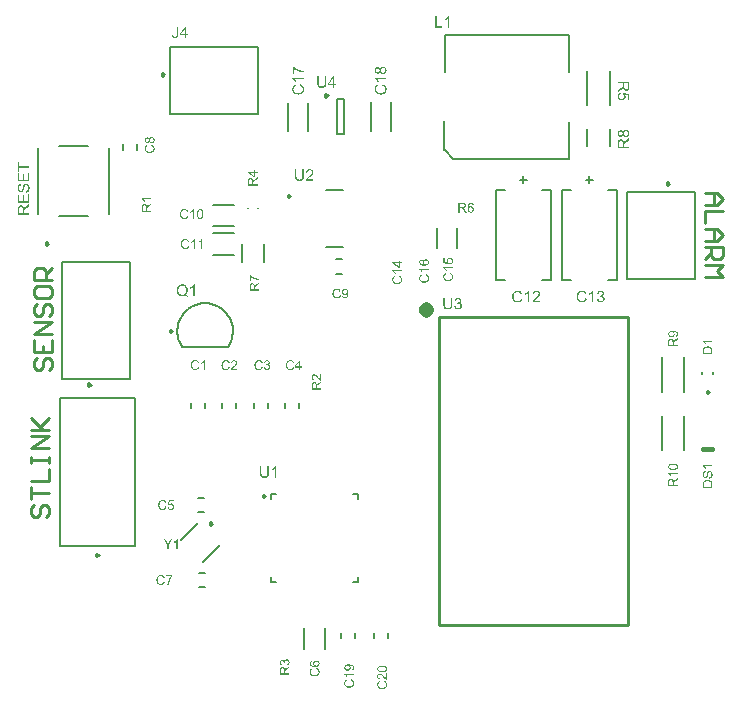
<source format=gto>
G04*
G04 #@! TF.GenerationSoftware,Altium Limited,Altium Designer,22.5.1 (42)*
G04*
G04 Layer_Color=65535*
%FSLAX44Y44*%
%MOMM*%
G71*
G04*
G04 #@! TF.SameCoordinates,548A175F-BCEF-4031-9993-F39C1D0A8298*
G04*
G04*
G04 #@! TF.FilePolarity,Positive*
G04*
G01*
G75*
%ADD10C,0.2500*%
%ADD11C,0.2000*%
%ADD12C,0.6000*%
%ADD13C,0.2540*%
%ADD14C,0.4000*%
G36*
X736673Y680504D02*
X745291D01*
Y679211D01*
X736673D01*
Y676002D01*
X735529D01*
Y683713D01*
X736673D01*
Y680504D01*
D02*
G37*
G36*
X745291Y667666D02*
X735529D01*
Y674724D01*
X736673D01*
Y668958D01*
X739675D01*
Y674352D01*
X740819D01*
Y668958D01*
X744147D01*
Y674947D01*
X745291D01*
Y667666D01*
D02*
G37*
G36*
X742825Y665838D02*
X743018Y665808D01*
X743241Y665764D01*
X743493Y665675D01*
X743761Y665571D01*
X744013Y665422D01*
X744043Y665407D01*
X744132Y665333D01*
X744251Y665244D01*
X744400Y665095D01*
X744578Y664917D01*
X744756Y664694D01*
X744920Y664426D01*
X745083Y664129D01*
Y664114D01*
X745098Y664085D01*
X745113Y664040D01*
X745143Y663981D01*
X745172Y663906D01*
X745202Y663817D01*
X745262Y663579D01*
X745336Y663312D01*
X745395Y662985D01*
X745440Y662643D01*
X745455Y662257D01*
Y662034D01*
X745440Y661930D01*
Y661796D01*
X745425Y661648D01*
X745410Y661484D01*
X745366Y661143D01*
X745291Y660771D01*
X745202Y660400D01*
X745083Y660043D01*
Y660028D01*
X745068Y659998D01*
X745039Y659954D01*
X745009Y659894D01*
X744920Y659731D01*
X744786Y659538D01*
X744622Y659300D01*
X744429Y659077D01*
X744192Y658839D01*
X743924Y658631D01*
X743909D01*
X743894Y658616D01*
X743850Y658587D01*
X743790Y658557D01*
X743716Y658512D01*
X743627Y658468D01*
X743404Y658379D01*
X743151Y658290D01*
X742839Y658200D01*
X742513Y658141D01*
X742156Y658111D01*
X742052Y659330D01*
X742067D01*
X742082D01*
X742171Y659345D01*
X742305Y659374D01*
X742483Y659404D01*
X742676Y659464D01*
X742884Y659523D01*
X743077Y659612D01*
X743270Y659716D01*
X743285Y659731D01*
X743345Y659775D01*
X743434Y659850D01*
X743538Y659969D01*
X743657Y660102D01*
X743790Y660266D01*
X743909Y660474D01*
X744028Y660697D01*
Y660712D01*
X744043Y660726D01*
X744073Y660816D01*
X744117Y660949D01*
X744162Y661143D01*
X744221Y661350D01*
X744266Y661618D01*
X744296Y661900D01*
X744311Y662197D01*
Y662316D01*
X744296Y662465D01*
X744281Y662628D01*
X744266Y662836D01*
X744221Y663045D01*
X744177Y663267D01*
X744102Y663490D01*
X744088Y663520D01*
X744058Y663579D01*
X744013Y663683D01*
X743939Y663802D01*
X743850Y663951D01*
X743746Y664085D01*
X743627Y664218D01*
X743493Y664337D01*
X743478Y664352D01*
X743419Y664382D01*
X743345Y664426D01*
X743241Y664486D01*
X743122Y664530D01*
X742973Y664575D01*
X742825Y664605D01*
X742661Y664620D01*
X742646D01*
X742587D01*
X742498Y664605D01*
X742394Y664590D01*
X742260Y664560D01*
X742126Y664501D01*
X741992Y664441D01*
X741859Y664352D01*
X741844Y664337D01*
X741799Y664307D01*
X741740Y664233D01*
X741651Y664144D01*
X741562Y664025D01*
X741472Y663877D01*
X741368Y663683D01*
X741279Y663475D01*
X741264Y663460D01*
X741249Y663401D01*
X741220Y663282D01*
X741190Y663208D01*
X741160Y663119D01*
X741131Y663000D01*
X741101Y662881D01*
X741056Y662732D01*
X741012Y662584D01*
X740967Y662405D01*
X740923Y662197D01*
X740863Y661975D01*
X740804Y661737D01*
Y661722D01*
X740789Y661677D01*
X740774Y661603D01*
X740744Y661514D01*
X740715Y661410D01*
X740685Y661291D01*
X740611Y661009D01*
X740507Y660697D01*
X740403Y660385D01*
X740298Y660102D01*
X740254Y659969D01*
X740194Y659865D01*
Y659850D01*
X740180Y659835D01*
X740120Y659746D01*
X740046Y659627D01*
X739942Y659478D01*
X739808Y659300D01*
X739660Y659137D01*
X739481Y658973D01*
X739288Y658824D01*
X739258Y658810D01*
X739184Y658765D01*
X739080Y658720D01*
X738932Y658661D01*
X738753Y658587D01*
X738545Y658542D01*
X738307Y658498D01*
X738070Y658483D01*
X738055D01*
X738040D01*
X737995D01*
X737936D01*
X737802Y658512D01*
X737624Y658542D01*
X737401Y658587D01*
X737178Y658661D01*
X736926Y658765D01*
X736688Y658899D01*
X736673D01*
X736658Y658914D01*
X736584Y658973D01*
X736465Y659077D01*
X736316Y659211D01*
X736168Y659374D01*
X736004Y659582D01*
X735841Y659835D01*
X735707Y660117D01*
Y660132D01*
X735692Y660147D01*
X735677Y660191D01*
X735648Y660266D01*
X735633Y660340D01*
X735603Y660429D01*
X735529Y660637D01*
X735469Y660905D01*
X735425Y661202D01*
X735380Y661544D01*
X735365Y661900D01*
Y662079D01*
X735380Y662183D01*
Y662287D01*
X735410Y662539D01*
X735454Y662836D01*
X735514Y663163D01*
X735603Y663490D01*
X735722Y663802D01*
Y663817D01*
X735737Y663832D01*
X735752Y663877D01*
X735781Y663936D01*
X735871Y664085D01*
X735975Y664278D01*
X736123Y664486D01*
X736301Y664694D01*
X736509Y664902D01*
X736747Y665080D01*
X736777Y665095D01*
X736866Y665154D01*
X737015Y665229D01*
X737193Y665303D01*
X737416Y665392D01*
X737683Y665481D01*
X737966Y665541D01*
X738278Y665571D01*
X738367Y664337D01*
X738352D01*
X738322D01*
X738278Y664322D01*
X738218Y664307D01*
X738055Y664278D01*
X737847Y664218D01*
X737624Y664129D01*
X737401Y664010D01*
X737178Y663847D01*
X736985Y663654D01*
X736970Y663624D01*
X736911Y663550D01*
X736836Y663416D01*
X736747Y663238D01*
X736658Y663000D01*
X736584Y662703D01*
X736524Y662361D01*
X736509Y661960D01*
Y661767D01*
X736524Y661677D01*
Y661559D01*
X736569Y661306D01*
X736613Y661024D01*
X736688Y660741D01*
X736792Y660474D01*
X736866Y660355D01*
X736940Y660251D01*
X736955Y660236D01*
X737015Y660177D01*
X737104Y660088D01*
X737238Y659998D01*
X737386Y659894D01*
X737564Y659820D01*
X737758Y659761D01*
X737980Y659731D01*
X738010D01*
X738070D01*
X738174Y659746D01*
X738293Y659775D01*
X738426Y659820D01*
X738575Y659894D01*
X738709Y659984D01*
X738842Y660102D01*
X738857Y660117D01*
X738902Y660191D01*
X738932Y660236D01*
X738976Y660296D01*
X739006Y660385D01*
X739050Y660489D01*
X739110Y660608D01*
X739169Y660741D01*
X739214Y660890D01*
X739273Y661068D01*
X739348Y661276D01*
X739407Y661499D01*
X739466Y661752D01*
X739541Y662034D01*
Y662049D01*
X739556Y662108D01*
X739570Y662183D01*
X739600Y662287D01*
X739630Y662420D01*
X739675Y662569D01*
X739749Y662896D01*
X739853Y663252D01*
X739957Y663609D01*
X740001Y663787D01*
X740061Y663936D01*
X740120Y664085D01*
X740165Y664203D01*
Y664218D01*
X740180Y664248D01*
X740209Y664278D01*
X740239Y664337D01*
X740328Y664486D01*
X740432Y664679D01*
X740581Y664887D01*
X740759Y665095D01*
X740952Y665288D01*
X741160Y665452D01*
X741190Y665467D01*
X741264Y665511D01*
X741383Y665585D01*
X741562Y665660D01*
X741755Y665734D01*
X741992Y665808D01*
X742260Y665853D01*
X742542Y665868D01*
X742557D01*
X742572D01*
X742617D01*
X742676D01*
X742825Y665838D01*
D02*
G37*
G36*
X745291Y649478D02*
X735529D01*
Y656536D01*
X736673D01*
Y650771D01*
X739675D01*
Y656165D01*
X740819D01*
Y650771D01*
X744147D01*
Y656759D01*
X745291D01*
Y649478D01*
D02*
G37*
G36*
Y646596D02*
X743270Y645303D01*
X743255D01*
X743226Y645273D01*
X743181Y645243D01*
X743122Y645214D01*
X742973Y645110D01*
X742780Y644976D01*
X742557Y644827D01*
X742334Y644664D01*
X742126Y644515D01*
X741933Y644367D01*
X741918Y644352D01*
X741859Y644307D01*
X741770Y644233D01*
X741666Y644159D01*
X741458Y643936D01*
X741354Y643832D01*
X741279Y643713D01*
X741264Y643698D01*
X741249Y643668D01*
X741220Y643609D01*
X741175Y643535D01*
X741086Y643356D01*
X741012Y643133D01*
Y643119D01*
X740997Y643089D01*
Y643029D01*
X740982Y642955D01*
X740967Y642851D01*
Y642732D01*
X740952Y642584D01*
Y640919D01*
X745291D01*
Y639627D01*
X735529D01*
Y644159D01*
X735544Y644278D01*
Y644396D01*
X735558Y644694D01*
X735588Y645006D01*
X735648Y645332D01*
X735707Y645645D01*
X735752Y645793D01*
X735796Y645927D01*
Y645942D01*
X735811Y645957D01*
X735841Y646046D01*
X735915Y646165D01*
X736019Y646313D01*
X736138Y646491D01*
X736301Y646670D01*
X736495Y646848D01*
X736732Y647012D01*
X736762Y647027D01*
X736851Y647071D01*
X736985Y647145D01*
X737163Y647220D01*
X737386Y647294D01*
X737639Y647368D01*
X737906Y647413D01*
X738203Y647428D01*
X738218D01*
X738248D01*
X738307D01*
X738382Y647413D01*
X738471D01*
X738575Y647398D01*
X738813Y647338D01*
X739095Y647264D01*
X739377Y647145D01*
X739675Y646967D01*
X739823Y646863D01*
X739957Y646744D01*
X739986Y646714D01*
X740016Y646670D01*
X740076Y646625D01*
X740120Y646551D01*
X740194Y646462D01*
X740254Y646358D01*
X740328Y646239D01*
X740403Y646105D01*
X740477Y645942D01*
X740551Y645778D01*
X740625Y645585D01*
X740700Y645392D01*
X740759Y645169D01*
X740804Y644931D01*
X740848Y644679D01*
X740863Y644708D01*
X740893Y644768D01*
X740938Y644857D01*
X740997Y644961D01*
X741160Y645214D01*
X741249Y645347D01*
X741339Y645451D01*
X741368Y645481D01*
X741428Y645555D01*
X741547Y645659D01*
X741695Y645793D01*
X741889Y645957D01*
X742111Y646135D01*
X742364Y646328D01*
X742646Y646521D01*
X745291Y648215D01*
Y646596D01*
D02*
G37*
G36*
X858352Y397896D02*
X858451Y397883D01*
X858575Y397871D01*
X858711Y397859D01*
X858860Y397834D01*
X859182Y397759D01*
X859529Y397648D01*
X859703Y397574D01*
X859876Y397487D01*
X860037Y397388D01*
X860199Y397276D01*
X860211Y397264D01*
X860236Y397251D01*
X860273Y397214D01*
X860335Y397164D01*
X860397Y397103D01*
X860484Y397016D01*
X860570Y396929D01*
X860657Y396830D01*
X860756Y396706D01*
X860843Y396582D01*
X860942Y396433D01*
X861041Y396272D01*
X861128Y396111D01*
X861215Y395925D01*
X861364Y395528D01*
X860298Y395280D01*
Y395293D01*
X860285Y395318D01*
X860273Y395367D01*
X860248Y395429D01*
X860211Y395504D01*
X860174Y395590D01*
X860087Y395776D01*
X859975Y395987D01*
X859827Y396210D01*
X859666Y396408D01*
X859467Y396582D01*
X859442Y396594D01*
X859368Y396644D01*
X859257Y396706D01*
X859095Y396793D01*
X858909Y396867D01*
X858674Y396929D01*
X858414Y396978D01*
X858116Y396991D01*
X858029D01*
X857967Y396978D01*
X857881D01*
X857794Y396966D01*
X857571Y396929D01*
X857323Y396879D01*
X857063Y396793D01*
X856802Y396681D01*
X856554Y396532D01*
X856542D01*
X856530Y396507D01*
X856455Y396446D01*
X856344Y396346D01*
X856207Y396210D01*
X856071Y396036D01*
X855922Y395838D01*
X855786Y395590D01*
X855674Y395318D01*
Y395305D01*
X855662Y395280D01*
X855649Y395243D01*
X855637Y395181D01*
X855612Y395119D01*
X855600Y395033D01*
X855550Y394834D01*
X855501Y394599D01*
X855464Y394338D01*
X855439Y394053D01*
X855426Y393756D01*
Y393743D01*
Y393706D01*
Y393657D01*
Y393582D01*
X855439Y393495D01*
Y393384D01*
X855451Y393272D01*
X855464Y393148D01*
X855501Y392863D01*
X855550Y392553D01*
X855625Y392244D01*
X855724Y391946D01*
Y391934D01*
X855736Y391909D01*
X855761Y391872D01*
X855786Y391822D01*
X855848Y391673D01*
X855947Y391512D01*
X856083Y391314D01*
X856245Y391128D01*
X856430Y390942D01*
X856654Y390781D01*
X856666D01*
X856678Y390769D01*
X856715Y390744D01*
X856765Y390719D01*
X856901Y390669D01*
X857075Y390595D01*
X857273Y390533D01*
X857509Y390471D01*
X857769Y390421D01*
X858042Y390409D01*
X858129D01*
X858191Y390421D01*
X858265D01*
X858364Y390434D01*
X858575Y390471D01*
X858810Y390533D01*
X859071Y390632D01*
X859318Y390756D01*
X859566Y390930D01*
X859579Y390942D01*
X859591Y390955D01*
X859666Y391029D01*
X859777Y391153D01*
X859913Y391314D01*
X860050Y391537D01*
X860199Y391797D01*
X860322Y392120D01*
X860422Y392479D01*
X861500Y392206D01*
Y392194D01*
X861488Y392144D01*
X861463Y392082D01*
X861438Y391983D01*
X861388Y391884D01*
X861339Y391748D01*
X861289Y391611D01*
X861215Y391463D01*
X861054Y391128D01*
X860831Y390793D01*
X860583Y390471D01*
X860434Y390322D01*
X860273Y390186D01*
X860260Y390174D01*
X860236Y390161D01*
X860186Y390124D01*
X860112Y390074D01*
X860025Y390025D01*
X859926Y389963D01*
X859814Y389901D01*
X859678Y389839D01*
X859529Y389777D01*
X859368Y389715D01*
X859182Y389653D01*
X858996Y389603D01*
X858587Y389517D01*
X858364Y389504D01*
X858129Y389492D01*
X858005D01*
X857905Y389504D01*
X857794D01*
X857670Y389517D01*
X857521Y389541D01*
X857372Y389554D01*
X857025Y389628D01*
X856666Y389715D01*
X856319Y389851D01*
X856145Y389926D01*
X855984Y390025D01*
X855972Y390037D01*
X855947Y390050D01*
X855910Y390087D01*
X855848Y390124D01*
X855699Y390248D01*
X855526Y390421D01*
X855315Y390632D01*
X855117Y390905D01*
X854906Y391215D01*
X854732Y391574D01*
Y391587D01*
X854720Y391624D01*
X854695Y391673D01*
X854670Y391748D01*
X854633Y391847D01*
X854596Y391959D01*
X854559Y392082D01*
X854521Y392231D01*
X854484Y392380D01*
X854447Y392553D01*
X854373Y392925D01*
X854323Y393322D01*
X854311Y393756D01*
Y393768D01*
Y393818D01*
Y393880D01*
X854323Y393966D01*
Y394078D01*
X854336Y394214D01*
X854348Y394351D01*
X854373Y394512D01*
X854435Y394859D01*
X854509Y395231D01*
X854633Y395615D01*
X854794Y395975D01*
Y395987D01*
X854819Y396012D01*
X854844Y396061D01*
X854881Y396136D01*
X854931Y396210D01*
X854993Y396297D01*
X855154Y396507D01*
X855340Y396743D01*
X855575Y396978D01*
X855860Y397214D01*
X856170Y397412D01*
X856182D01*
X856207Y397437D01*
X856257Y397462D01*
X856331Y397487D01*
X856406Y397524D01*
X856505Y397574D01*
X856629Y397611D01*
X856753Y397660D01*
X856889Y397710D01*
X857038Y397747D01*
X857372Y397834D01*
X857744Y397883D01*
X858141Y397908D01*
X858265D01*
X858352Y397896D01*
D02*
G37*
G36*
X867425Y396693D02*
X864177D01*
X863731Y394500D01*
X863744Y394512D01*
X863768Y394524D01*
X863805Y394549D01*
X863855Y394586D01*
X863930Y394623D01*
X864004Y394661D01*
X864202Y394760D01*
X864425Y394859D01*
X864686Y394933D01*
X864971Y394995D01*
X865268Y395020D01*
X865367D01*
X865442Y395008D01*
X865541Y394995D01*
X865640Y394983D01*
X865764Y394958D01*
X865888Y394933D01*
X866173Y394834D01*
X866322Y394785D01*
X866470Y394710D01*
X866632Y394623D01*
X866780Y394524D01*
X866929Y394413D01*
X867066Y394276D01*
X867078Y394264D01*
X867103Y394239D01*
X867140Y394202D01*
X867177Y394140D01*
X867239Y394066D01*
X867301Y393979D01*
X867363Y393880D01*
X867437Y393768D01*
X867512Y393632D01*
X867574Y393495D01*
X867636Y393334D01*
X867698Y393173D01*
X867735Y392987D01*
X867772Y392801D01*
X867797Y392591D01*
X867809Y392380D01*
Y392368D01*
Y392330D01*
Y392268D01*
X867797Y392194D01*
X867784Y392095D01*
X867772Y391983D01*
X867760Y391859D01*
X867735Y391723D01*
X867648Y391426D01*
X867536Y391116D01*
X867462Y390942D01*
X867375Y390781D01*
X867276Y390620D01*
X867165Y390471D01*
X867152Y390459D01*
X867128Y390434D01*
X867078Y390384D01*
X867016Y390322D01*
X866942Y390248D01*
X866842Y390161D01*
X866731Y390074D01*
X866594Y389988D01*
X866458Y389888D01*
X866297Y389802D01*
X866111Y389715D01*
X865925Y389641D01*
X865714Y389579D01*
X865504Y389529D01*
X865268Y389504D01*
X865020Y389492D01*
X864909D01*
X864834Y389504D01*
X864748Y389517D01*
X864636Y389529D01*
X864512Y389541D01*
X864376Y389566D01*
X864091Y389641D01*
X863793Y389752D01*
X863644Y389827D01*
X863496Y389913D01*
X863347Y390000D01*
X863211Y390112D01*
X863198Y390124D01*
X863186Y390136D01*
X863149Y390174D01*
X863099Y390223D01*
X863049Y390285D01*
X862988Y390359D01*
X862925Y390446D01*
X862851Y390545D01*
X862715Y390781D01*
X862578Y391066D01*
X862479Y391388D01*
X862442Y391574D01*
X862417Y391760D01*
X863471Y391834D01*
Y391822D01*
Y391797D01*
X863483Y391760D01*
X863496Y391711D01*
X863533Y391574D01*
X863582Y391401D01*
X863644Y391215D01*
X863744Y391029D01*
X863855Y390843D01*
X864004Y390682D01*
X864029Y390669D01*
X864078Y390620D01*
X864165Y390570D01*
X864289Y390496D01*
X864438Y390434D01*
X864611Y390372D01*
X864809Y390322D01*
X865020Y390310D01*
X865095D01*
X865144Y390322D01*
X865281Y390335D01*
X865454Y390372D01*
X865640Y390446D01*
X865851Y390533D01*
X866049Y390669D01*
X866148Y390744D01*
X866247Y390843D01*
Y390855D01*
X866272Y390868D01*
X866322Y390942D01*
X866408Y391066D01*
X866495Y391227D01*
X866582Y391438D01*
X866669Y391686D01*
X866718Y391971D01*
X866743Y392293D01*
Y392305D01*
Y392330D01*
Y392380D01*
X866731Y392430D01*
Y392504D01*
X866718Y392591D01*
X866681Y392789D01*
X866632Y393000D01*
X866545Y393223D01*
X866421Y393446D01*
X866260Y393644D01*
X866235Y393669D01*
X866173Y393719D01*
X866074Y393805D01*
X865925Y393892D01*
X865752Y393979D01*
X865528Y394066D01*
X865281Y394115D01*
X865008Y394140D01*
X864921D01*
X864834Y394128D01*
X864710Y394115D01*
X864574Y394078D01*
X864425Y394041D01*
X864277Y393979D01*
X864128Y393904D01*
X864115Y393892D01*
X864066Y393867D01*
X863991Y393818D01*
X863905Y393756D01*
X863818Y393669D01*
X863719Y393570D01*
X863620Y393458D01*
X863533Y393334D01*
X862591Y393471D01*
X863384Y397648D01*
X867425D01*
Y396693D01*
D02*
G37*
G36*
X1290487Y541227D02*
X1290648D01*
X1290810Y541215D01*
X1290995Y541202D01*
X1291392Y541153D01*
X1291814Y541091D01*
X1292223Y541004D01*
X1292409Y540954D01*
X1292594Y540892D01*
X1292607D01*
X1292632Y540880D01*
X1292681Y540855D01*
X1292743Y540830D01*
X1292830Y540793D01*
X1292917Y540756D01*
X1293115Y540644D01*
X1293351Y540496D01*
X1293586Y540322D01*
X1293809Y540124D01*
X1294008Y539888D01*
Y539876D01*
X1294032Y539864D01*
X1294045Y539826D01*
X1294082Y539764D01*
X1294119Y539702D01*
X1294156Y539628D01*
X1294243Y539442D01*
X1294330Y539207D01*
X1294404Y538946D01*
X1294454Y538637D01*
X1294479Y538314D01*
Y538227D01*
X1294466Y538153D01*
Y538079D01*
X1294454Y537980D01*
X1294417Y537756D01*
X1294355Y537509D01*
X1294256Y537248D01*
X1294131Y537000D01*
X1293958Y536752D01*
X1293946Y536740D01*
X1293933Y536728D01*
X1293859Y536653D01*
X1293735Y536554D01*
X1293574Y536430D01*
X1293363Y536306D01*
X1293103Y536195D01*
X1292805Y536095D01*
X1292458Y536034D01*
X1292384Y536988D01*
X1292396D01*
X1292409D01*
X1292446Y537000D01*
X1292495Y537013D01*
X1292619Y537038D01*
X1292756Y537087D01*
X1292917Y537149D01*
X1293078Y537223D01*
X1293239Y537323D01*
X1293363Y537447D01*
X1293375Y537459D01*
X1293413Y537509D01*
X1293462Y537583D01*
X1293512Y537694D01*
X1293561Y537818D01*
X1293611Y537967D01*
X1293648Y538141D01*
X1293660Y538339D01*
Y538413D01*
X1293648Y538500D01*
X1293636Y538612D01*
X1293611Y538736D01*
X1293574Y538872D01*
X1293524Y539008D01*
X1293450Y539145D01*
X1293437Y539157D01*
X1293413Y539207D01*
X1293363Y539269D01*
X1293301Y539343D01*
X1293227Y539442D01*
X1293127Y539529D01*
X1293016Y539628D01*
X1292892Y539715D01*
X1292880Y539727D01*
X1292830Y539752D01*
X1292743Y539789D01*
X1292632Y539851D01*
X1292495Y539901D01*
X1292334Y539963D01*
X1292148Y540025D01*
X1291938Y540087D01*
X1291925D01*
X1291913Y540099D01*
X1291876D01*
X1291838Y540112D01*
X1291714Y540136D01*
X1291553Y540161D01*
X1291367Y540186D01*
X1291169Y540211D01*
X1290946Y540235D01*
X1290710D01*
X1290698D01*
X1290661D01*
X1290599D01*
X1290512D01*
X1290537Y540223D01*
X1290587Y540173D01*
X1290686Y540112D01*
X1290785Y540012D01*
X1290909Y539901D01*
X1291045Y539752D01*
X1291169Y539591D01*
X1291293Y539405D01*
X1291305Y539380D01*
X1291343Y539318D01*
X1291380Y539207D01*
X1291429Y539070D01*
X1291491Y538909D01*
X1291528Y538723D01*
X1291566Y538512D01*
X1291578Y538289D01*
Y538190D01*
X1291566Y538116D01*
X1291553Y538029D01*
X1291541Y537930D01*
X1291491Y537694D01*
X1291405Y537422D01*
X1291343Y537285D01*
X1291268Y537137D01*
X1291181Y537000D01*
X1291082Y536852D01*
X1290971Y536715D01*
X1290847Y536579D01*
X1290834Y536567D01*
X1290810Y536554D01*
X1290772Y536517D01*
X1290710Y536467D01*
X1290636Y536418D01*
X1290549Y536356D01*
X1290450Y536294D01*
X1290326Y536232D01*
X1290202Y536170D01*
X1290054Y536108D01*
X1289892Y536046D01*
X1289719Y535996D01*
X1289533Y535947D01*
X1289347Y535910D01*
X1289136Y535897D01*
X1288913Y535885D01*
X1288901D01*
X1288864D01*
X1288789D01*
X1288702Y535897D01*
X1288603Y535910D01*
X1288479Y535922D01*
X1288343Y535947D01*
X1288194Y535971D01*
X1287884Y536058D01*
X1287711Y536120D01*
X1287550Y536195D01*
X1287376Y536269D01*
X1287215Y536368D01*
X1287066Y536480D01*
X1286918Y536604D01*
X1286905Y536616D01*
X1286880Y536641D01*
X1286843Y536678D01*
X1286794Y536740D01*
X1286744Y536802D01*
X1286682Y536889D01*
X1286608Y536988D01*
X1286533Y537112D01*
X1286471Y537236D01*
X1286397Y537372D01*
X1286273Y537682D01*
X1286236Y537856D01*
X1286199Y538041D01*
X1286174Y538240D01*
X1286161Y538438D01*
Y538512D01*
X1286174Y538574D01*
Y538637D01*
X1286186Y538723D01*
X1286211Y538922D01*
X1286273Y539145D01*
X1286347Y539380D01*
X1286447Y539641D01*
X1286595Y539888D01*
Y539901D01*
X1286620Y539913D01*
X1286645Y539950D01*
X1286670Y540000D01*
X1286769Y540112D01*
X1286905Y540260D01*
X1287091Y540421D01*
X1287289Y540595D01*
X1287537Y540756D01*
X1287822Y540892D01*
X1287835D01*
X1287860Y540905D01*
X1287909Y540930D01*
X1287971Y540942D01*
X1288046Y540979D01*
X1288145Y541004D01*
X1288269Y541029D01*
X1288405Y541066D01*
X1288554Y541103D01*
X1288727Y541128D01*
X1288913Y541165D01*
X1289111Y541190D01*
X1289335Y541202D01*
X1289570Y541227D01*
X1289830Y541240D01*
X1290103D01*
X1290116D01*
X1290177D01*
X1290252D01*
X1290363D01*
X1290487Y541227D01*
D02*
G37*
G36*
X1294342Y533914D02*
X1292657Y532836D01*
X1292644D01*
X1292619Y532811D01*
X1292582Y532786D01*
X1292533Y532761D01*
X1292409Y532674D01*
X1292247Y532563D01*
X1292061Y532439D01*
X1291876Y532303D01*
X1291702Y532179D01*
X1291541Y532055D01*
X1291528Y532042D01*
X1291479Y532005D01*
X1291405Y531943D01*
X1291318Y531881D01*
X1291144Y531695D01*
X1291057Y531608D01*
X1290995Y531509D01*
X1290983Y531497D01*
X1290971Y531472D01*
X1290946Y531423D01*
X1290909Y531361D01*
X1290834Y531212D01*
X1290772Y531026D01*
Y531013D01*
X1290760Y530989D01*
Y530939D01*
X1290748Y530877D01*
X1290735Y530790D01*
Y530691D01*
X1290723Y530567D01*
Y529179D01*
X1294342D01*
Y528101D01*
X1286199D01*
Y531881D01*
X1286211Y531980D01*
Y532079D01*
X1286223Y532327D01*
X1286248Y532588D01*
X1286298Y532860D01*
X1286347Y533121D01*
X1286384Y533245D01*
X1286422Y533356D01*
Y533368D01*
X1286434Y533381D01*
X1286459Y533455D01*
X1286521Y533554D01*
X1286608Y533678D01*
X1286707Y533827D01*
X1286843Y533976D01*
X1287004Y534125D01*
X1287203Y534261D01*
X1287227Y534273D01*
X1287302Y534310D01*
X1287413Y534372D01*
X1287562Y534435D01*
X1287748Y534496D01*
X1287959Y534558D01*
X1288182Y534596D01*
X1288430Y534608D01*
X1288442D01*
X1288467D01*
X1288517D01*
X1288578Y534596D01*
X1288653D01*
X1288740Y534583D01*
X1288938Y534534D01*
X1289173Y534472D01*
X1289409Y534372D01*
X1289657Y534224D01*
X1289781Y534137D01*
X1289892Y534038D01*
X1289917Y534013D01*
X1289942Y533976D01*
X1289991Y533939D01*
X1290029Y533877D01*
X1290091Y533802D01*
X1290140Y533716D01*
X1290202Y533616D01*
X1290264Y533505D01*
X1290326Y533368D01*
X1290388Y533232D01*
X1290450Y533071D01*
X1290512Y532910D01*
X1290562Y532724D01*
X1290599Y532526D01*
X1290636Y532315D01*
X1290648Y532340D01*
X1290673Y532389D01*
X1290710Y532464D01*
X1290760Y532550D01*
X1290896Y532761D01*
X1290971Y532873D01*
X1291045Y532960D01*
X1291070Y532984D01*
X1291120Y533046D01*
X1291219Y533133D01*
X1291343Y533245D01*
X1291504Y533381D01*
X1291690Y533530D01*
X1291900Y533691D01*
X1292136Y533852D01*
X1294342Y535265D01*
Y533914D01*
D02*
G37*
G36*
X996772Y751156D02*
Y751142D01*
Y751097D01*
Y751023D01*
Y750919D01*
X996757Y750785D01*
Y750651D01*
X996742Y750488D01*
X996727Y750310D01*
X996683Y749938D01*
X996623Y749552D01*
X996549Y749165D01*
X996430Y748824D01*
Y748809D01*
X996415Y748779D01*
X996400Y748735D01*
X996370Y748675D01*
X996281Y748526D01*
X996162Y748318D01*
X995999Y748095D01*
X995791Y747858D01*
X995524Y747635D01*
X995226Y747412D01*
X995211D01*
X995182Y747382D01*
X995137Y747367D01*
X995063Y747323D01*
X994989Y747293D01*
X994885Y747249D01*
X994751Y747189D01*
X994617Y747145D01*
X994469Y747100D01*
X994290Y747040D01*
X994112Y746996D01*
X993904Y746966D01*
X993458Y746907D01*
X992953Y746877D01*
X992819D01*
X992730Y746892D01*
X992611D01*
X992477Y746907D01*
X992329Y746922D01*
X992165Y746936D01*
X991809Y746996D01*
X991437Y747070D01*
X991051Y747189D01*
X990709Y747338D01*
X990694D01*
X990665Y747367D01*
X990635Y747382D01*
X990575Y747427D01*
X990412Y747531D01*
X990234Y747694D01*
X990026Y747887D01*
X989833Y748110D01*
X989639Y748393D01*
X989476Y748705D01*
Y748720D01*
X989461Y748749D01*
X989446Y748794D01*
X989417Y748868D01*
X989387Y748957D01*
X989357Y749076D01*
X989327Y749210D01*
X989298Y749359D01*
X989253Y749522D01*
X989223Y749700D01*
X989194Y749908D01*
X989164Y750116D01*
X989134Y750354D01*
X989119Y750607D01*
X989104Y750874D01*
Y751156D01*
Y756803D01*
X990397D01*
Y751156D01*
Y751142D01*
Y751097D01*
Y751038D01*
Y750948D01*
Y750844D01*
X990412Y750726D01*
X990427Y750443D01*
X990457Y750146D01*
X990486Y749834D01*
X990546Y749537D01*
X990575Y749403D01*
X990620Y749284D01*
X990635Y749255D01*
X990665Y749180D01*
X990724Y749076D01*
X990813Y748942D01*
X990917Y748794D01*
X991066Y748631D01*
X991229Y748482D01*
X991437Y748348D01*
X991467Y748333D01*
X991541Y748304D01*
X991660Y748244D01*
X991824Y748199D01*
X992032Y748140D01*
X992269Y748081D01*
X992537Y748051D01*
X992834Y748036D01*
X992968D01*
X993072Y748051D01*
X993191D01*
X993324Y748066D01*
X993622Y748110D01*
X993963Y748199D01*
X994290Y748304D01*
X994602Y748467D01*
X994751Y748556D01*
X994870Y748675D01*
Y748690D01*
X994900Y748705D01*
X994929Y748749D01*
X994959Y748809D01*
X995018Y748883D01*
X995063Y748972D01*
X995122Y749091D01*
X995182Y749225D01*
X995226Y749388D01*
X995286Y749567D01*
X995345Y749760D01*
X995390Y749997D01*
X995419Y750250D01*
X995449Y750518D01*
X995479Y750830D01*
Y751156D01*
Y756803D01*
X996772D01*
Y751156D01*
D02*
G37*
G36*
X1003473Y750473D02*
X1004796D01*
Y749373D01*
X1003473D01*
Y747040D01*
X1002270D01*
Y749373D01*
X998035D01*
Y750473D01*
X1002492Y756788D01*
X1003473D01*
Y750473D01*
D02*
G37*
G36*
X885118Y570719D02*
X883915D01*
Y578356D01*
X883900Y578341D01*
X883840Y578282D01*
X883736Y578208D01*
X883603Y578103D01*
X883439Y577970D01*
X883246Y577836D01*
X883023Y577673D01*
X882771Y577524D01*
X882756D01*
X882741Y577509D01*
X882652Y577450D01*
X882518Y577375D01*
X882355Y577286D01*
X882161Y577182D01*
X881953Y577093D01*
X881730Y576989D01*
X881523Y576900D01*
Y578074D01*
X881537D01*
X881567Y578089D01*
X881627Y578118D01*
X881686Y578163D01*
X881775Y578208D01*
X881879Y578252D01*
X882117Y578386D01*
X882384Y578549D01*
X882682Y578742D01*
X882979Y578965D01*
X883261Y579203D01*
X883276Y579218D01*
X883291Y579233D01*
X883380Y579322D01*
X883514Y579456D01*
X883677Y579619D01*
X883855Y579827D01*
X884034Y580050D01*
X884197Y580288D01*
X884331Y580526D01*
X885118D01*
Y570719D01*
D02*
G37*
G36*
X874895Y580630D02*
X875014D01*
X875163Y580615D01*
X875311Y580585D01*
X875490Y580570D01*
X875861Y580481D01*
X876277Y580362D01*
X876693Y580214D01*
X876901Y580109D01*
X877109Y579991D01*
X877124D01*
X877154Y579961D01*
X877213Y579931D01*
X877288Y579872D01*
X877377Y579812D01*
X877481Y579723D01*
X877719Y579530D01*
X877986Y579277D01*
X878268Y578965D01*
X878521Y578609D01*
X878759Y578193D01*
Y578178D01*
X878788Y578148D01*
X878818Y578074D01*
X878848Y577985D01*
X878893Y577881D01*
X878937Y577762D01*
X878997Y577613D01*
X879056Y577435D01*
X879100Y577257D01*
X879160Y577048D01*
X879249Y576618D01*
X879308Y576127D01*
X879338Y575592D01*
Y575578D01*
Y575533D01*
Y575473D01*
Y575384D01*
X879323Y575280D01*
Y575161D01*
X879308Y575028D01*
X879294Y574864D01*
X879249Y574537D01*
X879175Y574166D01*
X879086Y573794D01*
X878967Y573423D01*
Y573408D01*
X878952Y573378D01*
X878922Y573334D01*
X878893Y573260D01*
X878863Y573185D01*
X878803Y573081D01*
X878684Y572858D01*
X878536Y572606D01*
X878343Y572323D01*
X878120Y572041D01*
X877852Y571759D01*
X877867D01*
X877897Y571729D01*
X877942Y571699D01*
X878001Y571655D01*
X878090Y571610D01*
X878179Y571551D01*
X878402Y571417D01*
X878655Y571268D01*
X878937Y571120D01*
X879234Y570971D01*
X879531Y570852D01*
X879130Y569976D01*
X879115D01*
X879086Y569991D01*
X879026Y570020D01*
X878952Y570050D01*
X878863Y570080D01*
X878744Y570139D01*
X878625Y570199D01*
X878476Y570258D01*
X878164Y570421D01*
X877808Y570629D01*
X877421Y570867D01*
X877035Y571149D01*
X877020D01*
X876991Y571120D01*
X876931Y571090D01*
X876842Y571060D01*
X876738Y571016D01*
X876619Y570956D01*
X876485Y570912D01*
X876337Y570852D01*
X876158Y570793D01*
X875980Y570748D01*
X875564Y570644D01*
X875118Y570585D01*
X874643Y570555D01*
X874509D01*
X874420Y570570D01*
X874301D01*
X874167Y570585D01*
X874019Y570615D01*
X873855Y570629D01*
X873484Y570704D01*
X873083Y570823D01*
X872666Y570971D01*
X872251Y571179D01*
X872236Y571194D01*
X872206Y571209D01*
X872147Y571254D01*
X872072Y571298D01*
X871983Y571357D01*
X871879Y571447D01*
X871641Y571640D01*
X871374Y571892D01*
X871106Y572205D01*
X870839Y572561D01*
X870601Y572977D01*
Y572992D01*
X870571Y573037D01*
X870542Y573096D01*
X870512Y573185D01*
X870467Y573289D01*
X870423Y573423D01*
X870363Y573572D01*
X870319Y573735D01*
X870259Y573928D01*
X870200Y574121D01*
X870111Y574567D01*
X870051Y575057D01*
X870022Y575592D01*
Y575607D01*
Y575652D01*
Y575741D01*
X870036Y575830D01*
Y575964D01*
X870051Y576112D01*
X870066Y576276D01*
X870096Y576454D01*
X870170Y576870D01*
X870259Y577301D01*
X870408Y577762D01*
X870601Y578208D01*
Y578222D01*
X870631Y578267D01*
X870661Y578326D01*
X870705Y578401D01*
X870765Y578505D01*
X870839Y578624D01*
X871032Y578876D01*
X871270Y579173D01*
X871552Y579470D01*
X871879Y579768D01*
X872265Y580020D01*
X872280Y580035D01*
X872310Y580050D01*
X872369Y580080D01*
X872458Y580124D01*
X872562Y580169D01*
X872681Y580214D01*
X872815Y580273D01*
X872979Y580332D01*
X873142Y580392D01*
X873335Y580451D01*
X873736Y580540D01*
X874197Y580615D01*
X874672Y580644D01*
X874806D01*
X874895Y580630D01*
D02*
G37*
G36*
X948163Y420934D02*
Y420919D01*
Y420875D01*
Y420801D01*
Y420696D01*
X948148Y420563D01*
Y420429D01*
X948133Y420266D01*
X948118Y420087D01*
X948074Y419716D01*
X948014Y419329D01*
X947940Y418943D01*
X947821Y418601D01*
Y418587D01*
X947806Y418557D01*
X947792Y418512D01*
X947762Y418453D01*
X947673Y418304D01*
X947554Y418096D01*
X947390Y417873D01*
X947182Y417635D01*
X946915Y417413D01*
X946618Y417190D01*
X946603D01*
X946573Y417160D01*
X946528Y417145D01*
X946454Y417101D01*
X946380Y417071D01*
X946276Y417026D01*
X946142Y416967D01*
X946008Y416922D01*
X945860Y416878D01*
X945682Y416818D01*
X945503Y416774D01*
X945295Y416744D01*
X944849Y416684D01*
X944344Y416655D01*
X944211D01*
X944121Y416670D01*
X944002D01*
X943869Y416684D01*
X943720Y416699D01*
X943557Y416714D01*
X943200Y416774D01*
X942829Y416848D01*
X942442Y416967D01*
X942101Y417115D01*
X942086D01*
X942056Y417145D01*
X942026Y417160D01*
X941967Y417205D01*
X941803Y417309D01*
X941625Y417472D01*
X941417Y417665D01*
X941224Y417888D01*
X941031Y418170D01*
X940867Y418483D01*
Y418497D01*
X940852Y418527D01*
X940837Y418572D01*
X940808Y418646D01*
X940778Y418735D01*
X940748Y418854D01*
X940719Y418988D01*
X940689Y419136D01*
X940644Y419300D01*
X940615Y419478D01*
X940585Y419686D01*
X940555Y419894D01*
X940525Y420132D01*
X940511Y420384D01*
X940496Y420652D01*
Y420934D01*
Y426581D01*
X941788D01*
Y420934D01*
Y420919D01*
Y420875D01*
Y420815D01*
Y420726D01*
Y420622D01*
X941803Y420503D01*
X941818Y420221D01*
X941848Y419924D01*
X941878Y419612D01*
X941937Y419315D01*
X941967Y419181D01*
X942011Y419062D01*
X942026Y419032D01*
X942056Y418958D01*
X942115Y418854D01*
X942205Y418720D01*
X942309Y418572D01*
X942457Y418408D01*
X942620Y418260D01*
X942829Y418126D01*
X942858Y418111D01*
X942933Y418081D01*
X943052Y418022D01*
X943215Y417977D01*
X943423Y417918D01*
X943661Y417858D01*
X943928Y417829D01*
X944225Y417814D01*
X944359D01*
X944463Y417829D01*
X944582D01*
X944716Y417844D01*
X945013Y417888D01*
X945355Y417977D01*
X945682Y418081D01*
X945993Y418245D01*
X946142Y418334D01*
X946261Y418453D01*
Y418468D01*
X946291Y418483D01*
X946320Y418527D01*
X946350Y418587D01*
X946410Y418661D01*
X946454Y418750D01*
X946514Y418869D01*
X946573Y419002D01*
X946618Y419166D01*
X946677Y419344D01*
X946737Y419538D01*
X946781Y419775D01*
X946811Y420028D01*
X946841Y420295D01*
X946870Y420607D01*
Y420934D01*
Y426581D01*
X948163D01*
Y420934D01*
D02*
G37*
G36*
X954344Y416818D02*
X953141D01*
Y424456D01*
X953126Y424441D01*
X953066Y424381D01*
X952962Y424307D01*
X952829Y424203D01*
X952665Y424070D01*
X952472Y423936D01*
X952249Y423772D01*
X951997Y423624D01*
X951982D01*
X951967Y423609D01*
X951878Y423549D01*
X951744Y423475D01*
X951581Y423386D01*
X951387Y423282D01*
X951179Y423193D01*
X950956Y423089D01*
X950748Y423000D01*
Y424174D01*
X950763D01*
X950793Y424188D01*
X950852Y424218D01*
X950912Y424263D01*
X951001Y424307D01*
X951105Y424352D01*
X951343Y424486D01*
X951610Y424649D01*
X951907Y424842D01*
X952205Y425065D01*
X952487Y425303D01*
X952502Y425318D01*
X952517Y425332D01*
X952606Y425422D01*
X952739Y425555D01*
X952903Y425719D01*
X953081Y425927D01*
X953260Y426150D01*
X953423Y426387D01*
X953557Y426625D01*
X954344D01*
Y416818D01*
D02*
G37*
G36*
X863184Y360035D02*
Y356590D01*
X862106D01*
Y360035D01*
X858970Y364733D01*
X860271D01*
X861883Y362267D01*
Y362254D01*
X861908Y362242D01*
X861932Y362205D01*
X861957Y362155D01*
X862044Y362019D01*
X862156Y361845D01*
X862279Y361634D01*
X862416Y361399D01*
X862564Y361151D01*
X862713Y360891D01*
Y360903D01*
X862726Y360915D01*
X862750Y360953D01*
X862775Y361002D01*
X862850Y361139D01*
X862961Y361312D01*
X863085Y361523D01*
X863246Y361771D01*
X863420Y362043D01*
X863606Y362329D01*
X865180Y364733D01*
X866432D01*
X863184Y360035D01*
D02*
G37*
G36*
X870770Y356590D02*
X869766D01*
Y362961D01*
X869754Y362948D01*
X869704Y362899D01*
X869617Y362837D01*
X869506Y362750D01*
X869370Y362638D01*
X869208Y362527D01*
X869022Y362391D01*
X868812Y362267D01*
X868799D01*
X868787Y362254D01*
X868712Y362205D01*
X868601Y362143D01*
X868465Y362068D01*
X868304Y361982D01*
X868130Y361907D01*
X867944Y361820D01*
X867770Y361746D01*
Y362725D01*
X867783D01*
X867808Y362738D01*
X867857Y362762D01*
X867907Y362800D01*
X867981Y362837D01*
X868068Y362874D01*
X868266Y362985D01*
X868489Y363122D01*
X868737Y363283D01*
X868985Y363469D01*
X869221Y363667D01*
X869233Y363680D01*
X869246Y363692D01*
X869320Y363766D01*
X869431Y363878D01*
X869568Y364014D01*
X869716Y364188D01*
X869865Y364374D01*
X870002Y364572D01*
X870113Y364770D01*
X870770D01*
Y356590D01*
D02*
G37*
G36*
X963181Y263085D02*
X963280Y263072D01*
X963379Y263060D01*
X963503Y263035D01*
X963627Y262998D01*
X963912Y262911D01*
X964074Y262849D01*
X964222Y262762D01*
X964371Y262676D01*
X964520Y262577D01*
X964669Y262453D01*
X964817Y262316D01*
X964830Y262304D01*
X964855Y262279D01*
X964879Y262242D01*
X964929Y262180D01*
X964991Y262105D01*
X965053Y262006D01*
X965115Y261895D01*
X965177Y261783D01*
X965251Y261647D01*
X965313Y261498D01*
X965375Y261337D01*
X965437Y261163D01*
X965487Y260977D01*
X965511Y260779D01*
X965536Y260568D01*
X965549Y260358D01*
Y260259D01*
X965536Y260184D01*
X965524Y260085D01*
X965511Y259986D01*
X965499Y259862D01*
X965474Y259738D01*
X965400Y259453D01*
X965276Y259155D01*
X965214Y259007D01*
X965127Y258870D01*
X965028Y258722D01*
X964916Y258585D01*
X964904Y258573D01*
X964892Y258560D01*
X964855Y258523D01*
X964805Y258474D01*
X964731Y258424D01*
X964656Y258362D01*
X964569Y258288D01*
X964470Y258226D01*
X964222Y258077D01*
X963937Y257953D01*
X963615Y257841D01*
X963441Y257804D01*
X963255Y257780D01*
X963119Y258783D01*
X963131D01*
X963156Y258796D01*
X963206D01*
X963255Y258821D01*
X963404Y258858D01*
X963590Y258920D01*
X963789Y258994D01*
X963999Y259093D01*
X964185Y259217D01*
X964346Y259354D01*
X964359Y259379D01*
X964408Y259428D01*
X964458Y259515D01*
X964532Y259639D01*
X964594Y259775D01*
X964656Y259949D01*
X964706Y260147D01*
X964718Y260358D01*
Y260432D01*
X964706Y260482D01*
X964693Y260606D01*
X964656Y260767D01*
X964594Y260965D01*
X964520Y261163D01*
X964396Y261362D01*
X964235Y261548D01*
X964210Y261572D01*
X964148Y261622D01*
X964049Y261696D01*
X963900Y261796D01*
X963727Y261882D01*
X963516Y261957D01*
X963280Y262006D01*
X963020Y262031D01*
X963008D01*
X962995D01*
X962958D01*
X962908Y262019D01*
X962785Y262006D01*
X962623Y261969D01*
X962450Y261919D01*
X962252Y261833D01*
X962066Y261721D01*
X961892Y261572D01*
X961867Y261548D01*
X961818Y261498D01*
X961756Y261399D01*
X961669Y261263D01*
X961582Y261101D01*
X961520Y260903D01*
X961471Y260692D01*
X961446Y260445D01*
Y260333D01*
X961458Y260246D01*
X961471Y260147D01*
X961483Y260023D01*
X961508Y259887D01*
X961545Y259738D01*
X960665Y259849D01*
Y259911D01*
X960677Y259961D01*
Y260122D01*
X960665Y260234D01*
X960640Y260395D01*
X960603Y260568D01*
X960541Y260754D01*
X960467Y260953D01*
X960355Y261151D01*
X960343Y261176D01*
X960293Y261238D01*
X960206Y261312D01*
X960095Y261411D01*
X959958Y261511D01*
X959785Y261585D01*
X959574Y261647D01*
X959326Y261672D01*
X959314D01*
X959301D01*
X959239D01*
X959140Y261647D01*
X959004Y261622D01*
X958868Y261585D01*
X958719Y261511D01*
X958558Y261424D01*
X958421Y261300D01*
X958409Y261287D01*
X958359Y261238D01*
X958297Y261151D01*
X958235Y261040D01*
X958161Y260903D01*
X958111Y260742D01*
X958062Y260556D01*
X958049Y260345D01*
Y260246D01*
X958074Y260135D01*
X958099Y260011D01*
X958136Y259849D01*
X958211Y259688D01*
X958297Y259527D01*
X958421Y259366D01*
X958434Y259354D01*
X958483Y259304D01*
X958570Y259242D01*
X958694Y259168D01*
X958843Y259081D01*
X959029Y259007D01*
X959252Y258932D01*
X959512Y258883D01*
X959339Y257879D01*
X959326D01*
X959289Y257891D01*
X959239Y257903D01*
X959177Y257916D01*
X959091Y257941D01*
X958991Y257965D01*
X958768Y258052D01*
X958521Y258151D01*
X958260Y258300D01*
X958012Y258474D01*
X957789Y258697D01*
X957777Y258709D01*
X957764Y258722D01*
X957740Y258759D01*
X957702Y258821D01*
X957665Y258883D01*
X957616Y258957D01*
X957504Y259143D01*
X957405Y259379D01*
X957318Y259664D01*
X957256Y259974D01*
X957231Y260147D01*
Y260432D01*
X957244Y260556D01*
X957269Y260717D01*
X957306Y260903D01*
X957355Y261114D01*
X957430Y261325D01*
X957529Y261535D01*
Y261548D01*
X957541Y261560D01*
X957579Y261634D01*
X957641Y261734D01*
X957727Y261857D01*
X957839Y261994D01*
X957975Y262143D01*
X958136Y262279D01*
X958310Y262403D01*
X958335Y262415D01*
X958397Y262453D01*
X958496Y262502D01*
X958620Y262552D01*
X958781Y262601D01*
X958954Y262651D01*
X959140Y262688D01*
X959351Y262700D01*
X959376D01*
X959438D01*
X959537Y262688D01*
X959661Y262663D01*
X959810Y262626D01*
X959971Y262577D01*
X960144Y262514D01*
X960305Y262415D01*
X960330Y262403D01*
X960380Y262366D01*
X960454Y262291D01*
X960553Y262205D01*
X960665Y262081D01*
X960776Y261944D01*
X960900Y261771D01*
X961000Y261572D01*
Y261585D01*
X961012Y261610D01*
Y261647D01*
X961037Y261696D01*
X961074Y261820D01*
X961148Y261982D01*
X961235Y262155D01*
X961359Y262341D01*
X961508Y262527D01*
X961694Y262688D01*
X961719Y262700D01*
X961793Y262750D01*
X961904Y262812D01*
X962053Y262899D01*
X962239Y262973D01*
X962462Y263035D01*
X962722Y263085D01*
X963008Y263097D01*
X963020D01*
X963057D01*
X963107D01*
X963181Y263085D01*
D02*
G37*
G36*
X965412Y255796D02*
X963727Y254718D01*
X963714D01*
X963689Y254693D01*
X963652Y254668D01*
X963603Y254643D01*
X963479Y254557D01*
X963317Y254445D01*
X963131Y254321D01*
X962946Y254185D01*
X962772Y254061D01*
X962611Y253937D01*
X962598Y253925D01*
X962549Y253887D01*
X962475Y253825D01*
X962388Y253764D01*
X962214Y253577D01*
X962128Y253491D01*
X962066Y253392D01*
X962053Y253379D01*
X962041Y253354D01*
X962016Y253305D01*
X961979Y253243D01*
X961904Y253094D01*
X961842Y252908D01*
Y252896D01*
X961830Y252871D01*
Y252821D01*
X961818Y252759D01*
X961805Y252673D01*
Y252574D01*
X961793Y252450D01*
Y251061D01*
X965412D01*
Y249983D01*
X957269D01*
Y253764D01*
X957281Y253863D01*
Y253962D01*
X957293Y254210D01*
X957318Y254470D01*
X957368Y254743D01*
X957417Y255003D01*
X957455Y255127D01*
X957492Y255238D01*
Y255251D01*
X957504Y255263D01*
X957529Y255338D01*
X957591Y255437D01*
X957678Y255561D01*
X957777Y255709D01*
X957913Y255858D01*
X958074Y256007D01*
X958273Y256143D01*
X958297Y256156D01*
X958372Y256193D01*
X958483Y256255D01*
X958632Y256317D01*
X958818Y256379D01*
X959029Y256441D01*
X959252Y256478D01*
X959500Y256490D01*
X959512D01*
X959537D01*
X959586D01*
X959649Y256478D01*
X959723D01*
X959810Y256466D01*
X960008Y256416D01*
X960243Y256354D01*
X960479Y256255D01*
X960727Y256106D01*
X960851Y256019D01*
X960962Y255920D01*
X960987Y255895D01*
X961012Y255858D01*
X961061Y255821D01*
X961099Y255759D01*
X961161Y255685D01*
X961210Y255598D01*
X961272Y255499D01*
X961334Y255387D01*
X961396Y255251D01*
X961458Y255115D01*
X961520Y254953D01*
X961582Y254792D01*
X961632Y254606D01*
X961669Y254408D01*
X961706Y254197D01*
X961719Y254222D01*
X961743Y254272D01*
X961780Y254346D01*
X961830Y254433D01*
X961966Y254643D01*
X962041Y254755D01*
X962115Y254842D01*
X962140Y254867D01*
X962189Y254929D01*
X962289Y255015D01*
X962413Y255127D01*
X962574Y255263D01*
X962760Y255412D01*
X962970Y255573D01*
X963206Y255734D01*
X965412Y257147D01*
Y255796D01*
D02*
G37*
G36*
X992361Y498968D02*
X992349D01*
X992299D01*
X992225D01*
X992138Y498980D01*
X992039Y498993D01*
X991928Y499005D01*
X991804Y499042D01*
X991680Y499080D01*
X991667D01*
X991655Y499092D01*
X991581Y499117D01*
X991481Y499166D01*
X991333Y499241D01*
X991171Y499327D01*
X990985Y499451D01*
X990800Y499575D01*
X990601Y499736D01*
X990589D01*
X990576Y499761D01*
X990502Y499823D01*
X990391Y499922D01*
X990242Y500071D01*
X990068Y500257D01*
X989858Y500480D01*
X989622Y500753D01*
X989362Y501050D01*
X989349Y501063D01*
X989312Y501112D01*
X989263Y501174D01*
X989176Y501261D01*
X989089Y501373D01*
X988978Y501497D01*
X988742Y501769D01*
X988457Y502067D01*
X988172Y502364D01*
X988036Y502513D01*
X987899Y502637D01*
X987763Y502748D01*
X987639Y502848D01*
X987626D01*
X987614Y502872D01*
X987577Y502897D01*
X987527Y502922D01*
X987403Y502996D01*
X987242Y503083D01*
X987056Y503170D01*
X986858Y503244D01*
X986635Y503294D01*
X986424Y503319D01*
X986412D01*
X986399D01*
X986325Y503306D01*
X986213Y503294D01*
X986077Y503269D01*
X985916Y503207D01*
X985755Y503133D01*
X985581Y503034D01*
X985420Y502885D01*
X985408Y502860D01*
X985358Y502810D01*
X985296Y502711D01*
X985209Y502587D01*
X985135Y502426D01*
X985073Y502240D01*
X985023Y502017D01*
X985011Y501769D01*
Y501695D01*
X985023Y501645D01*
X985036Y501521D01*
X985061Y501360D01*
X985123Y501174D01*
X985197Y500976D01*
X985309Y500790D01*
X985457Y500616D01*
X985482Y500604D01*
X985532Y500555D01*
X985631Y500480D01*
X985767Y500406D01*
X985941Y500319D01*
X986139Y500257D01*
X986375Y500207D01*
X986647Y500183D01*
X986536Y499154D01*
X986523D01*
X986486D01*
X986424Y499166D01*
X986350Y499179D01*
X986251Y499203D01*
X986139Y499216D01*
X985891Y499290D01*
X985606Y499389D01*
X985321Y499526D01*
X985036Y499712D01*
X984912Y499811D01*
X984788Y499935D01*
X984775Y499947D01*
X984763Y499972D01*
X984726Y500009D01*
X984689Y500059D01*
X984652Y500133D01*
X984590Y500220D01*
X984540Y500319D01*
X984478Y500431D01*
X984428Y500555D01*
X984367Y500691D01*
X984317Y500852D01*
X984280Y501013D01*
X984205Y501385D01*
X984193Y501583D01*
X984181Y501794D01*
Y501906D01*
X984193Y501992D01*
X984205Y502091D01*
X984218Y502203D01*
X984230Y502327D01*
X984267Y502463D01*
X984342Y502761D01*
X984453Y503071D01*
X984528Y503232D01*
X984614Y503381D01*
X984726Y503517D01*
X984837Y503653D01*
X984850Y503666D01*
X984862Y503678D01*
X984900Y503715D01*
X984949Y503765D01*
X985023Y503815D01*
X985098Y503876D01*
X985284Y504000D01*
X985519Y504124D01*
X985792Y504236D01*
X986102Y504323D01*
X986275Y504335D01*
X986449Y504347D01*
X986474D01*
X986536D01*
X986635Y504335D01*
X986759Y504323D01*
X986908Y504298D01*
X987069Y504261D01*
X987242Y504211D01*
X987416Y504137D01*
X987440Y504124D01*
X987503Y504100D01*
X987589Y504050D01*
X987713Y503976D01*
X987862Y503889D01*
X988036Y503777D01*
X988209Y503629D01*
X988407Y503467D01*
X988432Y503443D01*
X988506Y503381D01*
X988618Y503269D01*
X988692Y503195D01*
X988779Y503108D01*
X988878Y503009D01*
X988990Y502885D01*
X989101Y502761D01*
X989238Y502625D01*
X989374Y502476D01*
X989523Y502302D01*
X989672Y502129D01*
X989845Y501930D01*
X989858Y501918D01*
X989882Y501893D01*
X989920Y501844D01*
X989969Y501782D01*
X990093Y501633D01*
X990254Y501447D01*
X990428Y501261D01*
X990601Y501063D01*
X990750Y500902D01*
X990812Y500840D01*
X990874Y500778D01*
X990886Y500765D01*
X990923Y500741D01*
X990973Y500691D01*
X991048Y500629D01*
X991209Y500493D01*
X991407Y500356D01*
Y504360D01*
X992361D01*
Y498968D01*
D02*
G37*
G36*
Y497133D02*
X990676Y496055D01*
X990663D01*
X990639Y496030D01*
X990601Y496006D01*
X990552Y495981D01*
X990428Y495894D01*
X990267Y495782D01*
X990081Y495658D01*
X989895Y495522D01*
X989721Y495398D01*
X989560Y495274D01*
X989548Y495262D01*
X989498Y495225D01*
X989424Y495163D01*
X989337Y495101D01*
X989163Y494915D01*
X989077Y494828D01*
X989015Y494729D01*
X989002Y494716D01*
X988990Y494692D01*
X988965Y494642D01*
X988928Y494580D01*
X988854Y494431D01*
X988792Y494245D01*
Y494233D01*
X988779Y494208D01*
Y494159D01*
X988767Y494097D01*
X988754Y494010D01*
Y493911D01*
X988742Y493787D01*
Y492398D01*
X992361D01*
Y491320D01*
X984218D01*
Y495101D01*
X984230Y495200D01*
Y495299D01*
X984242Y495547D01*
X984267Y495807D01*
X984317Y496080D01*
X984367Y496340D01*
X984404Y496464D01*
X984441Y496576D01*
Y496588D01*
X984453Y496600D01*
X984478Y496675D01*
X984540Y496774D01*
X984627Y496898D01*
X984726Y497047D01*
X984862Y497195D01*
X985023Y497344D01*
X985222Y497481D01*
X985247Y497493D01*
X985321Y497530D01*
X985433Y497592D01*
X985581Y497654D01*
X985767Y497716D01*
X985978Y497778D01*
X986201Y497815D01*
X986449Y497828D01*
X986461D01*
X986486D01*
X986536D01*
X986598Y497815D01*
X986672D01*
X986759Y497803D01*
X986957Y497753D01*
X987193Y497691D01*
X987428Y497592D01*
X987676Y497443D01*
X987800Y497357D01*
X987912Y497257D01*
X987936Y497233D01*
X987961Y497195D01*
X988011Y497158D01*
X988048Y497096D01*
X988110Y497022D01*
X988159Y496935D01*
X988221Y496836D01*
X988283Y496724D01*
X988345Y496588D01*
X988407Y496452D01*
X988469Y496291D01*
X988531Y496129D01*
X988581Y495943D01*
X988618Y495745D01*
X988655Y495535D01*
X988668Y495559D01*
X988692Y495609D01*
X988730Y495683D01*
X988779Y495770D01*
X988915Y495981D01*
X988990Y496092D01*
X989064Y496179D01*
X989089Y496204D01*
X989139Y496266D01*
X989238Y496353D01*
X989362Y496464D01*
X989523Y496600D01*
X989709Y496749D01*
X989920Y496910D01*
X990155Y497071D01*
X992361Y498484D01*
Y497133D01*
D02*
G37*
G36*
X848640Y652472D02*
X842269D01*
X842282Y652460D01*
X842331Y652410D01*
X842393Y652323D01*
X842480Y652212D01*
X842592Y652076D01*
X842703Y651914D01*
X842840Y651728D01*
X842963Y651518D01*
Y651505D01*
X842976Y651493D01*
X843025Y651419D01*
X843087Y651307D01*
X843162Y651171D01*
X843249Y651010D01*
X843323Y650836D01*
X843410Y650650D01*
X843484Y650477D01*
X842505D01*
Y650489D01*
X842492Y650514D01*
X842468Y650563D01*
X842430Y650613D01*
X842393Y650687D01*
X842356Y650774D01*
X842244Y650972D01*
X842108Y651195D01*
X841947Y651443D01*
X841761Y651691D01*
X841563Y651927D01*
X841550Y651939D01*
X841538Y651952D01*
X841464Y652026D01*
X841352Y652138D01*
X841216Y652274D01*
X841042Y652423D01*
X840856Y652571D01*
X840658Y652708D01*
X840460Y652819D01*
Y653476D01*
X848640D01*
Y652472D01*
D02*
G37*
G36*
Y647737D02*
X846955Y646659D01*
X846942D01*
X846917Y646634D01*
X846880Y646609D01*
X846831Y646584D01*
X846707Y646498D01*
X846546Y646386D01*
X846360Y646262D01*
X846174Y646126D01*
X846000Y646002D01*
X845839Y645878D01*
X845827Y645865D01*
X845777Y645828D01*
X845703Y645766D01*
X845616Y645704D01*
X845443Y645518D01*
X845356Y645432D01*
X845294Y645332D01*
X845281Y645320D01*
X845269Y645295D01*
X845244Y645246D01*
X845207Y645184D01*
X845133Y645035D01*
X845071Y644849D01*
Y644837D01*
X845058Y644812D01*
Y644762D01*
X845046Y644700D01*
X845033Y644614D01*
Y644514D01*
X845021Y644390D01*
Y643002D01*
X848640D01*
Y641924D01*
X840497D01*
Y645704D01*
X840509Y645804D01*
Y645903D01*
X840522Y646151D01*
X840546Y646411D01*
X840596Y646684D01*
X840646Y646944D01*
X840683Y647068D01*
X840720Y647179D01*
Y647192D01*
X840732Y647204D01*
X840757Y647279D01*
X840819Y647378D01*
X840906Y647502D01*
X841005Y647650D01*
X841141Y647799D01*
X841302Y647948D01*
X841501Y648084D01*
X841526Y648097D01*
X841600Y648134D01*
X841712Y648196D01*
X841860Y648258D01*
X842046Y648320D01*
X842257Y648382D01*
X842480Y648419D01*
X842728Y648431D01*
X842740D01*
X842765D01*
X842815D01*
X842877Y648419D01*
X842951D01*
X843038Y648407D01*
X843236Y648357D01*
X843472Y648295D01*
X843707Y648196D01*
X843955Y648047D01*
X844079Y647960D01*
X844191Y647861D01*
X844215Y647836D01*
X844240Y647799D01*
X844290Y647762D01*
X844327Y647700D01*
X844389Y647626D01*
X844438Y647539D01*
X844500Y647440D01*
X844562Y647328D01*
X844624Y647192D01*
X844686Y647055D01*
X844748Y646894D01*
X844810Y646733D01*
X844860Y646547D01*
X844897Y646349D01*
X844934Y646138D01*
X844947Y646163D01*
X844971Y646213D01*
X845009Y646287D01*
X845058Y646374D01*
X845195Y646584D01*
X845269Y646696D01*
X845343Y646783D01*
X845368Y646807D01*
X845418Y646870D01*
X845517Y646956D01*
X845641Y647068D01*
X845802Y647204D01*
X845988Y647353D01*
X846199Y647514D01*
X846434Y647675D01*
X848640Y649088D01*
Y647737D01*
D02*
G37*
G36*
X849005Y705218D02*
X849092Y705206D01*
X849203Y705193D01*
X849451Y705144D01*
X849724Y705045D01*
X849873Y704995D01*
X850022Y704921D01*
X850170Y704834D01*
X850319Y704735D01*
X850455Y704623D01*
X850592Y704487D01*
X850604Y704474D01*
X850616Y704450D01*
X850654Y704413D01*
X850703Y704351D01*
X850753Y704276D01*
X850815Y704189D01*
X850877Y704090D01*
X850939Y703966D01*
X851013Y703830D01*
X851075Y703681D01*
X851137Y703520D01*
X851187Y703346D01*
X851236Y703173D01*
X851273Y702975D01*
X851286Y702764D01*
X851298Y702541D01*
Y702429D01*
X851286Y702343D01*
X851273Y702243D01*
X851261Y702119D01*
X851236Y701995D01*
X851211Y701847D01*
X851125Y701537D01*
X851063Y701376D01*
X851001Y701215D01*
X850914Y701053D01*
X850827Y700892D01*
X850716Y700743D01*
X850592Y700595D01*
X850579Y700582D01*
X850555Y700558D01*
X850517Y700533D01*
X850468Y700483D01*
X850393Y700421D01*
X850307Y700359D01*
X850207Y700297D01*
X850096Y700235D01*
X849972Y700161D01*
X849836Y700099D01*
X849538Y699975D01*
X849364Y699925D01*
X849191Y699901D01*
X849005Y699876D01*
X848807Y699864D01*
X848794D01*
X848770D01*
X848732D01*
X848670Y699876D01*
X848608D01*
X848522Y699888D01*
X848348Y699913D01*
X848137Y699963D01*
X847914Y700037D01*
X847691Y700124D01*
X847480Y700260D01*
X847468D01*
X847456Y700285D01*
X847394Y700334D01*
X847294Y700434D01*
X847183Y700558D01*
X847059Y700719D01*
X846935Y700917D01*
X846824Y701153D01*
X846737Y701413D01*
Y701401D01*
X846724Y701388D01*
X846700Y701314D01*
X846638Y701202D01*
X846576Y701066D01*
X846476Y700905D01*
X846365Y700756D01*
X846241Y700607D01*
X846092Y700483D01*
X846067Y700471D01*
X846018Y700434D01*
X845931Y700384D01*
X845807Y700334D01*
X845658Y700285D01*
X845485Y700235D01*
X845299Y700198D01*
X845088Y700186D01*
X845076D01*
X845051D01*
X845001D01*
X844939Y700198D01*
X844865Y700210D01*
X844778Y700223D01*
X844568Y700260D01*
X844332Y700334D01*
X844084Y700458D01*
X843948Y700520D01*
X843824Y700607D01*
X843700Y700706D01*
X843588Y700818D01*
X843576Y700830D01*
X843564Y700843D01*
X843526Y700880D01*
X843489Y700929D01*
X843452Y701004D01*
X843390Y701078D01*
X843341Y701165D01*
X843279Y701276D01*
X843167Y701512D01*
X843080Y701809D01*
X843006Y702144D01*
X842993Y702318D01*
X842981Y702516D01*
Y702615D01*
X842993Y702690D01*
Y702789D01*
X843018Y702888D01*
X843055Y703136D01*
X843130Y703409D01*
X843241Y703694D01*
X843316Y703842D01*
X843390Y703979D01*
X843489Y704115D01*
X843601Y704239D01*
X843613Y704251D01*
X843625Y704264D01*
X843663Y704301D01*
X843712Y704338D01*
X843774Y704388D01*
X843849Y704450D01*
X844022Y704574D01*
X844245Y704685D01*
X844506Y704797D01*
X844791Y704871D01*
X844952Y704883D01*
X845113Y704896D01*
X845138D01*
X845212D01*
X845311Y704883D01*
X845448Y704859D01*
X845609Y704822D01*
X845770Y704772D01*
X845943Y704698D01*
X846105Y704598D01*
X846117Y704586D01*
X846167Y704549D01*
X846241Y704474D01*
X846340Y704375D01*
X846439Y704251D01*
X846538Y704090D01*
X846650Y703904D01*
X846737Y703694D01*
Y703706D01*
X846749Y703731D01*
X846761Y703768D01*
X846786Y703818D01*
X846848Y703954D01*
X846923Y704115D01*
X847034Y704301D01*
X847171Y704487D01*
X847344Y704673D01*
X847530Y704834D01*
X847555Y704846D01*
X847629Y704896D01*
X847741Y704958D01*
X847902Y705032D01*
X848088Y705107D01*
X848311Y705169D01*
X848559Y705218D01*
X848831Y705231D01*
X848844D01*
X848881D01*
X848931D01*
X849005Y705218D01*
D02*
G37*
G36*
X848646Y698946D02*
X848708Y698921D01*
X848807Y698897D01*
X848906Y698847D01*
X849042Y698798D01*
X849179Y698748D01*
X849327Y698673D01*
X849662Y698512D01*
X849997Y698289D01*
X850319Y698041D01*
X850468Y697893D01*
X850604Y697731D01*
X850616Y697719D01*
X850629Y697694D01*
X850666Y697645D01*
X850716Y697570D01*
X850765Y697484D01*
X850827Y697384D01*
X850889Y697273D01*
X850951Y697137D01*
X851013Y696988D01*
X851075Y696827D01*
X851137Y696641D01*
X851187Y696455D01*
X851273Y696046D01*
X851286Y695823D01*
X851298Y695587D01*
Y695463D01*
X851286Y695364D01*
Y695253D01*
X851273Y695128D01*
X851249Y694980D01*
X851236Y694831D01*
X851162Y694484D01*
X851075Y694125D01*
X850939Y693777D01*
X850864Y693604D01*
X850765Y693443D01*
X850753Y693430D01*
X850740Y693406D01*
X850703Y693368D01*
X850666Y693306D01*
X850542Y693158D01*
X850368Y692984D01*
X850158Y692773D01*
X849885Y692575D01*
X849575Y692364D01*
X849216Y692191D01*
X849203D01*
X849166Y692178D01*
X849117Y692154D01*
X849042Y692129D01*
X848943Y692092D01*
X848831Y692055D01*
X848708Y692017D01*
X848559Y691980D01*
X848410Y691943D01*
X848237Y691906D01*
X847865Y691831D01*
X847468Y691782D01*
X847034Y691769D01*
X847022D01*
X846972D01*
X846910D01*
X846824Y691782D01*
X846712D01*
X846576Y691794D01*
X846439Y691807D01*
X846278Y691831D01*
X845931Y691893D01*
X845559Y691968D01*
X845175Y692092D01*
X844816Y692253D01*
X844803D01*
X844778Y692278D01*
X844729Y692302D01*
X844654Y692340D01*
X844580Y692389D01*
X844493Y692451D01*
X844283Y692612D01*
X844047Y692798D01*
X843811Y693034D01*
X843576Y693319D01*
X843378Y693629D01*
Y693641D01*
X843353Y693666D01*
X843328Y693716D01*
X843303Y693790D01*
X843266Y693864D01*
X843216Y693963D01*
X843179Y694087D01*
X843130Y694211D01*
X843080Y694348D01*
X843043Y694496D01*
X842956Y694831D01*
X842907Y695203D01*
X842882Y695600D01*
Y695723D01*
X842894Y695810D01*
X842907Y695909D01*
X842919Y696033D01*
X842931Y696170D01*
X842956Y696318D01*
X843031Y696641D01*
X843142Y696988D01*
X843216Y697161D01*
X843303Y697335D01*
X843402Y697496D01*
X843514Y697657D01*
X843526Y697670D01*
X843539Y697694D01*
X843576Y697731D01*
X843625Y697794D01*
X843688Y697855D01*
X843774Y697942D01*
X843861Y698029D01*
X843960Y698116D01*
X844084Y698215D01*
X844208Y698302D01*
X844357Y698401D01*
X844518Y698500D01*
X844679Y698587D01*
X844865Y698673D01*
X845262Y698822D01*
X845510Y697756D01*
X845497D01*
X845472Y697744D01*
X845423Y697731D01*
X845361Y697707D01*
X845286Y697670D01*
X845200Y697632D01*
X845014Y697546D01*
X844803Y697434D01*
X844580Y697285D01*
X844382Y697124D01*
X844208Y696926D01*
X844196Y696901D01*
X844146Y696827D01*
X844084Y696715D01*
X843997Y696554D01*
X843923Y696368D01*
X843861Y696133D01*
X843811Y695872D01*
X843799Y695575D01*
Y695488D01*
X843811Y695426D01*
Y695339D01*
X843824Y695253D01*
X843861Y695029D01*
X843911Y694781D01*
X843997Y694521D01*
X844109Y694261D01*
X844258Y694013D01*
Y694000D01*
X844283Y693988D01*
X844344Y693914D01*
X844444Y693802D01*
X844580Y693666D01*
X844753Y693530D01*
X844952Y693381D01*
X845200Y693244D01*
X845472Y693133D01*
X845485D01*
X845510Y693120D01*
X845547Y693108D01*
X845609Y693096D01*
X845671Y693071D01*
X845758Y693058D01*
X845956Y693009D01*
X846191Y692959D01*
X846452Y692922D01*
X846737Y692897D01*
X847034Y692885D01*
X847047D01*
X847084D01*
X847133D01*
X847208D01*
X847294Y692897D01*
X847406D01*
X847518Y692910D01*
X847642Y692922D01*
X847927Y692959D01*
X848237Y693009D01*
X848546Y693083D01*
X848844Y693183D01*
X848856D01*
X848881Y693195D01*
X848918Y693220D01*
X848968Y693244D01*
X849117Y693306D01*
X849278Y693406D01*
X849476Y693542D01*
X849662Y693703D01*
X849848Y693889D01*
X850009Y694112D01*
Y694125D01*
X850022Y694137D01*
X850046Y694174D01*
X850071Y694224D01*
X850121Y694360D01*
X850195Y694533D01*
X850257Y694732D01*
X850319Y694967D01*
X850368Y695228D01*
X850381Y695500D01*
Y695587D01*
X850368Y695649D01*
Y695723D01*
X850356Y695823D01*
X850319Y696033D01*
X850257Y696269D01*
X850158Y696529D01*
X850034Y696777D01*
X849860Y697025D01*
X849848Y697037D01*
X849836Y697050D01*
X849761Y697124D01*
X849637Y697236D01*
X849476Y697372D01*
X849253Y697508D01*
X848993Y697657D01*
X848670Y697781D01*
X848311Y697880D01*
X848584Y698959D01*
X848596D01*
X848646Y698946D01*
D02*
G37*
G36*
X856902Y334396D02*
X857001Y334383D01*
X857125Y334371D01*
X857261Y334359D01*
X857410Y334334D01*
X857732Y334259D01*
X858079Y334148D01*
X858253Y334073D01*
X858426Y333987D01*
X858587Y333888D01*
X858748Y333776D01*
X858761Y333764D01*
X858786Y333751D01*
X858823Y333714D01*
X858885Y333665D01*
X858947Y333602D01*
X859034Y333516D01*
X859120Y333429D01*
X859207Y333330D01*
X859306Y333206D01*
X859393Y333082D01*
X859492Y332933D01*
X859591Y332772D01*
X859678Y332611D01*
X859765Y332425D01*
X859914Y332028D01*
X858848Y331780D01*
Y331793D01*
X858835Y331818D01*
X858823Y331867D01*
X858798Y331929D01*
X858761Y332004D01*
X858724Y332090D01*
X858637Y332276D01*
X858525Y332487D01*
X858377Y332710D01*
X858215Y332908D01*
X858017Y333082D01*
X857992Y333094D01*
X857918Y333144D01*
X857806Y333206D01*
X857645Y333293D01*
X857459Y333367D01*
X857224Y333429D01*
X856964Y333479D01*
X856666Y333491D01*
X856579D01*
X856517Y333479D01*
X856431D01*
X856344Y333466D01*
X856121Y333429D01*
X855873Y333379D01*
X855612Y333293D01*
X855352Y333181D01*
X855104Y333032D01*
X855092D01*
X855079Y333008D01*
X855005Y332946D01*
X854894Y332846D01*
X854757Y332710D01*
X854621Y332537D01*
X854472Y332338D01*
X854336Y332090D01*
X854224Y331818D01*
Y331805D01*
X854212Y331780D01*
X854200Y331743D01*
X854187Y331681D01*
X854162Y331619D01*
X854150Y331533D01*
X854100Y331334D01*
X854051Y331099D01*
X854014Y330838D01*
X853989Y330553D01*
X853976Y330256D01*
Y330243D01*
Y330206D01*
Y330157D01*
Y330082D01*
X853989Y329995D01*
Y329884D01*
X854001Y329772D01*
X854014Y329648D01*
X854051Y329363D01*
X854100Y329053D01*
X854175Y328744D01*
X854274Y328446D01*
Y328434D01*
X854286Y328409D01*
X854311Y328372D01*
X854336Y328322D01*
X854398Y328173D01*
X854497Y328012D01*
X854633Y327814D01*
X854794Y327628D01*
X854980Y327442D01*
X855203Y327281D01*
X855216D01*
X855228Y327268D01*
X855266Y327244D01*
X855315Y327219D01*
X855451Y327169D01*
X855625Y327095D01*
X855823Y327033D01*
X856059Y326971D01*
X856319Y326922D01*
X856592Y326909D01*
X856678D01*
X856740Y326922D01*
X856815D01*
X856914Y326934D01*
X857125Y326971D01*
X857360Y327033D01*
X857621Y327132D01*
X857868Y327256D01*
X858116Y327430D01*
X858129Y327442D01*
X858141Y327454D01*
X858215Y327529D01*
X858327Y327653D01*
X858463Y327814D01*
X858600Y328037D01*
X858748Y328297D01*
X858873Y328620D01*
X858972Y328979D01*
X860050Y328706D01*
Y328694D01*
X860038Y328644D01*
X860013Y328582D01*
X859988Y328483D01*
X859939Y328384D01*
X859889Y328248D01*
X859839Y328111D01*
X859765Y327963D01*
X859604Y327628D01*
X859381Y327293D01*
X859133Y326971D01*
X858984Y326822D01*
X858823Y326686D01*
X858811Y326674D01*
X858786Y326661D01*
X858736Y326624D01*
X858662Y326574D01*
X858575Y326525D01*
X858476Y326463D01*
X858364Y326401D01*
X858228Y326339D01*
X858079Y326277D01*
X857918Y326215D01*
X857732Y326153D01*
X857546Y326103D01*
X857137Y326017D01*
X856914Y326004D01*
X856678Y325992D01*
X856555D01*
X856455Y326004D01*
X856344D01*
X856220Y326017D01*
X856071Y326041D01*
X855922Y326054D01*
X855575Y326128D01*
X855216Y326215D01*
X854869Y326351D01*
X854695Y326426D01*
X854534Y326525D01*
X854522Y326537D01*
X854497Y326550D01*
X854460Y326587D01*
X854398Y326624D01*
X854249Y326748D01*
X854075Y326922D01*
X853865Y327132D01*
X853667Y327405D01*
X853456Y327715D01*
X853282Y328074D01*
Y328087D01*
X853270Y328124D01*
X853245Y328173D01*
X853220Y328248D01*
X853183Y328347D01*
X853146Y328459D01*
X853109Y328582D01*
X853072Y328731D01*
X853034Y328880D01*
X852997Y329053D01*
X852923Y329425D01*
X852873Y329822D01*
X852861Y330256D01*
Y330268D01*
Y330318D01*
Y330380D01*
X852873Y330466D01*
Y330578D01*
X852886Y330714D01*
X852898Y330851D01*
X852923Y331012D01*
X852985Y331359D01*
X853059Y331731D01*
X853183Y332115D01*
X853344Y332475D01*
Y332487D01*
X853369Y332512D01*
X853394Y332561D01*
X853431Y332636D01*
X853481Y332710D01*
X853542Y332797D01*
X853704Y333008D01*
X853890Y333243D01*
X854125Y333479D01*
X854410Y333714D01*
X854720Y333912D01*
X854733D01*
X854757Y333937D01*
X854807Y333962D01*
X854881Y333987D01*
X854956Y334024D01*
X855055Y334073D01*
X855179Y334111D01*
X855303Y334160D01*
X855439Y334210D01*
X855588Y334247D01*
X855922Y334334D01*
X856294Y334383D01*
X856691Y334408D01*
X856815D01*
X856902Y334396D01*
D02*
G37*
G36*
X866297Y333392D02*
X866285Y333379D01*
X866260Y333355D01*
X866223Y333305D01*
X866161Y333243D01*
X866099Y333156D01*
X866012Y333057D01*
X865913Y332933D01*
X865814Y332809D01*
X865702Y332660D01*
X865578Y332487D01*
X865442Y332313D01*
X865318Y332115D01*
X865182Y331904D01*
X865033Y331681D01*
X864896Y331433D01*
X864748Y331185D01*
X864735Y331173D01*
X864711Y331123D01*
X864673Y331049D01*
X864624Y330950D01*
X864562Y330826D01*
X864488Y330677D01*
X864401Y330504D01*
X864314Y330318D01*
X864227Y330119D01*
X864128Y329896D01*
X864029Y329661D01*
X863930Y329413D01*
X863744Y328905D01*
X863570Y328359D01*
Y328347D01*
X863558Y328310D01*
X863546Y328260D01*
X863521Y328186D01*
X863496Y328087D01*
X863471Y327975D01*
X863446Y327839D01*
X863409Y327702D01*
X863384Y327541D01*
X863347Y327368D01*
X863285Y326996D01*
X863236Y326574D01*
X863198Y326128D01*
X862170D01*
Y326141D01*
Y326178D01*
Y326227D01*
X862182Y326302D01*
Y326389D01*
X862194Y326500D01*
X862207Y326636D01*
X862219Y326773D01*
X862244Y326934D01*
X862269Y327120D01*
X862294Y327306D01*
X862331Y327504D01*
X862368Y327727D01*
X862418Y327950D01*
X862542Y328446D01*
Y328459D01*
X862554Y328508D01*
X862579Y328582D01*
X862603Y328682D01*
X862641Y328806D01*
X862690Y328942D01*
X862740Y329103D01*
X862802Y329289D01*
X862876Y329475D01*
X862951Y329686D01*
X863124Y330132D01*
X863335Y330603D01*
X863570Y331074D01*
X863583Y331086D01*
X863607Y331136D01*
X863645Y331198D01*
X863694Y331285D01*
X863756Y331396D01*
X863831Y331520D01*
X863917Y331656D01*
X864004Y331818D01*
X864227Y332152D01*
X864475Y332512D01*
X864735Y332871D01*
X865021Y333218D01*
X861029D01*
Y334173D01*
X866297D01*
Y333392D01*
D02*
G37*
G36*
X988420Y261976D02*
X988494D01*
X988693Y261951D01*
X988903Y261901D01*
X989151Y261852D01*
X989399Y261765D01*
X989647Y261653D01*
X989660D01*
X989672Y261641D01*
X989709Y261616D01*
X989759Y261592D01*
X989870Y261517D01*
X990019Y261418D01*
X990180Y261282D01*
X990341Y261120D01*
X990502Y260947D01*
X990651Y260736D01*
X990664Y260711D01*
X990701Y260637D01*
X990763Y260513D01*
X990825Y260364D01*
X990887Y260166D01*
X990949Y259943D01*
X990986Y259695D01*
X990998Y259435D01*
Y259385D01*
X990986Y259311D01*
Y259224D01*
X990973Y259125D01*
X990949Y259001D01*
X990924Y258865D01*
X990887Y258716D01*
X990837Y258555D01*
X990775Y258381D01*
X990701Y258220D01*
X990614Y258046D01*
X990502Y257873D01*
X990378Y257700D01*
X990242Y257538D01*
X990081Y257390D01*
X990069Y257377D01*
X990031Y257352D01*
X989982Y257315D01*
X989907Y257266D01*
X989808Y257204D01*
X989684Y257142D01*
X989536Y257067D01*
X989362Y257005D01*
X989164Y256931D01*
X988941Y256857D01*
X988693Y256795D01*
X988420Y256733D01*
X988122Y256683D01*
X987788Y256646D01*
X987441Y256621D01*
X987057Y256609D01*
X987044D01*
X987032D01*
X986994D01*
X986957D01*
X986833D01*
X986672Y256621D01*
X986474Y256633D01*
X986251Y256658D01*
X986003Y256683D01*
X985743Y256720D01*
X985458Y256757D01*
X985172Y256819D01*
X984887Y256894D01*
X984615Y256980D01*
X984330Y257080D01*
X984082Y257191D01*
X983834Y257328D01*
X983623Y257476D01*
X983611Y257489D01*
X983586Y257514D01*
X983536Y257551D01*
X983474Y257613D01*
X983400Y257700D01*
X983326Y257786D01*
X983239Y257898D01*
X983152Y258022D01*
X983065Y258158D01*
X982979Y258319D01*
X982904Y258480D01*
X982830Y258666D01*
X982768Y258865D01*
X982718Y259075D01*
X982693Y259298D01*
X982681Y259534D01*
Y259621D01*
X982693Y259695D01*
Y259769D01*
X982706Y259869D01*
X982743Y260092D01*
X982817Y260340D01*
X982916Y260600D01*
X983040Y260860D01*
X983127Y260984D01*
X983226Y261108D01*
Y261120D01*
X983251Y261133D01*
X983326Y261207D01*
X983449Y261306D01*
X983611Y261430D01*
X983821Y261567D01*
X984069Y261678D01*
X984367Y261790D01*
X984701Y261852D01*
X984776Y260860D01*
X984763D01*
X984751D01*
X984677Y260835D01*
X984577Y260798D01*
X984454Y260761D01*
X984168Y260637D01*
X984044Y260563D01*
X983933Y260476D01*
X983908Y260464D01*
X983858Y260402D01*
X983797Y260315D01*
X983710Y260203D01*
X983635Y260054D01*
X983561Y259881D01*
X983512Y259683D01*
X983499Y259472D01*
Y259385D01*
X983512Y259298D01*
X983536Y259187D01*
X983561Y259051D01*
X983611Y258902D01*
X983685Y258765D01*
X983772Y258617D01*
X983784Y258592D01*
X983834Y258542D01*
X983921Y258456D01*
X984032Y258356D01*
X984168Y258232D01*
X984342Y258109D01*
X984553Y257985D01*
X984788Y257873D01*
X984801D01*
X984813Y257861D01*
X984863Y257848D01*
X984912Y257836D01*
X984974Y257811D01*
X985061Y257786D01*
X985160Y257761D01*
X985272Y257737D01*
X985396Y257712D01*
X985532Y257687D01*
X985693Y257662D01*
X985854Y257638D01*
X986040Y257625D01*
X986238Y257613D01*
X986449Y257600D01*
X986660D01*
X986647Y257613D01*
X986585Y257662D01*
X986486Y257737D01*
X986362Y257848D01*
X986226Y257972D01*
X986090Y258121D01*
X985966Y258294D01*
X985854Y258480D01*
X985842Y258505D01*
X985817Y258567D01*
X985767Y258679D01*
X985718Y258815D01*
X985668Y258976D01*
X985619Y259162D01*
X985594Y259360D01*
X985582Y259571D01*
Y259670D01*
X985594Y259745D01*
X985606Y259831D01*
X985619Y259931D01*
X985668Y260166D01*
X985767Y260426D01*
X985817Y260575D01*
X985891Y260711D01*
X985978Y260860D01*
X986077Y261009D01*
X986189Y261145D01*
X986325Y261282D01*
X986338Y261294D01*
X986362Y261306D01*
X986400Y261344D01*
X986461Y261393D01*
X986536Y261443D01*
X986623Y261505D01*
X986722Y261567D01*
X986833Y261641D01*
X986970Y261703D01*
X987106Y261765D01*
X987267Y261827D01*
X987428Y261877D01*
X987614Y261926D01*
X987800Y261963D01*
X988011Y261976D01*
X988222Y261988D01*
X988234D01*
X988259D01*
X988296D01*
X988346D01*
X988420Y261976D01*
D02*
G37*
G36*
X988346Y255729D02*
X988408Y255704D01*
X988507Y255679D01*
X988606Y255630D01*
X988742Y255580D01*
X988879Y255530D01*
X989027Y255456D01*
X989362Y255295D01*
X989697Y255072D01*
X990019Y254824D01*
X990168Y254675D01*
X990304Y254514D01*
X990316Y254501D01*
X990329Y254477D01*
X990366Y254427D01*
X990416Y254353D01*
X990465Y254266D01*
X990527Y254167D01*
X990589Y254055D01*
X990651Y253919D01*
X990713Y253770D01*
X990775Y253609D01*
X990837Y253423D01*
X990887Y253237D01*
X990973Y252828D01*
X990986Y252605D01*
X990998Y252369D01*
Y252246D01*
X990986Y252146D01*
Y252035D01*
X990973Y251911D01*
X990949Y251762D01*
X990936Y251613D01*
X990862Y251266D01*
X990775Y250907D01*
X990639Y250560D01*
X990564Y250386D01*
X990465Y250225D01*
X990453Y250213D01*
X990440Y250188D01*
X990403Y250151D01*
X990366Y250089D01*
X990242Y249940D01*
X990069Y249767D01*
X989858Y249556D01*
X989585Y249357D01*
X989275Y249147D01*
X988916Y248973D01*
X988903D01*
X988866Y248961D01*
X988817Y248936D01*
X988742Y248911D01*
X988643Y248874D01*
X988531Y248837D01*
X988408Y248800D01*
X988259Y248762D01*
X988110Y248725D01*
X987937Y248688D01*
X987565Y248614D01*
X987168Y248564D01*
X986734Y248552D01*
X986722D01*
X986672D01*
X986610D01*
X986524Y248564D01*
X986412D01*
X986276Y248577D01*
X986139Y248589D01*
X985978Y248614D01*
X985631Y248676D01*
X985259Y248750D01*
X984875Y248874D01*
X984516Y249035D01*
X984503D01*
X984478Y249060D01*
X984429Y249085D01*
X984354Y249122D01*
X984280Y249172D01*
X984193Y249233D01*
X983982Y249395D01*
X983747Y249581D01*
X983512Y249816D01*
X983276Y250101D01*
X983078Y250411D01*
Y250424D01*
X983053Y250448D01*
X983028Y250498D01*
X983003Y250572D01*
X982966Y250647D01*
X982916Y250746D01*
X982879Y250870D01*
X982830Y250994D01*
X982780Y251130D01*
X982743Y251279D01*
X982656Y251613D01*
X982607Y251985D01*
X982582Y252382D01*
Y252506D01*
X982594Y252593D01*
X982607Y252692D01*
X982619Y252816D01*
X982631Y252952D01*
X982656Y253101D01*
X982731Y253423D01*
X982842Y253770D01*
X982916Y253944D01*
X983003Y254117D01*
X983102Y254278D01*
X983214Y254440D01*
X983226Y254452D01*
X983239Y254477D01*
X983276Y254514D01*
X983326Y254576D01*
X983388Y254638D01*
X983474Y254725D01*
X983561Y254811D01*
X983660Y254898D01*
X983784Y254997D01*
X983908Y255084D01*
X984057Y255183D01*
X984218Y255282D01*
X984379Y255369D01*
X984565Y255456D01*
X984962Y255605D01*
X985210Y254539D01*
X985197D01*
X985172Y254526D01*
X985123Y254514D01*
X985061Y254489D01*
X984986Y254452D01*
X984900Y254415D01*
X984714Y254328D01*
X984503Y254216D01*
X984280Y254068D01*
X984082Y253906D01*
X983908Y253708D01*
X983896Y253683D01*
X983846Y253609D01*
X983784Y253498D01*
X983697Y253336D01*
X983623Y253150D01*
X983561Y252915D01*
X983512Y252655D01*
X983499Y252357D01*
Y252270D01*
X983512Y252208D01*
Y252122D01*
X983524Y252035D01*
X983561Y251812D01*
X983611Y251564D01*
X983697Y251304D01*
X983809Y251043D01*
X983958Y250795D01*
Y250783D01*
X983982Y250770D01*
X984044Y250696D01*
X984144Y250585D01*
X984280Y250448D01*
X984454Y250312D01*
X984652Y250163D01*
X984900Y250027D01*
X985172Y249915D01*
X985185D01*
X985210Y249903D01*
X985247Y249890D01*
X985309Y249878D01*
X985371Y249853D01*
X985458Y249841D01*
X985656Y249791D01*
X985891Y249742D01*
X986152Y249705D01*
X986437Y249680D01*
X986734Y249667D01*
X986747D01*
X986784D01*
X986833D01*
X986908D01*
X986994Y249680D01*
X987106D01*
X987218Y249692D01*
X987342Y249705D01*
X987627Y249742D01*
X987937Y249791D01*
X988246Y249866D01*
X988544Y249965D01*
X988556D01*
X988581Y249977D01*
X988618Y250002D01*
X988668Y250027D01*
X988817Y250089D01*
X988978Y250188D01*
X989176Y250324D01*
X989362Y250485D01*
X989548Y250671D01*
X989709Y250895D01*
Y250907D01*
X989722Y250919D01*
X989746Y250956D01*
X989771Y251006D01*
X989821Y251142D01*
X989895Y251316D01*
X989957Y251514D01*
X990019Y251750D01*
X990069Y252010D01*
X990081Y252283D01*
Y252369D01*
X990069Y252432D01*
Y252506D01*
X990056Y252605D01*
X990019Y252816D01*
X989957Y253051D01*
X989858Y253312D01*
X989734Y253559D01*
X989560Y253807D01*
X989548Y253820D01*
X989536Y253832D01*
X989461Y253906D01*
X989337Y254018D01*
X989176Y254154D01*
X988953Y254291D01*
X988693Y254440D01*
X988370Y254564D01*
X988011Y254663D01*
X988284Y255741D01*
X988296D01*
X988346Y255729D01*
D02*
G37*
G36*
X966556Y516386D02*
X966655Y516373D01*
X966779Y516361D01*
X966916Y516349D01*
X967064Y516324D01*
X967386Y516249D01*
X967734Y516138D01*
X967907Y516063D01*
X968081Y515977D01*
X968242Y515878D01*
X968403Y515766D01*
X968415Y515754D01*
X968440Y515741D01*
X968477Y515704D01*
X968539Y515654D01*
X968601Y515592D01*
X968688Y515506D01*
X968775Y515419D01*
X968861Y515320D01*
X968961Y515196D01*
X969047Y515072D01*
X969147Y514923D01*
X969246Y514762D01*
X969333Y514601D01*
X969419Y514415D01*
X969568Y514018D01*
X968502Y513770D01*
Y513783D01*
X968490Y513808D01*
X968477Y513857D01*
X968453Y513919D01*
X968415Y513993D01*
X968378Y514080D01*
X968291Y514266D01*
X968180Y514477D01*
X968031Y514700D01*
X967870Y514898D01*
X967672Y515072D01*
X967647Y515084D01*
X967572Y515134D01*
X967461Y515196D01*
X967300Y515283D01*
X967114Y515357D01*
X966878Y515419D01*
X966618Y515468D01*
X966320Y515481D01*
X966234D01*
X966172Y515468D01*
X966085D01*
X965998Y515456D01*
X965775Y515419D01*
X965527Y515369D01*
X965267Y515283D01*
X965007Y515171D01*
X964759Y515022D01*
X964746D01*
X964734Y514997D01*
X964660Y514935D01*
X964548Y514836D01*
X964412Y514700D01*
X964275Y514526D01*
X964127Y514328D01*
X963990Y514080D01*
X963879Y513808D01*
Y513795D01*
X963866Y513770D01*
X963854Y513733D01*
X963841Y513671D01*
X963817Y513609D01*
X963804Y513522D01*
X963755Y513324D01*
X963705Y513089D01*
X963668Y512828D01*
X963643Y512543D01*
X963631Y512246D01*
Y512233D01*
Y512196D01*
Y512147D01*
Y512072D01*
X963643Y511986D01*
Y511874D01*
X963656Y511762D01*
X963668Y511638D01*
X963705Y511353D01*
X963755Y511044D01*
X963829Y510734D01*
X963928Y510436D01*
Y510424D01*
X963941Y510399D01*
X963965Y510362D01*
X963990Y510312D01*
X964052Y510163D01*
X964151Y510002D01*
X964288Y509804D01*
X964449Y509618D01*
X964635Y509432D01*
X964858Y509271D01*
X964870D01*
X964883Y509258D01*
X964920Y509234D01*
X964969Y509209D01*
X965106Y509159D01*
X965279Y509085D01*
X965478Y509023D01*
X965713Y508961D01*
X965974Y508912D01*
X966246Y508899D01*
X966333D01*
X966395Y508912D01*
X966469D01*
X966568Y508924D01*
X966779Y508961D01*
X967015Y509023D01*
X967275Y509122D01*
X967523Y509246D01*
X967771Y509420D01*
X967783Y509432D01*
X967795Y509445D01*
X967870Y509519D01*
X967981Y509643D01*
X968118Y509804D01*
X968254Y510027D01*
X968403Y510287D01*
X968527Y510610D01*
X968626Y510969D01*
X969704Y510696D01*
Y510684D01*
X969692Y510634D01*
X969667Y510572D01*
X969642Y510473D01*
X969593Y510374D01*
X969543Y510238D01*
X969494Y510101D01*
X969419Y509953D01*
X969258Y509618D01*
X969035Y509283D01*
X968787Y508961D01*
X968638Y508812D01*
X968477Y508676D01*
X968465Y508664D01*
X968440Y508651D01*
X968391Y508614D01*
X968316Y508564D01*
X968229Y508515D01*
X968130Y508453D01*
X968019Y508391D01*
X967882Y508329D01*
X967734Y508267D01*
X967572Y508205D01*
X967386Y508143D01*
X967201Y508093D01*
X966792Y508007D01*
X966568Y507994D01*
X966333Y507982D01*
X966209D01*
X966110Y507994D01*
X965998D01*
X965874Y508007D01*
X965726Y508031D01*
X965577Y508044D01*
X965230Y508118D01*
X964870Y508205D01*
X964523Y508341D01*
X964350Y508416D01*
X964189Y508515D01*
X964176Y508527D01*
X964151Y508540D01*
X964114Y508577D01*
X964052Y508614D01*
X963904Y508738D01*
X963730Y508912D01*
X963519Y509122D01*
X963321Y509395D01*
X963110Y509705D01*
X962937Y510064D01*
Y510077D01*
X962924Y510114D01*
X962899Y510163D01*
X962875Y510238D01*
X962838Y510337D01*
X962800Y510448D01*
X962763Y510572D01*
X962726Y510721D01*
X962689Y510870D01*
X962652Y511044D01*
X962577Y511415D01*
X962528Y511812D01*
X962515Y512246D01*
Y512258D01*
Y512308D01*
Y512370D01*
X962528Y512457D01*
Y512568D01*
X962540Y512704D01*
X962552Y512841D01*
X962577Y513002D01*
X962639Y513349D01*
X962713Y513721D01*
X962838Y514105D01*
X962999Y514464D01*
Y514477D01*
X963023Y514502D01*
X963048Y514551D01*
X963085Y514626D01*
X963135Y514700D01*
X963197Y514787D01*
X963358Y514997D01*
X963544Y515233D01*
X963780Y515468D01*
X964065Y515704D01*
X964374Y515902D01*
X964387D01*
X964412Y515927D01*
X964461Y515952D01*
X964536Y515977D01*
X964610Y516014D01*
X964709Y516063D01*
X964833Y516101D01*
X964957Y516150D01*
X965093Y516200D01*
X965242Y516237D01*
X965577Y516324D01*
X965949Y516373D01*
X966345Y516398D01*
X966469D01*
X966556Y516386D01*
D02*
G37*
G36*
X974824Y510981D02*
X975927D01*
Y510064D01*
X974824D01*
Y508118D01*
X973820D01*
Y510064D01*
X970287D01*
Y510981D01*
X974006Y516249D01*
X974824D01*
Y510981D01*
D02*
G37*
G36*
X939874Y516386D02*
X939973Y516373D01*
X940097Y516361D01*
X940233Y516349D01*
X940382Y516324D01*
X940704Y516249D01*
X941051Y516138D01*
X941225Y516063D01*
X941398Y515977D01*
X941559Y515878D01*
X941721Y515766D01*
X941733Y515754D01*
X941758Y515741D01*
X941795Y515704D01*
X941857Y515654D01*
X941919Y515592D01*
X942006Y515506D01*
X942092Y515419D01*
X942179Y515320D01*
X942278Y515196D01*
X942365Y515072D01*
X942464Y514923D01*
X942563Y514762D01*
X942650Y514601D01*
X942737Y514415D01*
X942886Y514018D01*
X941820Y513770D01*
Y513783D01*
X941807Y513808D01*
X941795Y513857D01*
X941770Y513919D01*
X941733Y513993D01*
X941696Y514080D01*
X941609Y514266D01*
X941497Y514477D01*
X941349Y514700D01*
X941188Y514898D01*
X940989Y515072D01*
X940964Y515084D01*
X940890Y515134D01*
X940779Y515196D01*
X940617Y515283D01*
X940431Y515357D01*
X940196Y515419D01*
X939936Y515468D01*
X939638Y515481D01*
X939551D01*
X939489Y515468D01*
X939403D01*
X939316Y515456D01*
X939093Y515419D01*
X938845Y515369D01*
X938585Y515283D01*
X938324Y515171D01*
X938076Y515022D01*
X938064D01*
X938052Y514997D01*
X937977Y514935D01*
X937866Y514836D01*
X937729Y514700D01*
X937593Y514526D01*
X937444Y514328D01*
X937308Y514080D01*
X937196Y513808D01*
Y513795D01*
X937184Y513770D01*
X937171Y513733D01*
X937159Y513671D01*
X937134Y513609D01*
X937122Y513522D01*
X937072Y513324D01*
X937023Y513089D01*
X936986Y512828D01*
X936961Y512543D01*
X936948Y512246D01*
Y512233D01*
Y512196D01*
Y512147D01*
Y512072D01*
X936961Y511986D01*
Y511874D01*
X936973Y511762D01*
X936986Y511638D01*
X937023Y511353D01*
X937072Y511044D01*
X937147Y510734D01*
X937246Y510436D01*
Y510424D01*
X937258Y510399D01*
X937283Y510362D01*
X937308Y510312D01*
X937370Y510163D01*
X937469Y510002D01*
X937605Y509804D01*
X937766Y509618D01*
X937952Y509432D01*
X938176Y509271D01*
X938188D01*
X938200Y509258D01*
X938238Y509234D01*
X938287Y509209D01*
X938423Y509159D01*
X938597Y509085D01*
X938795Y509023D01*
X939031Y508961D01*
X939291Y508912D01*
X939564Y508899D01*
X939650D01*
X939713Y508912D01*
X939787D01*
X939886Y508924D01*
X940097Y508961D01*
X940332Y509023D01*
X940593Y509122D01*
X940841Y509246D01*
X941088Y509420D01*
X941101Y509432D01*
X941113Y509445D01*
X941188Y509519D01*
X941299Y509643D01*
X941435Y509804D01*
X941572Y510027D01*
X941721Y510287D01*
X941844Y510610D01*
X941944Y510969D01*
X943022Y510696D01*
Y510684D01*
X943010Y510634D01*
X942985Y510572D01*
X942960Y510473D01*
X942911Y510374D01*
X942861Y510238D01*
X942811Y510101D01*
X942737Y509953D01*
X942576Y509618D01*
X942353Y509283D01*
X942105Y508961D01*
X941956Y508812D01*
X941795Y508676D01*
X941783Y508664D01*
X941758Y508651D01*
X941708Y508614D01*
X941634Y508564D01*
X941547Y508515D01*
X941448Y508453D01*
X941336Y508391D01*
X941200Y508329D01*
X941051Y508267D01*
X940890Y508205D01*
X940704Y508143D01*
X940518Y508093D01*
X940109Y508007D01*
X939886Y507994D01*
X939650Y507982D01*
X939527D01*
X939427Y507994D01*
X939316D01*
X939192Y508007D01*
X939043Y508031D01*
X938894Y508044D01*
X938547Y508118D01*
X938188Y508205D01*
X937841Y508341D01*
X937667Y508416D01*
X937506Y508515D01*
X937494Y508527D01*
X937469Y508540D01*
X937432Y508577D01*
X937370Y508614D01*
X937221Y508738D01*
X937048Y508912D01*
X936837Y509122D01*
X936638Y509395D01*
X936428Y509705D01*
X936254Y510064D01*
Y510077D01*
X936242Y510114D01*
X936217Y510163D01*
X936192Y510238D01*
X936155Y510337D01*
X936118Y510448D01*
X936081Y510572D01*
X936043Y510721D01*
X936006Y510870D01*
X935969Y511044D01*
X935895Y511415D01*
X935845Y511812D01*
X935833Y512246D01*
Y512258D01*
Y512308D01*
Y512370D01*
X935845Y512457D01*
Y512568D01*
X935858Y512704D01*
X935870Y512841D01*
X935895Y513002D01*
X935957Y513349D01*
X936031Y513721D01*
X936155Y514105D01*
X936316Y514464D01*
Y514477D01*
X936341Y514502D01*
X936366Y514551D01*
X936403Y514626D01*
X936453Y514700D01*
X936515Y514787D01*
X936676Y514997D01*
X936862Y515233D01*
X937097Y515468D01*
X937382Y515704D01*
X937692Y515902D01*
X937704D01*
X937729Y515927D01*
X937779Y515952D01*
X937853Y515977D01*
X937928Y516014D01*
X938027Y516063D01*
X938151Y516101D01*
X938275Y516150D01*
X938411Y516200D01*
X938560Y516237D01*
X938894Y516324D01*
X939266Y516373D01*
X939663Y516398D01*
X939787D01*
X939874Y516386D01*
D02*
G37*
G36*
X946728Y516287D02*
X946889Y516262D01*
X947075Y516225D01*
X947286Y516175D01*
X947497Y516101D01*
X947707Y516002D01*
X947720D01*
X947732Y515989D01*
X947807Y515952D01*
X947906Y515890D01*
X948030Y515803D01*
X948166Y515692D01*
X948315Y515555D01*
X948451Y515394D01*
X948575Y515221D01*
X948587Y515196D01*
X948625Y515134D01*
X948674Y515035D01*
X948724Y514911D01*
X948773Y514750D01*
X948823Y514576D01*
X948860Y514390D01*
X948873Y514179D01*
Y514155D01*
Y514093D01*
X948860Y513993D01*
X948835Y513870D01*
X948798Y513721D01*
X948749Y513560D01*
X948687Y513386D01*
X948587Y513225D01*
X948575Y513200D01*
X948538Y513151D01*
X948464Y513076D01*
X948377Y512977D01*
X948253Y512865D01*
X948116Y512754D01*
X947943Y512630D01*
X947745Y512531D01*
X947757D01*
X947782Y512519D01*
X947819D01*
X947868Y512494D01*
X947992Y512457D01*
X948154Y512382D01*
X948327Y512295D01*
X948513Y512171D01*
X948699Y512023D01*
X948860Y511837D01*
X948873Y511812D01*
X948922Y511738D01*
X948984Y511626D01*
X949071Y511477D01*
X949145Y511291D01*
X949207Y511068D01*
X949257Y510808D01*
X949269Y510523D01*
Y510510D01*
Y510473D01*
Y510424D01*
X949257Y510349D01*
X949244Y510250D01*
X949232Y510151D01*
X949207Y510027D01*
X949170Y509903D01*
X949083Y509618D01*
X949021Y509457D01*
X948934Y509308D01*
X948848Y509159D01*
X948749Y509011D01*
X948625Y508862D01*
X948488Y508713D01*
X948476Y508701D01*
X948451Y508676D01*
X948414Y508651D01*
X948352Y508602D01*
X948278Y508540D01*
X948178Y508478D01*
X948067Y508416D01*
X947955Y508354D01*
X947819Y508279D01*
X947670Y508217D01*
X947509Y508155D01*
X947336Y508093D01*
X947150Y508044D01*
X946951Y508019D01*
X946741Y507994D01*
X946530Y507982D01*
X946431D01*
X946356Y507994D01*
X946257Y508007D01*
X946158Y508019D01*
X946034Y508031D01*
X945910Y508056D01*
X945625Y508131D01*
X945328Y508255D01*
X945179Y508316D01*
X945042Y508403D01*
X944894Y508502D01*
X944757Y508614D01*
X944745Y508626D01*
X944733Y508639D01*
X944695Y508676D01*
X944646Y508726D01*
X944596Y508800D01*
X944534Y508874D01*
X944460Y508961D01*
X944398Y509060D01*
X944249Y509308D01*
X944125Y509593D01*
X944014Y509916D01*
X943976Y510089D01*
X943952Y510275D01*
X944956Y510411D01*
Y510399D01*
X944968Y510374D01*
Y510325D01*
X944993Y510275D01*
X945030Y510126D01*
X945092Y509940D01*
X945166Y509742D01*
X945266Y509531D01*
X945389Y509345D01*
X945526Y509184D01*
X945551Y509172D01*
X945600Y509122D01*
X945687Y509073D01*
X945811Y508998D01*
X945947Y508936D01*
X946121Y508874D01*
X946319Y508825D01*
X946530Y508812D01*
X946604D01*
X946654Y508825D01*
X946778Y508837D01*
X946939Y508874D01*
X947137Y508936D01*
X947336Y509011D01*
X947534Y509135D01*
X947720Y509296D01*
X947745Y509320D01*
X947794Y509383D01*
X947868Y509482D01*
X947968Y509630D01*
X948055Y509804D01*
X948129Y510015D01*
X948178Y510250D01*
X948203Y510510D01*
Y510523D01*
Y510535D01*
Y510572D01*
X948191Y510622D01*
X948178Y510746D01*
X948141Y510907D01*
X948092Y511081D01*
X948005Y511279D01*
X947893Y511465D01*
X947745Y511638D01*
X947720Y511663D01*
X947670Y511713D01*
X947571Y511775D01*
X947435Y511861D01*
X947274Y511948D01*
X947075Y512010D01*
X946864Y512060D01*
X946617Y512085D01*
X946505D01*
X946418Y512072D01*
X946319Y512060D01*
X946195Y512048D01*
X946059Y512023D01*
X945910Y511986D01*
X946022Y512865D01*
X946084D01*
X946133Y512853D01*
X946294D01*
X946406Y512865D01*
X946567Y512890D01*
X946741Y512928D01*
X946926Y512990D01*
X947125Y513064D01*
X947323Y513175D01*
X947348Y513188D01*
X947410Y513237D01*
X947484Y513324D01*
X947583Y513436D01*
X947683Y513572D01*
X947757Y513746D01*
X947819Y513956D01*
X947844Y514204D01*
Y514217D01*
Y514229D01*
Y514291D01*
X947819Y514390D01*
X947794Y514526D01*
X947757Y514663D01*
X947683Y514812D01*
X947596Y514973D01*
X947472Y515109D01*
X947459Y515121D01*
X947410Y515171D01*
X947323Y515233D01*
X947212Y515295D01*
X947075Y515369D01*
X946914Y515419D01*
X946728Y515468D01*
X946517Y515481D01*
X946418D01*
X946307Y515456D01*
X946183Y515431D01*
X946022Y515394D01*
X945861Y515320D01*
X945699Y515233D01*
X945538Y515109D01*
X945526Y515097D01*
X945476Y515047D01*
X945414Y514960D01*
X945340Y514836D01*
X945253Y514688D01*
X945179Y514502D01*
X945104Y514279D01*
X945055Y514018D01*
X944051Y514192D01*
Y514204D01*
X944063Y514241D01*
X944076Y514291D01*
X944088Y514353D01*
X944113Y514440D01*
X944138Y514539D01*
X944224Y514762D01*
X944324Y515010D01*
X944472Y515270D01*
X944646Y515518D01*
X944869Y515741D01*
X944881Y515754D01*
X944894Y515766D01*
X944931Y515791D01*
X944993Y515828D01*
X945055Y515865D01*
X945129Y515915D01*
X945315Y516026D01*
X945551Y516125D01*
X945836Y516212D01*
X946146Y516274D01*
X946319Y516299D01*
X946604D01*
X946728Y516287D01*
D02*
G37*
G36*
X911971Y516386D02*
X912070Y516373D01*
X912194Y516361D01*
X912330Y516349D01*
X912479Y516324D01*
X912801Y516249D01*
X913148Y516138D01*
X913322Y516063D01*
X913495Y515977D01*
X913657Y515878D01*
X913818Y515766D01*
X913830Y515754D01*
X913855Y515741D01*
X913892Y515704D01*
X913954Y515654D01*
X914016Y515592D01*
X914103Y515506D01*
X914190Y515419D01*
X914276Y515320D01*
X914376Y515196D01*
X914462Y515072D01*
X914561Y514923D01*
X914661Y514762D01*
X914747Y514601D01*
X914834Y514415D01*
X914983Y514018D01*
X913917Y513770D01*
Y513783D01*
X913904Y513808D01*
X913892Y513857D01*
X913867Y513919D01*
X913830Y513993D01*
X913793Y514080D01*
X913706Y514266D01*
X913595Y514477D01*
X913446Y514700D01*
X913285Y514898D01*
X913086Y515072D01*
X913062Y515084D01*
X912987Y515134D01*
X912876Y515196D01*
X912714Y515283D01*
X912529Y515357D01*
X912293Y515419D01*
X912033Y515468D01*
X911735Y515481D01*
X911648D01*
X911587Y515468D01*
X911500D01*
X911413Y515456D01*
X911190Y515419D01*
X910942Y515369D01*
X910682Y515283D01*
X910421Y515171D01*
X910173Y515022D01*
X910161D01*
X910149Y514997D01*
X910074Y514935D01*
X909963Y514836D01*
X909827Y514700D01*
X909690Y514526D01*
X909541Y514328D01*
X909405Y514080D01*
X909294Y513808D01*
Y513795D01*
X909281Y513770D01*
X909269Y513733D01*
X909256Y513671D01*
X909231Y513609D01*
X909219Y513522D01*
X909169Y513324D01*
X909120Y513089D01*
X909083Y512828D01*
X909058Y512543D01*
X909046Y512246D01*
Y512233D01*
Y512196D01*
Y512147D01*
Y512072D01*
X909058Y511986D01*
Y511874D01*
X909070Y511762D01*
X909083Y511638D01*
X909120Y511353D01*
X909169Y511044D01*
X909244Y510734D01*
X909343Y510436D01*
Y510424D01*
X909355Y510399D01*
X909380Y510362D01*
X909405Y510312D01*
X909467Y510163D01*
X909566Y510002D01*
X909703Y509804D01*
X909864Y509618D01*
X910050Y509432D01*
X910273Y509271D01*
X910285D01*
X910297Y509258D01*
X910335Y509234D01*
X910384Y509209D01*
X910521Y509159D01*
X910694Y509085D01*
X910892Y509023D01*
X911128Y508961D01*
X911388Y508912D01*
X911661Y508899D01*
X911748D01*
X911810Y508912D01*
X911884D01*
X911983Y508924D01*
X912194Y508961D01*
X912429Y509023D01*
X912690Y509122D01*
X912938Y509246D01*
X913186Y509420D01*
X913198Y509432D01*
X913210Y509445D01*
X913285Y509519D01*
X913396Y509643D01*
X913533Y509804D01*
X913669Y510027D01*
X913818Y510287D01*
X913942Y510610D01*
X914041Y510969D01*
X915119Y510696D01*
Y510684D01*
X915107Y510634D01*
X915082Y510572D01*
X915057Y510473D01*
X915008Y510374D01*
X914958Y510238D01*
X914909Y510101D01*
X914834Y509953D01*
X914673Y509618D01*
X914450Y509283D01*
X914202Y508961D01*
X914053Y508812D01*
X913892Y508676D01*
X913880Y508664D01*
X913855Y508651D01*
X913805Y508614D01*
X913731Y508564D01*
X913644Y508515D01*
X913545Y508453D01*
X913434Y508391D01*
X913297Y508329D01*
X913148Y508267D01*
X912987Y508205D01*
X912801Y508143D01*
X912615Y508093D01*
X912206Y508007D01*
X911983Y507994D01*
X911748Y507982D01*
X911624D01*
X911525Y507994D01*
X911413D01*
X911289Y508007D01*
X911140Y508031D01*
X910992Y508044D01*
X910645Y508118D01*
X910285Y508205D01*
X909938Y508341D01*
X909764Y508416D01*
X909603Y508515D01*
X909591Y508527D01*
X909566Y508540D01*
X909529Y508577D01*
X909467Y508614D01*
X909318Y508738D01*
X909145Y508912D01*
X908934Y509122D01*
X908736Y509395D01*
X908525Y509705D01*
X908351Y510064D01*
Y510077D01*
X908339Y510114D01*
X908314Y510163D01*
X908289Y510238D01*
X908252Y510337D01*
X908215Y510448D01*
X908178Y510572D01*
X908141Y510721D01*
X908103Y510870D01*
X908066Y511044D01*
X907992Y511415D01*
X907942Y511812D01*
X907930Y512246D01*
Y512258D01*
Y512308D01*
Y512370D01*
X907942Y512457D01*
Y512568D01*
X907955Y512704D01*
X907967Y512841D01*
X907992Y513002D01*
X908054Y513349D01*
X908128Y513721D01*
X908252Y514105D01*
X908413Y514464D01*
Y514477D01*
X908438Y514502D01*
X908463Y514551D01*
X908500Y514626D01*
X908550Y514700D01*
X908612Y514787D01*
X908773Y514997D01*
X908959Y515233D01*
X909194Y515468D01*
X909479Y515704D01*
X909789Y515902D01*
X909802D01*
X909827Y515927D01*
X909876Y515952D01*
X909950Y515977D01*
X910025Y516014D01*
X910124Y516063D01*
X910248Y516101D01*
X910372Y516150D01*
X910508Y516200D01*
X910657Y516237D01*
X910992Y516324D01*
X911364Y516373D01*
X911760Y516398D01*
X911884D01*
X911971Y516386D01*
D02*
G37*
G36*
X918924Y516287D02*
X919024Y516274D01*
X919135Y516262D01*
X919259Y516249D01*
X919396Y516212D01*
X919693Y516138D01*
X920003Y516026D01*
X920164Y515952D01*
X920313Y515865D01*
X920449Y515754D01*
X920585Y515642D01*
X920598Y515630D01*
X920610Y515617D01*
X920648Y515580D01*
X920697Y515531D01*
X920747Y515456D01*
X920809Y515382D01*
X920932Y515196D01*
X921057Y514960D01*
X921168Y514688D01*
X921255Y514378D01*
X921267Y514204D01*
X921280Y514031D01*
Y514006D01*
Y513944D01*
X921267Y513845D01*
X921255Y513721D01*
X921230Y513572D01*
X921193Y513411D01*
X921143Y513237D01*
X921069Y513064D01*
X921057Y513039D01*
X921032Y512977D01*
X920982Y512890D01*
X920908Y512766D01*
X920821Y512618D01*
X920709Y512444D01*
X920561Y512271D01*
X920400Y512072D01*
X920375Y512048D01*
X920313Y511973D01*
X920201Y511861D01*
X920127Y511787D01*
X920040Y511700D01*
X919941Y511601D01*
X919817Y511490D01*
X919693Y511378D01*
X919557Y511242D01*
X919408Y511105D01*
X919234Y510957D01*
X919061Y510808D01*
X918863Y510634D01*
X918850Y510622D01*
X918825Y510597D01*
X918776Y510560D01*
X918714Y510510D01*
X918565Y510387D01*
X918379Y510225D01*
X918193Y510052D01*
X917995Y509878D01*
X917834Y509730D01*
X917772Y509668D01*
X917710Y509606D01*
X917697Y509593D01*
X917673Y509556D01*
X917623Y509506D01*
X917561Y509432D01*
X917425Y509271D01*
X917288Y509073D01*
X921292D01*
Y508118D01*
X915900D01*
Y508131D01*
Y508180D01*
Y508255D01*
X915912Y508341D01*
X915925Y508441D01*
X915937Y508552D01*
X915975Y508676D01*
X916012Y508800D01*
Y508812D01*
X916024Y508825D01*
X916049Y508899D01*
X916098Y508998D01*
X916173Y509147D01*
X916260Y509308D01*
X916384Y509494D01*
X916507Y509680D01*
X916669Y509878D01*
Y509891D01*
X916693Y509903D01*
X916755Y509977D01*
X916854Y510089D01*
X917003Y510238D01*
X917189Y510411D01*
X917412Y510622D01*
X917685Y510858D01*
X917982Y511118D01*
X917995Y511130D01*
X918045Y511167D01*
X918106Y511217D01*
X918193Y511304D01*
X918305Y511390D01*
X918429Y511502D01*
X918701Y511738D01*
X918999Y512023D01*
X919296Y512308D01*
X919445Y512444D01*
X919569Y512580D01*
X919681Y512717D01*
X919780Y512841D01*
Y512853D01*
X919805Y512865D01*
X919829Y512903D01*
X919854Y512952D01*
X919929Y513076D01*
X920015Y513237D01*
X920102Y513423D01*
X920176Y513622D01*
X920226Y513845D01*
X920251Y514055D01*
Y514068D01*
Y514080D01*
X920238Y514155D01*
X920226Y514266D01*
X920201Y514403D01*
X920139Y514564D01*
X920065Y514725D01*
X919966Y514898D01*
X919817Y515060D01*
X919792Y515072D01*
X919743Y515121D01*
X919643Y515183D01*
X919520Y515270D01*
X919358Y515345D01*
X919172Y515407D01*
X918949Y515456D01*
X918701Y515468D01*
X918627D01*
X918577Y515456D01*
X918454Y515444D01*
X918292Y515419D01*
X918106Y515357D01*
X917908Y515283D01*
X917722Y515171D01*
X917549Y515022D01*
X917536Y514997D01*
X917487Y514948D01*
X917412Y514849D01*
X917338Y514712D01*
X917251Y514539D01*
X917189Y514341D01*
X917140Y514105D01*
X917115Y513832D01*
X916086Y513944D01*
Y513956D01*
Y513993D01*
X916098Y514055D01*
X916111Y514130D01*
X916136Y514229D01*
X916148Y514341D01*
X916222Y514589D01*
X916321Y514874D01*
X916458Y515159D01*
X916644Y515444D01*
X916743Y515568D01*
X916867Y515692D01*
X916879Y515704D01*
X916904Y515716D01*
X916941Y515754D01*
X916991Y515791D01*
X917065Y515828D01*
X917152Y515890D01*
X917251Y515940D01*
X917363Y516002D01*
X917487Y516051D01*
X917623Y516113D01*
X917784Y516163D01*
X917945Y516200D01*
X918317Y516274D01*
X918515Y516287D01*
X918726Y516299D01*
X918838D01*
X918924Y516287D01*
D02*
G37*
G36*
X886044Y516386D02*
X886144Y516373D01*
X886268Y516361D01*
X886404Y516349D01*
X886553Y516324D01*
X886875Y516249D01*
X887222Y516138D01*
X887396Y516063D01*
X887569Y515977D01*
X887730Y515878D01*
X887891Y515766D01*
X887904Y515754D01*
X887929Y515741D01*
X887966Y515704D01*
X888028Y515654D01*
X888090Y515592D01*
X888176Y515506D01*
X888263Y515419D01*
X888350Y515320D01*
X888449Y515196D01*
X888536Y515072D01*
X888635Y514923D01*
X888734Y514762D01*
X888821Y514601D01*
X888908Y514415D01*
X889057Y514018D01*
X887991Y513770D01*
Y513783D01*
X887978Y513808D01*
X887966Y513857D01*
X887941Y513919D01*
X887904Y513993D01*
X887867Y514080D01*
X887780Y514266D01*
X887668Y514477D01*
X887520Y514700D01*
X887358Y514898D01*
X887160Y515072D01*
X887135Y515084D01*
X887061Y515134D01*
X886949Y515196D01*
X886788Y515283D01*
X886602Y515357D01*
X886367Y515419D01*
X886106Y515468D01*
X885809Y515481D01*
X885722D01*
X885660Y515468D01*
X885574D01*
X885487Y515456D01*
X885264Y515419D01*
X885016Y515369D01*
X884755Y515283D01*
X884495Y515171D01*
X884247Y515022D01*
X884235D01*
X884222Y514997D01*
X884148Y514935D01*
X884036Y514836D01*
X883900Y514700D01*
X883764Y514526D01*
X883615Y514328D01*
X883479Y514080D01*
X883367Y513808D01*
Y513795D01*
X883355Y513770D01*
X883342Y513733D01*
X883330Y513671D01*
X883305Y513609D01*
X883293Y513522D01*
X883243Y513324D01*
X883194Y513089D01*
X883157Y512828D01*
X883132Y512543D01*
X883119Y512246D01*
Y512233D01*
Y512196D01*
Y512147D01*
Y512072D01*
X883132Y511986D01*
Y511874D01*
X883144Y511762D01*
X883157Y511638D01*
X883194Y511353D01*
X883243Y511044D01*
X883318Y510734D01*
X883417Y510436D01*
Y510424D01*
X883429Y510399D01*
X883454Y510362D01*
X883479Y510312D01*
X883541Y510163D01*
X883640Y510002D01*
X883776Y509804D01*
X883937Y509618D01*
X884123Y509432D01*
X884346Y509271D01*
X884359D01*
X884371Y509258D01*
X884408Y509234D01*
X884458Y509209D01*
X884594Y509159D01*
X884768Y509085D01*
X884966Y509023D01*
X885202Y508961D01*
X885462Y508912D01*
X885735Y508899D01*
X885821D01*
X885883Y508912D01*
X885958D01*
X886057Y508924D01*
X886268Y508961D01*
X886503Y509023D01*
X886764Y509122D01*
X887011Y509246D01*
X887259Y509420D01*
X887272Y509432D01*
X887284Y509445D01*
X887358Y509519D01*
X887470Y509643D01*
X887606Y509804D01*
X887743Y510027D01*
X887891Y510287D01*
X888015Y510610D01*
X888114Y510969D01*
X889193Y510696D01*
Y510684D01*
X889181Y510634D01*
X889156Y510572D01*
X889131Y510473D01*
X889081Y510374D01*
X889032Y510238D01*
X888982Y510101D01*
X888908Y509953D01*
X888747Y509618D01*
X888524Y509283D01*
X888276Y508961D01*
X888127Y508812D01*
X887966Y508676D01*
X887953Y508664D01*
X887929Y508651D01*
X887879Y508614D01*
X887805Y508564D01*
X887718Y508515D01*
X887619Y508453D01*
X887507Y508391D01*
X887371Y508329D01*
X887222Y508267D01*
X887061Y508205D01*
X886875Y508143D01*
X886689Y508093D01*
X886280Y508007D01*
X886057Y507994D01*
X885821Y507982D01*
X885697D01*
X885598Y507994D01*
X885487D01*
X885363Y508007D01*
X885214Y508031D01*
X885065Y508044D01*
X884718Y508118D01*
X884359Y508205D01*
X884012Y508341D01*
X883838Y508416D01*
X883677Y508515D01*
X883665Y508527D01*
X883640Y508540D01*
X883603Y508577D01*
X883541Y508614D01*
X883392Y508738D01*
X883218Y508912D01*
X883008Y509122D01*
X882809Y509395D01*
X882599Y509705D01*
X882425Y510064D01*
Y510077D01*
X882413Y510114D01*
X882388Y510163D01*
X882363Y510238D01*
X882326Y510337D01*
X882289Y510448D01*
X882252Y510572D01*
X882214Y510721D01*
X882177Y510870D01*
X882140Y511044D01*
X882066Y511415D01*
X882016Y511812D01*
X882004Y512246D01*
Y512258D01*
Y512308D01*
Y512370D01*
X882016Y512457D01*
Y512568D01*
X882029Y512704D01*
X882041Y512841D01*
X882066Y513002D01*
X882128Y513349D01*
X882202Y513721D01*
X882326Y514105D01*
X882487Y514464D01*
Y514477D01*
X882512Y514502D01*
X882537Y514551D01*
X882574Y514626D01*
X882624Y514700D01*
X882685Y514787D01*
X882847Y514997D01*
X883033Y515233D01*
X883268Y515468D01*
X883553Y515704D01*
X883863Y515902D01*
X883875D01*
X883900Y515927D01*
X883950Y515952D01*
X884024Y515977D01*
X884099Y516014D01*
X884198Y516063D01*
X884322Y516101D01*
X884446Y516150D01*
X884582Y516200D01*
X884731Y516237D01*
X885065Y516324D01*
X885437Y516373D01*
X885834Y516398D01*
X885958D01*
X886044Y516386D01*
D02*
G37*
G36*
X893878Y508118D02*
X892874D01*
Y514489D01*
X892862Y514477D01*
X892812Y514427D01*
X892726Y514365D01*
X892614Y514279D01*
X892478Y514167D01*
X892317Y514055D01*
X892131Y513919D01*
X891920Y513795D01*
X891908D01*
X891895Y513783D01*
X891821Y513733D01*
X891709Y513671D01*
X891573Y513597D01*
X891412Y513510D01*
X891238Y513436D01*
X891052Y513349D01*
X890879Y513275D01*
Y514254D01*
X890891D01*
X890916Y514266D01*
X890965Y514291D01*
X891015Y514328D01*
X891089Y514365D01*
X891176Y514403D01*
X891375Y514514D01*
X891598Y514650D01*
X891845Y514812D01*
X892093Y514997D01*
X892329Y515196D01*
X892341Y515208D01*
X892354Y515221D01*
X892428Y515295D01*
X892540Y515407D01*
X892676Y515543D01*
X892825Y515716D01*
X892973Y515902D01*
X893110Y516101D01*
X893221Y516299D01*
X893878D01*
Y508118D01*
D02*
G37*
G36*
X1108444Y569210D02*
X1108637Y569181D01*
X1108860Y569136D01*
X1109113Y569077D01*
X1109366Y568988D01*
X1109618Y568869D01*
X1109633D01*
X1109648Y568854D01*
X1109737Y568809D01*
X1109856Y568735D01*
X1110005Y568631D01*
X1110168Y568497D01*
X1110346Y568334D01*
X1110510Y568140D01*
X1110658Y567933D01*
X1110673Y567903D01*
X1110718Y567828D01*
X1110777Y567710D01*
X1110837Y567561D01*
X1110896Y567368D01*
X1110956Y567160D01*
X1111000Y566937D01*
X1111015Y566684D01*
Y566655D01*
Y566580D01*
X1111000Y566461D01*
X1110970Y566313D01*
X1110926Y566134D01*
X1110866Y565941D01*
X1110792Y565733D01*
X1110673Y565540D01*
X1110658Y565510D01*
X1110614Y565451D01*
X1110525Y565362D01*
X1110421Y565243D01*
X1110272Y565109D01*
X1110108Y564976D01*
X1109901Y564827D01*
X1109663Y564708D01*
X1109678D01*
X1109707Y564693D01*
X1109752D01*
X1109811Y564664D01*
X1109960Y564619D01*
X1110153Y564530D01*
X1110361Y564426D01*
X1110584Y564277D01*
X1110807Y564099D01*
X1111000Y563876D01*
X1111015Y563846D01*
X1111074Y563757D01*
X1111149Y563623D01*
X1111253Y563445D01*
X1111342Y563222D01*
X1111416Y562955D01*
X1111476Y562643D01*
X1111490Y562301D01*
Y562286D01*
Y562242D01*
Y562182D01*
X1111476Y562093D01*
X1111461Y561974D01*
X1111446Y561855D01*
X1111416Y561707D01*
X1111372Y561558D01*
X1111267Y561216D01*
X1111193Y561023D01*
X1111089Y560845D01*
X1110985Y560666D01*
X1110866Y560488D01*
X1110718Y560310D01*
X1110554Y560131D01*
X1110539Y560117D01*
X1110510Y560087D01*
X1110465Y560057D01*
X1110391Y559998D01*
X1110302Y559924D01*
X1110183Y559849D01*
X1110049Y559775D01*
X1109915Y559701D01*
X1109752Y559611D01*
X1109574Y559537D01*
X1109380Y559463D01*
X1109172Y559389D01*
X1108950Y559329D01*
X1108712Y559299D01*
X1108459Y559270D01*
X1108207Y559255D01*
X1108088D01*
X1107999Y559270D01*
X1107880Y559285D01*
X1107761Y559299D01*
X1107612Y559314D01*
X1107464Y559344D01*
X1107122Y559433D01*
X1106765Y559582D01*
X1106587Y559656D01*
X1106423Y559760D01*
X1106245Y559879D01*
X1106082Y560013D01*
X1106067Y560028D01*
X1106052Y560042D01*
X1106007Y560087D01*
X1105948Y560146D01*
X1105889Y560235D01*
X1105814Y560325D01*
X1105725Y560429D01*
X1105651Y560547D01*
X1105472Y560845D01*
X1105324Y561186D01*
X1105190Y561573D01*
X1105146Y561781D01*
X1105116Y562004D01*
X1106320Y562167D01*
Y562152D01*
X1106334Y562123D01*
Y562063D01*
X1106364Y562004D01*
X1106409Y561825D01*
X1106483Y561603D01*
X1106572Y561365D01*
X1106691Y561112D01*
X1106840Y560889D01*
X1107003Y560696D01*
X1107033Y560681D01*
X1107092Y560622D01*
X1107196Y560562D01*
X1107345Y560473D01*
X1107508Y560399D01*
X1107716Y560325D01*
X1107954Y560265D01*
X1108207Y560250D01*
X1108296D01*
X1108355Y560265D01*
X1108504Y560280D01*
X1108697Y560325D01*
X1108935Y560399D01*
X1109172Y560488D01*
X1109410Y560637D01*
X1109633Y560830D01*
X1109663Y560860D01*
X1109722Y560934D01*
X1109811Y561053D01*
X1109930Y561231D01*
X1110034Y561439D01*
X1110123Y561692D01*
X1110183Y561974D01*
X1110212Y562286D01*
Y562301D01*
Y562316D01*
Y562360D01*
X1110198Y562420D01*
X1110183Y562568D01*
X1110138Y562761D01*
X1110079Y562970D01*
X1109975Y563207D01*
X1109841Y563430D01*
X1109663Y563638D01*
X1109633Y563668D01*
X1109574Y563727D01*
X1109455Y563802D01*
X1109291Y563906D01*
X1109098Y564010D01*
X1108860Y564084D01*
X1108608Y564143D01*
X1108311Y564173D01*
X1108177D01*
X1108073Y564158D01*
X1107954Y564143D01*
X1107805Y564129D01*
X1107642Y564099D01*
X1107464Y564054D01*
X1107597Y565109D01*
X1107672D01*
X1107731Y565094D01*
X1107924D01*
X1108058Y565109D01*
X1108251Y565139D01*
X1108459Y565184D01*
X1108682Y565258D01*
X1108920Y565347D01*
X1109157Y565481D01*
X1109187Y565496D01*
X1109262Y565555D01*
X1109351Y565659D01*
X1109470Y565793D01*
X1109588Y565956D01*
X1109678Y566164D01*
X1109752Y566417D01*
X1109782Y566714D01*
Y566729D01*
Y566744D01*
Y566818D01*
X1109752Y566937D01*
X1109722Y567100D01*
X1109678Y567264D01*
X1109588Y567442D01*
X1109484Y567635D01*
X1109336Y567799D01*
X1109321Y567814D01*
X1109262Y567873D01*
X1109157Y567947D01*
X1109024Y568022D01*
X1108860Y568111D01*
X1108667Y568170D01*
X1108444Y568230D01*
X1108192Y568245D01*
X1108073D01*
X1107939Y568215D01*
X1107791Y568185D01*
X1107597Y568140D01*
X1107404Y568051D01*
X1107211Y567947D01*
X1107018Y567799D01*
X1107003Y567784D01*
X1106944Y567724D01*
X1106869Y567620D01*
X1106780Y567472D01*
X1106676Y567294D01*
X1106587Y567071D01*
X1106498Y566803D01*
X1106438Y566491D01*
X1105235Y566699D01*
Y566714D01*
X1105250Y566759D01*
X1105265Y566818D01*
X1105279Y566892D01*
X1105309Y566996D01*
X1105339Y567115D01*
X1105443Y567383D01*
X1105562Y567680D01*
X1105740Y567992D01*
X1105948Y568289D01*
X1106216Y568557D01*
X1106230Y568571D01*
X1106245Y568586D01*
X1106290Y568616D01*
X1106364Y568661D01*
X1106438Y568705D01*
X1106527Y568765D01*
X1106750Y568898D01*
X1107033Y569017D01*
X1107374Y569121D01*
X1107746Y569196D01*
X1107954Y569225D01*
X1108296D01*
X1108444Y569210D01*
D02*
G37*
G36*
X1103437Y563534D02*
Y563519D01*
Y563475D01*
Y563400D01*
Y563297D01*
X1103422Y563163D01*
Y563029D01*
X1103407Y562865D01*
X1103392Y562687D01*
X1103348Y562316D01*
X1103288Y561929D01*
X1103214Y561543D01*
X1103095Y561201D01*
Y561186D01*
X1103080Y561157D01*
X1103065Y561112D01*
X1103036Y561053D01*
X1102946Y560904D01*
X1102828Y560696D01*
X1102664Y560473D01*
X1102456Y560235D01*
X1102189Y560013D01*
X1101891Y559790D01*
X1101877D01*
X1101847Y559760D01*
X1101802Y559745D01*
X1101728Y559701D01*
X1101654Y559671D01*
X1101550Y559626D01*
X1101416Y559567D01*
X1101282Y559522D01*
X1101134Y559478D01*
X1100955Y559418D01*
X1100777Y559374D01*
X1100569Y559344D01*
X1100123Y559285D01*
X1099618Y559255D01*
X1099484D01*
X1099395Y559270D01*
X1099276D01*
X1099143Y559285D01*
X1098994Y559299D01*
X1098830Y559314D01*
X1098474Y559374D01*
X1098102Y559448D01*
X1097716Y559567D01*
X1097374Y559715D01*
X1097359D01*
X1097330Y559745D01*
X1097300Y559760D01*
X1097241Y559805D01*
X1097077Y559909D01*
X1096899Y560072D01*
X1096691Y560265D01*
X1096498Y560488D01*
X1096304Y560770D01*
X1096141Y561082D01*
Y561097D01*
X1096126Y561127D01*
X1096111Y561172D01*
X1096082Y561246D01*
X1096052Y561335D01*
X1096022Y561454D01*
X1095993Y561588D01*
X1095963Y561736D01*
X1095918Y561900D01*
X1095889Y562078D01*
X1095859Y562286D01*
X1095829Y562494D01*
X1095799Y562732D01*
X1095784Y562984D01*
X1095770Y563252D01*
Y563534D01*
Y569181D01*
X1097062D01*
Y563534D01*
Y563519D01*
Y563475D01*
Y563415D01*
Y563326D01*
Y563222D01*
X1097077Y563103D01*
X1097092Y562821D01*
X1097122Y562524D01*
X1097151Y562212D01*
X1097211Y561915D01*
X1097241Y561781D01*
X1097285Y561662D01*
X1097300Y561632D01*
X1097330Y561558D01*
X1097389Y561454D01*
X1097478Y561320D01*
X1097582Y561172D01*
X1097731Y561008D01*
X1097894Y560860D01*
X1098102Y560726D01*
X1098132Y560711D01*
X1098206Y560681D01*
X1098325Y560622D01*
X1098489Y560577D01*
X1098697Y560518D01*
X1098935Y560458D01*
X1099202Y560429D01*
X1099499Y560414D01*
X1099633D01*
X1099737Y560429D01*
X1099856D01*
X1099989Y560443D01*
X1100287Y560488D01*
X1100629Y560577D01*
X1100955Y560681D01*
X1101267Y560845D01*
X1101416Y560934D01*
X1101535Y561053D01*
Y561068D01*
X1101565Y561082D01*
X1101594Y561127D01*
X1101624Y561186D01*
X1101684Y561261D01*
X1101728Y561350D01*
X1101787Y561469D01*
X1101847Y561603D01*
X1101891Y561766D01*
X1101951Y561944D01*
X1102010Y562137D01*
X1102055Y562375D01*
X1102085Y562628D01*
X1102114Y562895D01*
X1102144Y563207D01*
Y563534D01*
Y569181D01*
X1103437D01*
Y563534D01*
D02*
G37*
G36*
X1044355Y257504D02*
X1044492D01*
X1044653Y257492D01*
X1044826Y257479D01*
X1045198Y257442D01*
X1045582Y257393D01*
X1045967Y257318D01*
X1046140Y257269D01*
X1046314Y257219D01*
X1046326D01*
X1046351Y257207D01*
X1046400Y257194D01*
X1046462Y257169D01*
X1046537Y257132D01*
X1046611Y257095D01*
X1046809Y256996D01*
X1047033Y256872D01*
X1047256Y256723D01*
X1047479Y256550D01*
X1047677Y256339D01*
Y256327D01*
X1047702Y256314D01*
X1047714Y256277D01*
X1047751Y256240D01*
X1047826Y256103D01*
X1047913Y255942D01*
X1047999Y255719D01*
X1048074Y255471D01*
X1048123Y255186D01*
X1048148Y254864D01*
Y254752D01*
X1048136Y254666D01*
X1048123Y254566D01*
X1048099Y254455D01*
X1048074Y254331D01*
X1048049Y254195D01*
X1047950Y253897D01*
X1047876Y253736D01*
X1047801Y253587D01*
X1047702Y253426D01*
X1047590Y253277D01*
X1047466Y253141D01*
X1047318Y253005D01*
X1047305Y252992D01*
X1047268Y252967D01*
X1047206Y252930D01*
X1047119Y252881D01*
X1047008Y252819D01*
X1046871Y252757D01*
X1046710Y252682D01*
X1046512Y252608D01*
X1046301Y252534D01*
X1046053Y252459D01*
X1045781Y252397D01*
X1045483Y252335D01*
X1045148Y252286D01*
X1044801Y252249D01*
X1044405Y252224D01*
X1043996Y252211D01*
X1043983D01*
X1043934D01*
X1043859D01*
X1043760D01*
X1043636Y252224D01*
X1043500D01*
X1043339Y252236D01*
X1043165Y252249D01*
X1042793Y252286D01*
X1042409Y252335D01*
X1042025Y252397D01*
X1041851Y252447D01*
X1041678Y252496D01*
X1041665D01*
X1041641Y252509D01*
X1041591Y252534D01*
X1041529Y252558D01*
X1041455Y252583D01*
X1041368Y252621D01*
X1041170Y252720D01*
X1040947Y252844D01*
X1040723Y252992D01*
X1040513Y253166D01*
X1040314Y253377D01*
Y253389D01*
X1040290Y253401D01*
X1040265Y253439D01*
X1040240Y253488D01*
X1040166Y253612D01*
X1040067Y253786D01*
X1039980Y253996D01*
X1039905Y254257D01*
X1039856Y254542D01*
X1039831Y254864D01*
Y254976D01*
X1039843Y255100D01*
X1039868Y255248D01*
X1039893Y255422D01*
X1039942Y255620D01*
X1040017Y255818D01*
X1040104Y256004D01*
X1040116Y256029D01*
X1040153Y256091D01*
X1040215Y256178D01*
X1040290Y256302D01*
X1040401Y256426D01*
X1040537Y256562D01*
X1040686Y256698D01*
X1040860Y256822D01*
X1040885Y256835D01*
X1040947Y256872D01*
X1041058Y256934D01*
X1041195Y257008D01*
X1041368Y257083D01*
X1041579Y257169D01*
X1041814Y257256D01*
X1042075Y257331D01*
X1042087D01*
X1042112Y257343D01*
X1042149D01*
X1042211Y257355D01*
X1042273Y257380D01*
X1042360Y257393D01*
X1042471Y257405D01*
X1042583Y257430D01*
X1042719Y257442D01*
X1042855Y257455D01*
X1043017Y257479D01*
X1043190Y257492D01*
X1043376Y257504D01*
X1043562D01*
X1043996Y257517D01*
X1044008D01*
X1044058D01*
X1044132D01*
X1044231D01*
X1044355Y257504D01*
D02*
G37*
G36*
X1048012Y245753D02*
X1047999D01*
X1047950D01*
X1047876D01*
X1047789Y245766D01*
X1047690Y245778D01*
X1047578Y245791D01*
X1047454Y245828D01*
X1047330Y245865D01*
X1047318D01*
X1047305Y245877D01*
X1047231Y245902D01*
X1047132Y245952D01*
X1046983Y246026D01*
X1046822Y246113D01*
X1046636Y246237D01*
X1046450Y246361D01*
X1046252Y246522D01*
X1046239D01*
X1046227Y246547D01*
X1046152Y246609D01*
X1046041Y246708D01*
X1045892Y246857D01*
X1045719Y247043D01*
X1045508Y247266D01*
X1045273Y247538D01*
X1045012Y247836D01*
X1045000Y247848D01*
X1044963Y247898D01*
X1044913Y247960D01*
X1044826Y248047D01*
X1044740Y248158D01*
X1044628Y248282D01*
X1044392Y248555D01*
X1044107Y248852D01*
X1043822Y249150D01*
X1043686Y249299D01*
X1043550Y249422D01*
X1043413Y249534D01*
X1043289Y249633D01*
X1043277D01*
X1043264Y249658D01*
X1043227Y249683D01*
X1043178Y249708D01*
X1043054Y249782D01*
X1042893Y249869D01*
X1042707Y249956D01*
X1042508Y250030D01*
X1042285Y250079D01*
X1042075Y250104D01*
X1042062D01*
X1042050D01*
X1041975Y250092D01*
X1041864Y250079D01*
X1041728Y250055D01*
X1041566Y249993D01*
X1041405Y249918D01*
X1041232Y249819D01*
X1041070Y249670D01*
X1041058Y249646D01*
X1041009Y249596D01*
X1040947Y249497D01*
X1040860Y249373D01*
X1040785Y249212D01*
X1040723Y249026D01*
X1040674Y248803D01*
X1040661Y248555D01*
Y248480D01*
X1040674Y248431D01*
X1040686Y248307D01*
X1040711Y248146D01*
X1040773Y247960D01*
X1040847Y247762D01*
X1040959Y247576D01*
X1041108Y247402D01*
X1041133Y247390D01*
X1041182Y247340D01*
X1041281Y247266D01*
X1041418Y247191D01*
X1041591Y247105D01*
X1041789Y247043D01*
X1042025Y246993D01*
X1042298Y246968D01*
X1042186Y245940D01*
X1042174D01*
X1042137D01*
X1042075Y245952D01*
X1042000Y245964D01*
X1041901Y245989D01*
X1041789Y246001D01*
X1041542Y246076D01*
X1041256Y246175D01*
X1040971Y246311D01*
X1040686Y246497D01*
X1040562Y246596D01*
X1040438Y246720D01*
X1040426Y246733D01*
X1040414Y246758D01*
X1040376Y246795D01*
X1040339Y246844D01*
X1040302Y246919D01*
X1040240Y247005D01*
X1040191Y247105D01*
X1040128Y247216D01*
X1040079Y247340D01*
X1040017Y247477D01*
X1039967Y247638D01*
X1039930Y247799D01*
X1039856Y248171D01*
X1039843Y248369D01*
X1039831Y248580D01*
Y248691D01*
X1039843Y248778D01*
X1039856Y248877D01*
X1039868Y248989D01*
X1039881Y249113D01*
X1039918Y249249D01*
X1039992Y249547D01*
X1040104Y249856D01*
X1040178Y250018D01*
X1040265Y250166D01*
X1040376Y250303D01*
X1040488Y250439D01*
X1040500Y250451D01*
X1040513Y250464D01*
X1040550Y250501D01*
X1040600Y250550D01*
X1040674Y250600D01*
X1040748Y250662D01*
X1040934Y250786D01*
X1041170Y250910D01*
X1041442Y251021D01*
X1041752Y251108D01*
X1041926Y251121D01*
X1042099Y251133D01*
X1042124D01*
X1042186D01*
X1042285Y251121D01*
X1042409Y251108D01*
X1042558Y251084D01*
X1042719Y251046D01*
X1042893Y250997D01*
X1043066Y250922D01*
X1043091Y250910D01*
X1043153Y250885D01*
X1043240Y250836D01*
X1043364Y250761D01*
X1043512Y250674D01*
X1043686Y250563D01*
X1043859Y250414D01*
X1044058Y250253D01*
X1044082Y250228D01*
X1044157Y250166D01*
X1044268Y250055D01*
X1044343Y249980D01*
X1044430Y249893D01*
X1044529Y249794D01*
X1044640Y249670D01*
X1044752Y249547D01*
X1044888Y249410D01*
X1045025Y249261D01*
X1045173Y249088D01*
X1045322Y248914D01*
X1045496Y248716D01*
X1045508Y248704D01*
X1045533Y248679D01*
X1045570Y248629D01*
X1045620Y248567D01*
X1045743Y248419D01*
X1045905Y248233D01*
X1046078Y248047D01*
X1046252Y247848D01*
X1046400Y247687D01*
X1046462Y247625D01*
X1046524Y247563D01*
X1046537Y247551D01*
X1046574Y247526D01*
X1046624Y247477D01*
X1046698Y247414D01*
X1046859Y247278D01*
X1047057Y247142D01*
Y251145D01*
X1048012D01*
Y245753D01*
D02*
G37*
G36*
X1045496Y244960D02*
X1045558Y244935D01*
X1045657Y244911D01*
X1045756Y244861D01*
X1045892Y244811D01*
X1046029Y244762D01*
X1046177Y244688D01*
X1046512Y244526D01*
X1046847Y244303D01*
X1047169Y244055D01*
X1047318Y243907D01*
X1047454Y243745D01*
X1047466Y243733D01*
X1047479Y243708D01*
X1047516Y243659D01*
X1047566Y243584D01*
X1047615Y243498D01*
X1047677Y243398D01*
X1047739Y243287D01*
X1047801Y243151D01*
X1047863Y243002D01*
X1047925Y242841D01*
X1047987Y242655D01*
X1048037Y242469D01*
X1048123Y242060D01*
X1048136Y241837D01*
X1048148Y241601D01*
Y241477D01*
X1048136Y241378D01*
Y241266D01*
X1048123Y241143D01*
X1048099Y240994D01*
X1048086Y240845D01*
X1048012Y240498D01*
X1047925Y240138D01*
X1047789Y239791D01*
X1047714Y239618D01*
X1047615Y239457D01*
X1047603Y239444D01*
X1047590Y239420D01*
X1047553Y239382D01*
X1047516Y239320D01*
X1047392Y239172D01*
X1047218Y238998D01*
X1047008Y238787D01*
X1046735Y238589D01*
X1046425Y238378D01*
X1046066Y238205D01*
X1046053D01*
X1046016Y238193D01*
X1045967Y238168D01*
X1045892Y238143D01*
X1045793Y238106D01*
X1045682Y238069D01*
X1045558Y238031D01*
X1045409Y237994D01*
X1045260Y237957D01*
X1045087Y237920D01*
X1044715Y237845D01*
X1044318Y237796D01*
X1043884Y237783D01*
X1043872D01*
X1043822D01*
X1043760D01*
X1043673Y237796D01*
X1043562D01*
X1043426Y237808D01*
X1043289Y237821D01*
X1043128Y237845D01*
X1042781Y237907D01*
X1042409Y237982D01*
X1042025Y238106D01*
X1041665Y238267D01*
X1041653D01*
X1041628Y238292D01*
X1041579Y238316D01*
X1041504Y238354D01*
X1041430Y238403D01*
X1041343Y238465D01*
X1041133Y238626D01*
X1040897Y238812D01*
X1040661Y239048D01*
X1040426Y239333D01*
X1040228Y239643D01*
Y239655D01*
X1040203Y239680D01*
X1040178Y239729D01*
X1040153Y239804D01*
X1040116Y239878D01*
X1040067Y239977D01*
X1040029Y240101D01*
X1039980Y240225D01*
X1039930Y240362D01*
X1039893Y240510D01*
X1039806Y240845D01*
X1039757Y241217D01*
X1039732Y241614D01*
Y241737D01*
X1039744Y241824D01*
X1039757Y241923D01*
X1039769Y242047D01*
X1039781Y242184D01*
X1039806Y242332D01*
X1039881Y242655D01*
X1039992Y243002D01*
X1040067Y243175D01*
X1040153Y243349D01*
X1040252Y243510D01*
X1040364Y243671D01*
X1040376Y243683D01*
X1040389Y243708D01*
X1040426Y243745D01*
X1040475Y243808D01*
X1040537Y243869D01*
X1040624Y243956D01*
X1040711Y244043D01*
X1040810Y244130D01*
X1040934Y244229D01*
X1041058Y244316D01*
X1041207Y244415D01*
X1041368Y244514D01*
X1041529Y244601D01*
X1041715Y244688D01*
X1042112Y244836D01*
X1042360Y243770D01*
X1042347D01*
X1042322Y243758D01*
X1042273Y243745D01*
X1042211Y243721D01*
X1042137Y243683D01*
X1042050Y243646D01*
X1041864Y243560D01*
X1041653Y243448D01*
X1041430Y243299D01*
X1041232Y243138D01*
X1041058Y242940D01*
X1041046Y242915D01*
X1040996Y242841D01*
X1040934Y242729D01*
X1040847Y242568D01*
X1040773Y242382D01*
X1040711Y242146D01*
X1040661Y241886D01*
X1040649Y241589D01*
Y241502D01*
X1040661Y241440D01*
Y241353D01*
X1040674Y241266D01*
X1040711Y241043D01*
X1040761Y240795D01*
X1040847Y240535D01*
X1040959Y240275D01*
X1041108Y240027D01*
Y240015D01*
X1041133Y240002D01*
X1041195Y239928D01*
X1041294Y239816D01*
X1041430Y239680D01*
X1041603Y239543D01*
X1041802Y239395D01*
X1042050Y239258D01*
X1042322Y239147D01*
X1042335D01*
X1042360Y239135D01*
X1042397Y239122D01*
X1042459Y239110D01*
X1042521Y239085D01*
X1042607Y239072D01*
X1042806Y239023D01*
X1043041Y238973D01*
X1043302Y238936D01*
X1043587Y238911D01*
X1043884Y238899D01*
X1043897D01*
X1043934D01*
X1043983D01*
X1044058D01*
X1044145Y238911D01*
X1044256D01*
X1044368Y238924D01*
X1044492Y238936D01*
X1044777Y238973D01*
X1045087Y239023D01*
X1045396Y239097D01*
X1045694Y239196D01*
X1045706D01*
X1045731Y239209D01*
X1045768Y239234D01*
X1045818Y239258D01*
X1045967Y239320D01*
X1046128Y239420D01*
X1046326Y239556D01*
X1046512Y239717D01*
X1046698Y239903D01*
X1046859Y240126D01*
Y240138D01*
X1046871Y240151D01*
X1046896Y240188D01*
X1046921Y240238D01*
X1046971Y240374D01*
X1047045Y240548D01*
X1047107Y240746D01*
X1047169Y240981D01*
X1047218Y241242D01*
X1047231Y241514D01*
Y241601D01*
X1047218Y241663D01*
Y241737D01*
X1047206Y241837D01*
X1047169Y242047D01*
X1047107Y242283D01*
X1047008Y242543D01*
X1046884Y242791D01*
X1046710Y243039D01*
X1046698Y243051D01*
X1046685Y243064D01*
X1046611Y243138D01*
X1046487Y243250D01*
X1046326Y243386D01*
X1046103Y243522D01*
X1045843Y243671D01*
X1045520Y243795D01*
X1045161Y243894D01*
X1045434Y244973D01*
X1045446D01*
X1045496Y244960D01*
D02*
G37*
G36*
X1016217Y258799D02*
X1016378D01*
X1016539Y258787D01*
X1016725Y258774D01*
X1017122Y258725D01*
X1017543Y258663D01*
X1017952Y258576D01*
X1018138Y258526D01*
X1018324Y258464D01*
X1018336D01*
X1018361Y258452D01*
X1018411Y258427D01*
X1018473Y258402D01*
X1018560Y258365D01*
X1018646Y258328D01*
X1018845Y258216D01*
X1019080Y258068D01*
X1019316Y257894D01*
X1019539Y257696D01*
X1019737Y257460D01*
Y257448D01*
X1019762Y257435D01*
X1019774Y257398D01*
X1019811Y257336D01*
X1019849Y257274D01*
X1019886Y257200D01*
X1019973Y257014D01*
X1020059Y256779D01*
X1020134Y256518D01*
X1020183Y256208D01*
X1020208Y255886D01*
Y255799D01*
X1020196Y255725D01*
Y255651D01*
X1020183Y255551D01*
X1020146Y255328D01*
X1020084Y255080D01*
X1019985Y254820D01*
X1019861Y254572D01*
X1019688Y254324D01*
X1019675Y254312D01*
X1019663Y254300D01*
X1019588Y254225D01*
X1019464Y254126D01*
X1019303Y254002D01*
X1019093Y253878D01*
X1018832Y253766D01*
X1018535Y253667D01*
X1018188Y253605D01*
X1018113Y254560D01*
X1018126D01*
X1018138D01*
X1018175Y254572D01*
X1018225Y254585D01*
X1018349Y254609D01*
X1018485Y254659D01*
X1018646Y254721D01*
X1018808Y254795D01*
X1018969Y254895D01*
X1019093Y255018D01*
X1019105Y255031D01*
X1019142Y255080D01*
X1019192Y255155D01*
X1019241Y255266D01*
X1019291Y255390D01*
X1019341Y255539D01*
X1019378Y255713D01*
X1019390Y255911D01*
Y255985D01*
X1019378Y256072D01*
X1019365Y256184D01*
X1019341Y256308D01*
X1019303Y256444D01*
X1019254Y256580D01*
X1019179Y256717D01*
X1019167Y256729D01*
X1019142Y256779D01*
X1019093Y256840D01*
X1019031Y256915D01*
X1018956Y257014D01*
X1018857Y257101D01*
X1018745Y257200D01*
X1018622Y257287D01*
X1018609Y257299D01*
X1018560Y257324D01*
X1018473Y257361D01*
X1018361Y257423D01*
X1018225Y257473D01*
X1018064Y257535D01*
X1017878Y257597D01*
X1017667Y257659D01*
X1017655D01*
X1017642Y257671D01*
X1017605D01*
X1017568Y257683D01*
X1017444Y257708D01*
X1017283Y257733D01*
X1017097Y257758D01*
X1016899Y257783D01*
X1016675Y257807D01*
X1016440D01*
X1016428D01*
X1016390D01*
X1016329D01*
X1016242D01*
X1016266Y257795D01*
X1016316Y257745D01*
X1016415Y257683D01*
X1016514Y257584D01*
X1016638Y257473D01*
X1016775Y257324D01*
X1016899Y257163D01*
X1017023Y256977D01*
X1017035Y256952D01*
X1017072Y256890D01*
X1017109Y256779D01*
X1017159Y256642D01*
X1017221Y256481D01*
X1017258Y256295D01*
X1017295Y256084D01*
X1017308Y255861D01*
Y255762D01*
X1017295Y255688D01*
X1017283Y255601D01*
X1017271Y255502D01*
X1017221Y255266D01*
X1017134Y254994D01*
X1017072Y254857D01*
X1016998Y254709D01*
X1016911Y254572D01*
X1016812Y254424D01*
X1016700Y254287D01*
X1016576Y254151D01*
X1016564Y254138D01*
X1016539Y254126D01*
X1016502Y254089D01*
X1016440Y254039D01*
X1016366Y253990D01*
X1016279Y253928D01*
X1016180Y253866D01*
X1016056Y253804D01*
X1015932Y253742D01*
X1015783Y253680D01*
X1015622Y253618D01*
X1015448Y253568D01*
X1015263Y253519D01*
X1015077Y253481D01*
X1014866Y253469D01*
X1014643Y253457D01*
X1014630D01*
X1014593D01*
X1014519D01*
X1014432Y253469D01*
X1014333Y253481D01*
X1014209Y253494D01*
X1014072Y253519D01*
X1013924Y253543D01*
X1013614Y253630D01*
X1013440Y253692D01*
X1013279Y253766D01*
X1013106Y253841D01*
X1012945Y253940D01*
X1012796Y254052D01*
X1012647Y254176D01*
X1012635Y254188D01*
X1012610Y254213D01*
X1012573Y254250D01*
X1012523Y254312D01*
X1012474Y254374D01*
X1012412Y254461D01*
X1012337Y254560D01*
X1012263Y254684D01*
X1012201Y254808D01*
X1012126Y254944D01*
X1012002Y255254D01*
X1011965Y255427D01*
X1011928Y255613D01*
X1011903Y255812D01*
X1011891Y256010D01*
Y256084D01*
X1011903Y256146D01*
Y256208D01*
X1011916Y256295D01*
X1011941Y256493D01*
X1012002Y256717D01*
X1012077Y256952D01*
X1012176Y257212D01*
X1012325Y257460D01*
Y257473D01*
X1012350Y257485D01*
X1012374Y257522D01*
X1012399Y257572D01*
X1012498Y257683D01*
X1012635Y257832D01*
X1012821Y257993D01*
X1013019Y258167D01*
X1013267Y258328D01*
X1013552Y258464D01*
X1013564D01*
X1013589Y258477D01*
X1013639Y258501D01*
X1013701Y258514D01*
X1013775Y258551D01*
X1013874Y258576D01*
X1013998Y258601D01*
X1014135Y258638D01*
X1014283Y258675D01*
X1014457Y258700D01*
X1014643Y258737D01*
X1014841Y258762D01*
X1015064Y258774D01*
X1015300Y258799D01*
X1015560Y258811D01*
X1015833D01*
X1015845D01*
X1015907D01*
X1015981D01*
X1016093D01*
X1016217Y258799D01*
D02*
G37*
G36*
X1020072Y249899D02*
X1013701D01*
X1013713Y249887D01*
X1013763Y249837D01*
X1013825Y249750D01*
X1013911Y249639D01*
X1014023Y249503D01*
X1014135Y249341D01*
X1014271Y249156D01*
X1014395Y248945D01*
Y248932D01*
X1014407Y248920D01*
X1014457Y248846D01*
X1014519Y248734D01*
X1014593Y248598D01*
X1014680Y248437D01*
X1014754Y248263D01*
X1014841Y248077D01*
X1014915Y247904D01*
X1013936D01*
Y247916D01*
X1013924Y247941D01*
X1013899Y247990D01*
X1013862Y248040D01*
X1013825Y248114D01*
X1013788Y248201D01*
X1013676Y248399D01*
X1013540Y248622D01*
X1013378Y248870D01*
X1013193Y249118D01*
X1012994Y249354D01*
X1012982Y249366D01*
X1012969Y249379D01*
X1012895Y249453D01*
X1012783Y249565D01*
X1012647Y249701D01*
X1012474Y249850D01*
X1012288Y249998D01*
X1012089Y250135D01*
X1011891Y250246D01*
Y250903D01*
X1020072D01*
Y249899D01*
D02*
G37*
G36*
X1017556Y246206D02*
X1017618Y246181D01*
X1017717Y246156D01*
X1017816Y246106D01*
X1017952Y246057D01*
X1018089Y246007D01*
X1018237Y245933D01*
X1018572Y245772D01*
X1018907Y245548D01*
X1019229Y245301D01*
X1019378Y245152D01*
X1019514Y244991D01*
X1019526Y244978D01*
X1019539Y244953D01*
X1019576Y244904D01*
X1019626Y244830D01*
X1019675Y244743D01*
X1019737Y244644D01*
X1019799Y244532D01*
X1019861Y244396D01*
X1019923Y244247D01*
X1019985Y244086D01*
X1020047Y243900D01*
X1020097Y243714D01*
X1020183Y243305D01*
X1020196Y243082D01*
X1020208Y242846D01*
Y242722D01*
X1020196Y242623D01*
Y242512D01*
X1020183Y242388D01*
X1020159Y242239D01*
X1020146Y242090D01*
X1020072Y241743D01*
X1019985Y241384D01*
X1019849Y241037D01*
X1019774Y240863D01*
X1019675Y240702D01*
X1019663Y240690D01*
X1019650Y240665D01*
X1019613Y240628D01*
X1019576Y240566D01*
X1019452Y240417D01*
X1019278Y240243D01*
X1019068Y240033D01*
X1018795Y239834D01*
X1018485Y239624D01*
X1018126Y239450D01*
X1018113D01*
X1018076Y239438D01*
X1018027Y239413D01*
X1017952Y239388D01*
X1017853Y239351D01*
X1017741Y239314D01*
X1017618Y239277D01*
X1017469Y239239D01*
X1017320Y239202D01*
X1017147Y239165D01*
X1016775Y239091D01*
X1016378Y239041D01*
X1015944Y239029D01*
X1015932D01*
X1015882D01*
X1015820D01*
X1015733Y239041D01*
X1015622D01*
X1015486Y239053D01*
X1015349Y239066D01*
X1015188Y239091D01*
X1014841Y239153D01*
X1014469Y239227D01*
X1014085Y239351D01*
X1013726Y239512D01*
X1013713D01*
X1013688Y239537D01*
X1013639Y239562D01*
X1013564Y239599D01*
X1013490Y239648D01*
X1013403Y239710D01*
X1013193Y239872D01*
X1012957Y240057D01*
X1012721Y240293D01*
X1012486Y240578D01*
X1012288Y240888D01*
Y240900D01*
X1012263Y240925D01*
X1012238Y240975D01*
X1012213Y241049D01*
X1012176Y241123D01*
X1012126Y241223D01*
X1012089Y241346D01*
X1012040Y241471D01*
X1011990Y241607D01*
X1011953Y241756D01*
X1011866Y242090D01*
X1011817Y242462D01*
X1011792Y242859D01*
Y242983D01*
X1011804Y243069D01*
X1011817Y243169D01*
X1011829Y243293D01*
X1011841Y243429D01*
X1011866Y243578D01*
X1011941Y243900D01*
X1012052Y244247D01*
X1012126Y244421D01*
X1012213Y244594D01*
X1012312Y244755D01*
X1012424Y244916D01*
X1012436Y244929D01*
X1012449Y244953D01*
X1012486Y244991D01*
X1012535Y245053D01*
X1012598Y245115D01*
X1012684Y245201D01*
X1012771Y245288D01*
X1012870Y245375D01*
X1012994Y245474D01*
X1013118Y245561D01*
X1013267Y245660D01*
X1013428Y245759D01*
X1013589Y245846D01*
X1013775Y245933D01*
X1014172Y246082D01*
X1014420Y245016D01*
X1014407D01*
X1014382Y245003D01*
X1014333Y244991D01*
X1014271Y244966D01*
X1014196Y244929D01*
X1014110Y244892D01*
X1013924Y244805D01*
X1013713Y244693D01*
X1013490Y244545D01*
X1013292Y244383D01*
X1013118Y244185D01*
X1013106Y244160D01*
X1013056Y244086D01*
X1012994Y243974D01*
X1012907Y243813D01*
X1012833Y243627D01*
X1012771Y243392D01*
X1012721Y243131D01*
X1012709Y242834D01*
Y242747D01*
X1012721Y242685D01*
Y242598D01*
X1012734Y242512D01*
X1012771Y242289D01*
X1012821Y242041D01*
X1012907Y241780D01*
X1013019Y241520D01*
X1013168Y241272D01*
Y241260D01*
X1013193Y241247D01*
X1013254Y241173D01*
X1013354Y241061D01*
X1013490Y240925D01*
X1013663Y240789D01*
X1013862Y240640D01*
X1014110Y240504D01*
X1014382Y240392D01*
X1014395D01*
X1014420Y240380D01*
X1014457Y240367D01*
X1014519Y240355D01*
X1014581Y240330D01*
X1014668Y240318D01*
X1014866Y240268D01*
X1015101Y240219D01*
X1015362Y240181D01*
X1015647Y240157D01*
X1015944Y240144D01*
X1015957D01*
X1015994D01*
X1016043D01*
X1016118D01*
X1016205Y240157D01*
X1016316D01*
X1016428Y240169D01*
X1016552Y240181D01*
X1016837Y240219D01*
X1017147Y240268D01*
X1017456Y240343D01*
X1017754Y240442D01*
X1017766D01*
X1017791Y240454D01*
X1017828Y240479D01*
X1017878Y240504D01*
X1018027Y240566D01*
X1018188Y240665D01*
X1018386Y240801D01*
X1018572Y240962D01*
X1018758Y241148D01*
X1018919Y241371D01*
Y241384D01*
X1018932Y241396D01*
X1018956Y241433D01*
X1018981Y241483D01*
X1019031Y241619D01*
X1019105Y241793D01*
X1019167Y241991D01*
X1019229Y242227D01*
X1019278Y242487D01*
X1019291Y242760D01*
Y242846D01*
X1019278Y242908D01*
Y242983D01*
X1019266Y243082D01*
X1019229Y243293D01*
X1019167Y243528D01*
X1019068Y243788D01*
X1018944Y244036D01*
X1018770Y244284D01*
X1018758Y244297D01*
X1018745Y244309D01*
X1018671Y244383D01*
X1018547Y244495D01*
X1018386Y244631D01*
X1018163Y244768D01*
X1017903Y244916D01*
X1017580Y245040D01*
X1017221Y245140D01*
X1017494Y246218D01*
X1017506D01*
X1017556Y246206D01*
D02*
G37*
G36*
X977751Y672394D02*
Y672379D01*
Y672335D01*
Y672261D01*
Y672157D01*
X977737Y672023D01*
Y671889D01*
X977722Y671726D01*
X977707Y671547D01*
X977662Y671176D01*
X977603Y670789D01*
X977529Y670403D01*
X977410Y670061D01*
Y670046D01*
X977395Y670017D01*
X977380Y669972D01*
X977350Y669913D01*
X977261Y669764D01*
X977142Y669556D01*
X976979Y669333D01*
X976771Y669096D01*
X976503Y668873D01*
X976206Y668650D01*
X976191D01*
X976161Y668620D01*
X976117Y668605D01*
X976043Y668561D01*
X975968Y668531D01*
X975864Y668486D01*
X975731Y668427D01*
X975597Y668382D01*
X975448Y668338D01*
X975270Y668278D01*
X975092Y668234D01*
X974884Y668204D01*
X974438Y668145D01*
X973933Y668115D01*
X973799D01*
X973710Y668130D01*
X973591D01*
X973457Y668145D01*
X973309Y668159D01*
X973145Y668174D01*
X972788Y668234D01*
X972417Y668308D01*
X972031Y668427D01*
X971689Y668575D01*
X971674D01*
X971644Y668605D01*
X971615Y668620D01*
X971555Y668665D01*
X971392Y668769D01*
X971213Y668932D01*
X971005Y669125D01*
X970812Y669348D01*
X970619Y669630D01*
X970456Y669942D01*
Y669957D01*
X970441Y669987D01*
X970426Y670032D01*
X970396Y670106D01*
X970367Y670195D01*
X970337Y670314D01*
X970307Y670448D01*
X970277Y670596D01*
X970233Y670760D01*
X970203Y670938D01*
X970173Y671146D01*
X970144Y671354D01*
X970114Y671592D01*
X970099Y671844D01*
X970084Y672112D01*
Y672394D01*
Y678041D01*
X971377D01*
Y672394D01*
Y672379D01*
Y672335D01*
Y672275D01*
Y672186D01*
Y672082D01*
X971392Y671963D01*
X971407Y671681D01*
X971436Y671384D01*
X971466Y671072D01*
X971525Y670775D01*
X971555Y670641D01*
X971600Y670522D01*
X971615Y670492D01*
X971644Y670418D01*
X971704Y670314D01*
X971793Y670180D01*
X971897Y670032D01*
X972046Y669868D01*
X972209Y669720D01*
X972417Y669586D01*
X972447Y669571D01*
X972521Y669541D01*
X972640Y669482D01*
X972803Y669437D01*
X973011Y669378D01*
X973249Y669318D01*
X973517Y669289D01*
X973814Y669274D01*
X973948D01*
X974052Y669289D01*
X974170D01*
X974304Y669304D01*
X974601Y669348D01*
X974943Y669437D01*
X975270Y669541D01*
X975582Y669705D01*
X975731Y669794D01*
X975850Y669913D01*
Y669928D01*
X975879Y669942D01*
X975909Y669987D01*
X975939Y670046D01*
X975998Y670121D01*
X976043Y670210D01*
X976102Y670329D01*
X976161Y670462D01*
X976206Y670626D01*
X976265Y670804D01*
X976325Y670997D01*
X976369Y671235D01*
X976399Y671488D01*
X976429Y671755D01*
X976459Y672067D01*
Y672394D01*
Y678041D01*
X977751D01*
Y672394D01*
D02*
G37*
G36*
X982878Y678070D02*
X982997Y678055D01*
X983130Y678041D01*
X983279Y678026D01*
X983442Y677981D01*
X983799Y677892D01*
X984171Y677758D01*
X984364Y677669D01*
X984542Y677565D01*
X984705Y677431D01*
X984869Y677298D01*
X984884Y677283D01*
X984899Y677268D01*
X984943Y677223D01*
X985003Y677164D01*
X985062Y677075D01*
X985136Y676986D01*
X985285Y676763D01*
X985434Y676480D01*
X985567Y676153D01*
X985671Y675782D01*
X985686Y675574D01*
X985701Y675366D01*
Y675336D01*
Y675262D01*
X985686Y675143D01*
X985671Y674995D01*
X985641Y674816D01*
X985597Y674623D01*
X985537Y674415D01*
X985448Y674207D01*
X985434Y674177D01*
X985404Y674103D01*
X985344Y673999D01*
X985255Y673850D01*
X985151Y673672D01*
X985017Y673464D01*
X984839Y673256D01*
X984646Y673018D01*
X984616Y672989D01*
X984542Y672899D01*
X984408Y672766D01*
X984319Y672676D01*
X984215Y672572D01*
X984096Y672454D01*
X983948Y672320D01*
X983799Y672186D01*
X983636Y672023D01*
X983457Y671859D01*
X983249Y671681D01*
X983041Y671503D01*
X982803Y671295D01*
X982789Y671280D01*
X982759Y671250D01*
X982700Y671206D01*
X982625Y671146D01*
X982447Y670997D01*
X982224Y670804D01*
X982001Y670596D01*
X981763Y670388D01*
X981570Y670210D01*
X981496Y670136D01*
X981422Y670061D01*
X981407Y670046D01*
X981377Y670002D01*
X981318Y669942D01*
X981243Y669853D01*
X981080Y669660D01*
X980916Y669422D01*
X985716D01*
Y668278D01*
X979252D01*
Y668293D01*
Y668353D01*
Y668442D01*
X979267Y668546D01*
X979282Y668665D01*
X979297Y668798D01*
X979341Y668947D01*
X979386Y669096D01*
Y669110D01*
X979401Y669125D01*
X979430Y669214D01*
X979490Y669333D01*
X979579Y669512D01*
X979683Y669705D01*
X979832Y669928D01*
X979980Y670151D01*
X980173Y670388D01*
Y670403D01*
X980203Y670418D01*
X980277Y670507D01*
X980396Y670641D01*
X980575Y670819D01*
X980798Y671027D01*
X981065Y671280D01*
X981392Y671562D01*
X981749Y671874D01*
X981763Y671889D01*
X981823Y671934D01*
X981897Y671993D01*
X982001Y672097D01*
X982135Y672201D01*
X982283Y672335D01*
X982610Y672617D01*
X982967Y672959D01*
X983324Y673301D01*
X983502Y673464D01*
X983650Y673627D01*
X983784Y673791D01*
X983903Y673940D01*
Y673954D01*
X983933Y673969D01*
X983962Y674014D01*
X983992Y674073D01*
X984081Y674222D01*
X984185Y674415D01*
X984289Y674638D01*
X984379Y674876D01*
X984438Y675143D01*
X984468Y675396D01*
Y675411D01*
Y675425D01*
X984453Y675515D01*
X984438Y675648D01*
X984408Y675812D01*
X984334Y676005D01*
X984245Y676198D01*
X984126Y676406D01*
X983948Y676599D01*
X983918Y676614D01*
X983858Y676674D01*
X983740Y676748D01*
X983591Y676852D01*
X983398Y676941D01*
X983175Y677015D01*
X982907Y677075D01*
X982610Y677090D01*
X982521D01*
X982462Y677075D01*
X982313Y677060D01*
X982120Y677030D01*
X981897Y676956D01*
X981659Y676867D01*
X981436Y676733D01*
X981228Y676555D01*
X981214Y676525D01*
X981154Y676466D01*
X981065Y676347D01*
X980976Y676183D01*
X980872Y675975D01*
X980798Y675738D01*
X980738Y675455D01*
X980708Y675128D01*
X979475Y675262D01*
Y675277D01*
Y675321D01*
X979490Y675396D01*
X979505Y675485D01*
X979535Y675604D01*
X979549Y675738D01*
X979639Y676035D01*
X979757Y676376D01*
X979921Y676718D01*
X980144Y677060D01*
X980263Y677208D01*
X980411Y677357D01*
X980426Y677372D01*
X980456Y677387D01*
X980500Y677431D01*
X980560Y677476D01*
X980649Y677521D01*
X980753Y677595D01*
X980872Y677654D01*
X981005Y677729D01*
X981154Y677788D01*
X981318Y677862D01*
X981511Y677922D01*
X981704Y677966D01*
X982150Y678055D01*
X982387Y678070D01*
X982640Y678085D01*
X982774D01*
X982878Y678070D01*
D02*
G37*
G36*
X1290686Y428793D02*
X1290822D01*
X1290983Y428781D01*
X1291157Y428768D01*
X1291528Y428731D01*
X1291913Y428681D01*
X1292297Y428607D01*
X1292471Y428558D01*
X1292644Y428508D01*
X1292657D01*
X1292681Y428496D01*
X1292731Y428483D01*
X1292793Y428458D01*
X1292867Y428421D01*
X1292942Y428384D01*
X1293140Y428285D01*
X1293363Y428161D01*
X1293586Y428012D01*
X1293809Y427839D01*
X1294008Y427628D01*
Y427616D01*
X1294032Y427603D01*
X1294045Y427566D01*
X1294082Y427529D01*
X1294156Y427392D01*
X1294243Y427231D01*
X1294330Y427008D01*
X1294404Y426760D01*
X1294454Y426475D01*
X1294479Y426153D01*
Y426041D01*
X1294466Y425955D01*
X1294454Y425855D01*
X1294429Y425744D01*
X1294404Y425620D01*
X1294379Y425484D01*
X1294280Y425186D01*
X1294206Y425025D01*
X1294131Y424876D01*
X1294032Y424715D01*
X1293921Y424566D01*
X1293797Y424430D01*
X1293648Y424294D01*
X1293636Y424281D01*
X1293598Y424256D01*
X1293537Y424219D01*
X1293450Y424170D01*
X1293338Y424108D01*
X1293202Y424046D01*
X1293041Y423971D01*
X1292842Y423897D01*
X1292632Y423823D01*
X1292384Y423748D01*
X1292111Y423686D01*
X1291814Y423624D01*
X1291479Y423575D01*
X1291132Y423537D01*
X1290735Y423513D01*
X1290326Y423500D01*
X1290314D01*
X1290264D01*
X1290190D01*
X1290091D01*
X1289967Y423513D01*
X1289830D01*
X1289669Y423525D01*
X1289496Y423537D01*
X1289124Y423575D01*
X1288740Y423624D01*
X1288355Y423686D01*
X1288182Y423736D01*
X1288008Y423785D01*
X1287996D01*
X1287971Y423798D01*
X1287921Y423823D01*
X1287860Y423847D01*
X1287785Y423872D01*
X1287698Y423909D01*
X1287500Y424008D01*
X1287277Y424132D01*
X1287054Y424281D01*
X1286843Y424455D01*
X1286645Y424665D01*
Y424678D01*
X1286620Y424690D01*
X1286595Y424727D01*
X1286570Y424777D01*
X1286496Y424901D01*
X1286397Y425075D01*
X1286310Y425285D01*
X1286236Y425546D01*
X1286186Y425831D01*
X1286161Y426153D01*
Y426264D01*
X1286174Y426388D01*
X1286199Y426537D01*
X1286223Y426711D01*
X1286273Y426909D01*
X1286347Y427107D01*
X1286434Y427293D01*
X1286447Y427318D01*
X1286484Y427380D01*
X1286546Y427467D01*
X1286620Y427591D01*
X1286732Y427715D01*
X1286868Y427851D01*
X1287017Y427987D01*
X1287190Y428111D01*
X1287215Y428124D01*
X1287277Y428161D01*
X1287388Y428223D01*
X1287525Y428297D01*
X1287698Y428372D01*
X1287909Y428458D01*
X1288145Y428545D01*
X1288405Y428619D01*
X1288417D01*
X1288442Y428632D01*
X1288479D01*
X1288541Y428644D01*
X1288603Y428669D01*
X1288690Y428681D01*
X1288802Y428694D01*
X1288913Y428719D01*
X1289050Y428731D01*
X1289186Y428744D01*
X1289347Y428768D01*
X1289521Y428781D01*
X1289706Y428793D01*
X1289892D01*
X1290326Y428805D01*
X1290339D01*
X1290388D01*
X1290462D01*
X1290562D01*
X1290686Y428793D01*
D02*
G37*
G36*
X1294342Y419943D02*
X1287971D01*
X1287984Y419930D01*
X1288033Y419881D01*
X1288095Y419794D01*
X1288182Y419683D01*
X1288293Y419546D01*
X1288405Y419385D01*
X1288541Y419199D01*
X1288665Y418988D01*
Y418976D01*
X1288678Y418964D01*
X1288727Y418889D01*
X1288789Y418778D01*
X1288864Y418641D01*
X1288950Y418480D01*
X1289025Y418307D01*
X1289111Y418121D01*
X1289186Y417947D01*
X1288207D01*
Y417960D01*
X1288194Y417984D01*
X1288169Y418034D01*
X1288132Y418084D01*
X1288095Y418158D01*
X1288058Y418245D01*
X1287946Y418443D01*
X1287810Y418666D01*
X1287649Y418914D01*
X1287463Y419162D01*
X1287265Y419398D01*
X1287252Y419410D01*
X1287240Y419422D01*
X1287165Y419497D01*
X1287054Y419608D01*
X1286918Y419745D01*
X1286744Y419893D01*
X1286558Y420042D01*
X1286360Y420178D01*
X1286161Y420290D01*
Y420947D01*
X1294342D01*
Y419943D01*
D02*
G37*
G36*
Y415208D02*
X1292657Y414129D01*
X1292644D01*
X1292619Y414105D01*
X1292582Y414080D01*
X1292533Y414055D01*
X1292409Y413968D01*
X1292247Y413857D01*
X1292061Y413733D01*
X1291876Y413596D01*
X1291702Y413473D01*
X1291541Y413349D01*
X1291528Y413336D01*
X1291479Y413299D01*
X1291405Y413237D01*
X1291318Y413175D01*
X1291144Y412989D01*
X1291057Y412902D01*
X1290995Y412803D01*
X1290983Y412791D01*
X1290971Y412766D01*
X1290946Y412716D01*
X1290909Y412654D01*
X1290834Y412506D01*
X1290772Y412320D01*
Y412307D01*
X1290760Y412283D01*
Y412233D01*
X1290748Y412171D01*
X1290735Y412084D01*
Y411985D01*
X1290723Y411861D01*
Y410473D01*
X1294342D01*
Y409395D01*
X1286199D01*
Y413175D01*
X1286211Y413274D01*
Y413373D01*
X1286223Y413621D01*
X1286248Y413882D01*
X1286298Y414154D01*
X1286347Y414415D01*
X1286384Y414539D01*
X1286422Y414650D01*
Y414663D01*
X1286434Y414675D01*
X1286459Y414749D01*
X1286521Y414848D01*
X1286608Y414972D01*
X1286707Y415121D01*
X1286843Y415270D01*
X1287004Y415419D01*
X1287203Y415555D01*
X1287227Y415567D01*
X1287302Y415605D01*
X1287413Y415667D01*
X1287562Y415728D01*
X1287748Y415790D01*
X1287959Y415853D01*
X1288182Y415890D01*
X1288430Y415902D01*
X1288442D01*
X1288467D01*
X1288517D01*
X1288578Y415890D01*
X1288653D01*
X1288740Y415877D01*
X1288938Y415828D01*
X1289173Y415766D01*
X1289409Y415667D01*
X1289657Y415518D01*
X1289781Y415431D01*
X1289892Y415332D01*
X1289917Y415307D01*
X1289942Y415270D01*
X1289991Y415233D01*
X1290029Y415171D01*
X1290091Y415096D01*
X1290140Y415010D01*
X1290202Y414910D01*
X1290264Y414799D01*
X1290326Y414663D01*
X1290388Y414526D01*
X1290450Y414365D01*
X1290512Y414204D01*
X1290562Y414018D01*
X1290599Y413820D01*
X1290636Y413609D01*
X1290648Y413634D01*
X1290673Y413683D01*
X1290710Y413758D01*
X1290760Y413844D01*
X1290896Y414055D01*
X1290971Y414167D01*
X1291045Y414254D01*
X1291070Y414278D01*
X1291120Y414340D01*
X1291219Y414427D01*
X1291343Y414539D01*
X1291504Y414675D01*
X1291690Y414824D01*
X1291900Y414985D01*
X1292136Y415146D01*
X1294342Y416559D01*
Y415208D01*
D02*
G37*
G36*
X1250646Y711440D02*
X1250750Y711426D01*
X1250884Y711411D01*
X1251181Y711351D01*
X1251508Y711232D01*
X1251686Y711173D01*
X1251865Y711084D01*
X1252043Y710980D01*
X1252221Y710861D01*
X1252385Y710727D01*
X1252548Y710564D01*
X1252563Y710549D01*
X1252578Y710519D01*
X1252623Y710475D01*
X1252682Y710400D01*
X1252741Y710311D01*
X1252816Y710207D01*
X1252890Y710088D01*
X1252964Y709940D01*
X1253053Y709776D01*
X1253128Y709598D01*
X1253202Y709405D01*
X1253261Y709197D01*
X1253321Y708989D01*
X1253365Y708751D01*
X1253380Y708498D01*
X1253395Y708231D01*
Y708097D01*
X1253380Y707993D01*
X1253365Y707874D01*
X1253351Y707726D01*
X1253321Y707577D01*
X1253291Y707399D01*
X1253187Y707027D01*
X1253113Y706834D01*
X1253039Y706641D01*
X1252935Y706448D01*
X1252831Y706255D01*
X1252697Y706076D01*
X1252548Y705898D01*
X1252533Y705883D01*
X1252504Y705853D01*
X1252459Y705824D01*
X1252400Y705764D01*
X1252310Y705690D01*
X1252206Y705616D01*
X1252088Y705541D01*
X1251954Y705467D01*
X1251805Y705378D01*
X1251642Y705304D01*
X1251285Y705155D01*
X1251077Y705096D01*
X1250869Y705066D01*
X1250646Y705036D01*
X1250408Y705021D01*
X1250394D01*
X1250364D01*
X1250319D01*
X1250245Y705036D01*
X1250171D01*
X1250067Y705051D01*
X1249859Y705081D01*
X1249606Y705140D01*
X1249339Y705229D01*
X1249071Y705333D01*
X1248819Y705497D01*
X1248804D01*
X1248789Y705527D01*
X1248715Y705586D01*
X1248596Y705705D01*
X1248462Y705853D01*
X1248313Y706047D01*
X1248165Y706284D01*
X1248031Y706567D01*
X1247927Y706879D01*
Y706864D01*
X1247912Y706849D01*
X1247883Y706760D01*
X1247808Y706626D01*
X1247734Y706463D01*
X1247615Y706270D01*
X1247481Y706091D01*
X1247333Y705913D01*
X1247154Y705764D01*
X1247125Y705749D01*
X1247065Y705705D01*
X1246961Y705645D01*
X1246813Y705586D01*
X1246634Y705527D01*
X1246426Y705467D01*
X1246203Y705423D01*
X1245951Y705408D01*
X1245936D01*
X1245906D01*
X1245847D01*
X1245772Y705423D01*
X1245683Y705437D01*
X1245579Y705452D01*
X1245327Y705497D01*
X1245044Y705586D01*
X1244747Y705735D01*
X1244584Y705809D01*
X1244435Y705913D01*
X1244287Y706032D01*
X1244153Y706165D01*
X1244138Y706180D01*
X1244123Y706195D01*
X1244079Y706240D01*
X1244034Y706299D01*
X1243989Y706388D01*
X1243915Y706478D01*
X1243856Y706581D01*
X1243781Y706715D01*
X1243648Y706998D01*
X1243544Y707354D01*
X1243455Y707755D01*
X1243440Y707963D01*
X1243425Y708201D01*
Y708320D01*
X1243440Y708409D01*
Y708528D01*
X1243469Y708647D01*
X1243514Y708944D01*
X1243603Y709271D01*
X1243737Y709613D01*
X1243826Y709791D01*
X1243915Y709955D01*
X1244034Y710118D01*
X1244168Y710266D01*
X1244183Y710281D01*
X1244197Y710296D01*
X1244242Y710341D01*
X1244302Y710385D01*
X1244376Y710445D01*
X1244465Y710519D01*
X1244673Y710668D01*
X1244940Y710801D01*
X1245252Y710935D01*
X1245594Y711024D01*
X1245787Y711039D01*
X1245981Y711054D01*
X1246010D01*
X1246099D01*
X1246218Y711039D01*
X1246382Y711010D01*
X1246575Y710965D01*
X1246768Y710906D01*
X1246976Y710816D01*
X1247169Y710697D01*
X1247184Y710683D01*
X1247244Y710638D01*
X1247333Y710549D01*
X1247452Y710430D01*
X1247570Y710281D01*
X1247689Y710088D01*
X1247823Y709865D01*
X1247927Y709613D01*
Y709628D01*
X1247942Y709657D01*
X1247957Y709702D01*
X1247987Y709761D01*
X1248061Y709925D01*
X1248150Y710118D01*
X1248284Y710341D01*
X1248447Y710564D01*
X1248655Y710787D01*
X1248878Y710980D01*
X1248908Y710995D01*
X1248997Y711054D01*
X1249131Y711128D01*
X1249324Y711217D01*
X1249547Y711307D01*
X1249814Y711381D01*
X1250111Y711440D01*
X1250438Y711455D01*
X1250453D01*
X1250498D01*
X1250557D01*
X1250646Y711440D01*
D02*
G37*
G36*
X1253232Y702674D02*
X1251211Y701381D01*
X1251196D01*
X1251166Y701351D01*
X1251122Y701321D01*
X1251062Y701292D01*
X1250914Y701188D01*
X1250721Y701054D01*
X1250498Y700905D01*
X1250275Y700742D01*
X1250067Y700593D01*
X1249874Y700445D01*
X1249859Y700430D01*
X1249799Y700385D01*
X1249710Y700311D01*
X1249606Y700237D01*
X1249398Y700014D01*
X1249294Y699910D01*
X1249220Y699791D01*
X1249205Y699776D01*
X1249190Y699746D01*
X1249160Y699687D01*
X1249116Y699613D01*
X1249027Y699434D01*
X1248952Y699212D01*
Y699197D01*
X1248938Y699167D01*
Y699107D01*
X1248923Y699033D01*
X1248908Y698929D01*
Y698810D01*
X1248893Y698662D01*
Y696998D01*
X1253232D01*
Y695705D01*
X1243469D01*
Y700237D01*
X1243484Y700356D01*
Y700474D01*
X1243499Y700772D01*
X1243529Y701084D01*
X1243588Y701411D01*
X1243648Y701723D01*
X1243692Y701871D01*
X1243737Y702005D01*
Y702020D01*
X1243752Y702035D01*
X1243781Y702124D01*
X1243856Y702243D01*
X1243960Y702391D01*
X1244079Y702570D01*
X1244242Y702748D01*
X1244435Y702926D01*
X1244673Y703090D01*
X1244703Y703104D01*
X1244792Y703149D01*
X1244926Y703223D01*
X1245104Y703298D01*
X1245327Y703372D01*
X1245579Y703446D01*
X1245847Y703491D01*
X1246144Y703506D01*
X1246159D01*
X1246189D01*
X1246248D01*
X1246322Y703491D01*
X1246412D01*
X1246516Y703476D01*
X1246753Y703417D01*
X1247036Y703342D01*
X1247318Y703223D01*
X1247615Y703045D01*
X1247764Y702941D01*
X1247897Y702822D01*
X1247927Y702793D01*
X1247957Y702748D01*
X1248016Y702703D01*
X1248061Y702629D01*
X1248135Y702540D01*
X1248195Y702436D01*
X1248269Y702317D01*
X1248343Y702183D01*
X1248417Y702020D01*
X1248492Y701856D01*
X1248566Y701663D01*
X1248640Y701470D01*
X1248700Y701247D01*
X1248744Y701009D01*
X1248789Y700757D01*
X1248804Y700787D01*
X1248833Y700846D01*
X1248878Y700935D01*
X1248938Y701039D01*
X1249101Y701292D01*
X1249190Y701425D01*
X1249279Y701529D01*
X1249309Y701559D01*
X1249368Y701634D01*
X1249487Y701738D01*
X1249636Y701871D01*
X1249829Y702035D01*
X1250052Y702213D01*
X1250304Y702406D01*
X1250587Y702599D01*
X1253232Y704293D01*
Y702674D01*
D02*
G37*
G36*
X932600Y588205D02*
X932624Y588180D01*
X932674Y588143D01*
X932736Y588081D01*
X932823Y588019D01*
X932922Y587932D01*
X933046Y587833D01*
X933170Y587734D01*
X933318Y587622D01*
X933492Y587498D01*
X933666Y587362D01*
X933864Y587238D01*
X934075Y587102D01*
X934298Y586953D01*
X934546Y586816D01*
X934794Y586668D01*
X934806Y586655D01*
X934855Y586630D01*
X934930Y586593D01*
X935029Y586544D01*
X935153Y586482D01*
X935302Y586407D01*
X935475Y586321D01*
X935661Y586234D01*
X935860Y586147D01*
X936083Y586048D01*
X936318Y585949D01*
X936566Y585850D01*
X937074Y585664D01*
X937620Y585490D01*
X937632D01*
X937669Y585478D01*
X937719Y585465D01*
X937793Y585440D01*
X937892Y585416D01*
X938004Y585391D01*
X938140Y585366D01*
X938277Y585329D01*
X938438Y585304D01*
X938611Y585267D01*
X938983Y585205D01*
X939405Y585155D01*
X939851Y585118D01*
Y584089D01*
X939838D01*
X939801D01*
X939752D01*
X939677Y584102D01*
X939591D01*
X939479Y584114D01*
X939343Y584127D01*
X939206Y584139D01*
X939045Y584164D01*
X938859Y584189D01*
X938673Y584213D01*
X938475Y584251D01*
X938252Y584288D01*
X938029Y584337D01*
X937533Y584461D01*
X937521D01*
X937471Y584474D01*
X937397Y584498D01*
X937297Y584523D01*
X937173Y584561D01*
X937037Y584610D01*
X936876Y584660D01*
X936690Y584722D01*
X936504Y584796D01*
X936293Y584870D01*
X935847Y585044D01*
X935376Y585255D01*
X934905Y585490D01*
X934893Y585503D01*
X934843Y585527D01*
X934781Y585564D01*
X934694Y585614D01*
X934583Y585676D01*
X934459Y585750D01*
X934323Y585837D01*
X934161Y585924D01*
X933827Y586147D01*
X933467Y586395D01*
X933108Y586655D01*
X932761Y586940D01*
Y582949D01*
X931806D01*
Y588217D01*
X932587D01*
X932600Y588205D01*
D02*
G37*
G36*
X939851Y580916D02*
X938165Y579838D01*
X938153D01*
X938128Y579813D01*
X938091Y579788D01*
X938041Y579763D01*
X937917Y579677D01*
X937756Y579565D01*
X937570Y579441D01*
X937384Y579305D01*
X937211Y579181D01*
X937049Y579057D01*
X937037Y579045D01*
X936988Y579007D01*
X936913Y578945D01*
X936826Y578883D01*
X936653Y578698D01*
X936566Y578611D01*
X936504Y578512D01*
X936492Y578499D01*
X936479Y578474D01*
X936454Y578425D01*
X936417Y578363D01*
X936343Y578214D01*
X936281Y578028D01*
Y578016D01*
X936269Y577991D01*
Y577941D01*
X936256Y577879D01*
X936244Y577793D01*
Y577693D01*
X936231Y577570D01*
Y576181D01*
X939851D01*
Y575103D01*
X931707D01*
Y578883D01*
X931720Y578983D01*
Y579082D01*
X931732Y579330D01*
X931757Y579590D01*
X931806Y579863D01*
X931856Y580123D01*
X931893Y580247D01*
X931930Y580359D01*
Y580371D01*
X931943Y580383D01*
X931967Y580458D01*
X932029Y580557D01*
X932116Y580681D01*
X932215Y580830D01*
X932352Y580978D01*
X932513Y581127D01*
X932711Y581263D01*
X932736Y581276D01*
X932810Y581313D01*
X932922Y581375D01*
X933071Y581437D01*
X933257Y581499D01*
X933467Y581561D01*
X933690Y581598D01*
X933938Y581610D01*
X933951D01*
X933976D01*
X934025D01*
X934087Y581598D01*
X934161D01*
X934248Y581586D01*
X934446Y581536D01*
X934682Y581474D01*
X934918Y581375D01*
X935165Y581226D01*
X935289Y581139D01*
X935401Y581040D01*
X935426Y581015D01*
X935451Y580978D01*
X935500Y580941D01*
X935537Y580879D01*
X935599Y580805D01*
X935649Y580718D01*
X935711Y580619D01*
X935773Y580507D01*
X935835Y580371D01*
X935897Y580234D01*
X935959Y580073D01*
X936021Y579912D01*
X936070Y579726D01*
X936107Y579528D01*
X936145Y579317D01*
X936157Y579342D01*
X936182Y579392D01*
X936219Y579466D01*
X936269Y579553D01*
X936405Y579763D01*
X936479Y579875D01*
X936554Y579962D01*
X936579Y579987D01*
X936628Y580049D01*
X936727Y580135D01*
X936851Y580247D01*
X937012Y580383D01*
X937198Y580532D01*
X937409Y580693D01*
X937645Y580854D01*
X939851Y582267D01*
Y580916D01*
D02*
G37*
G36*
X1119324Y649517D02*
X1119398D01*
X1119498Y649505D01*
X1119721Y649468D01*
X1119968Y649393D01*
X1120229Y649294D01*
X1120489Y649170D01*
X1120613Y649083D01*
X1120737Y648984D01*
X1120749D01*
X1120762Y648959D01*
X1120836Y648885D01*
X1120935Y648761D01*
X1121059Y648600D01*
X1121196Y648389D01*
X1121307Y648141D01*
X1121419Y647844D01*
X1121481Y647509D01*
X1120489Y647435D01*
Y647447D01*
Y647460D01*
X1120464Y647534D01*
X1120427Y647633D01*
X1120390Y647757D01*
X1120266Y648042D01*
X1120192Y648166D01*
X1120105Y648278D01*
X1120092Y648303D01*
X1120031Y648352D01*
X1119944Y648414D01*
X1119832Y648501D01*
X1119683Y648575D01*
X1119510Y648650D01*
X1119312Y648699D01*
X1119101Y648711D01*
X1119014D01*
X1118927Y648699D01*
X1118816Y648674D01*
X1118679Y648650D01*
X1118531Y648600D01*
X1118394Y648526D01*
X1118246Y648439D01*
X1118221Y648426D01*
X1118171Y648377D01*
X1118084Y648290D01*
X1117985Y648178D01*
X1117861Y648042D01*
X1117737Y647869D01*
X1117613Y647658D01*
X1117502Y647422D01*
Y647410D01*
X1117489Y647398D01*
X1117477Y647348D01*
X1117465Y647299D01*
X1117440Y647236D01*
X1117415Y647150D01*
X1117390Y647050D01*
X1117365Y646939D01*
X1117341Y646815D01*
X1117316Y646679D01*
X1117291Y646518D01*
X1117266Y646356D01*
X1117254Y646171D01*
X1117242Y645972D01*
X1117229Y645761D01*
Y645551D01*
X1117242Y645563D01*
X1117291Y645625D01*
X1117365Y645724D01*
X1117477Y645848D01*
X1117601Y645985D01*
X1117750Y646121D01*
X1117923Y646245D01*
X1118109Y646356D01*
X1118134Y646369D01*
X1118196Y646394D01*
X1118307Y646443D01*
X1118444Y646493D01*
X1118605Y646542D01*
X1118791Y646592D01*
X1118989Y646617D01*
X1119200Y646629D01*
X1119299D01*
X1119373Y646617D01*
X1119460Y646604D01*
X1119559Y646592D01*
X1119795Y646542D01*
X1120055Y646443D01*
X1120204Y646394D01*
X1120340Y646319D01*
X1120489Y646233D01*
X1120638Y646133D01*
X1120774Y646022D01*
X1120910Y645885D01*
X1120923Y645873D01*
X1120935Y645848D01*
X1120973Y645811D01*
X1121022Y645749D01*
X1121072Y645675D01*
X1121134Y645588D01*
X1121196Y645489D01*
X1121270Y645377D01*
X1121332Y645241D01*
X1121394Y645105D01*
X1121456Y644943D01*
X1121506Y644782D01*
X1121555Y644596D01*
X1121592Y644410D01*
X1121605Y644200D01*
X1121617Y643989D01*
Y643977D01*
Y643952D01*
Y643915D01*
Y643865D01*
X1121605Y643791D01*
Y643716D01*
X1121580Y643518D01*
X1121530Y643307D01*
X1121481Y643059D01*
X1121394Y642811D01*
X1121282Y642563D01*
Y642551D01*
X1121270Y642539D01*
X1121245Y642502D01*
X1121220Y642452D01*
X1121146Y642340D01*
X1121047Y642192D01*
X1120910Y642030D01*
X1120749Y641869D01*
X1120576Y641708D01*
X1120365Y641560D01*
X1120340Y641547D01*
X1120266Y641510D01*
X1120142Y641448D01*
X1119993Y641386D01*
X1119795Y641324D01*
X1119572Y641262D01*
X1119324Y641225D01*
X1119064Y641212D01*
X1119014D01*
X1118940Y641225D01*
X1118853D01*
X1118754Y641237D01*
X1118630Y641262D01*
X1118493Y641287D01*
X1118345Y641324D01*
X1118184Y641374D01*
X1118010Y641435D01*
X1117849Y641510D01*
X1117675Y641597D01*
X1117502Y641708D01*
X1117328Y641832D01*
X1117167Y641969D01*
X1117018Y642130D01*
X1117006Y642142D01*
X1116981Y642179D01*
X1116944Y642229D01*
X1116895Y642303D01*
X1116833Y642402D01*
X1116770Y642526D01*
X1116696Y642675D01*
X1116634Y642849D01*
X1116560Y643047D01*
X1116485Y643270D01*
X1116423Y643518D01*
X1116361Y643791D01*
X1116312Y644088D01*
X1116275Y644423D01*
X1116250Y644770D01*
X1116237Y645154D01*
Y645166D01*
Y645179D01*
Y645216D01*
Y645253D01*
Y645377D01*
X1116250Y645538D01*
X1116262Y645737D01*
X1116287Y645960D01*
X1116312Y646208D01*
X1116349Y646468D01*
X1116386Y646753D01*
X1116448Y647038D01*
X1116523Y647323D01*
X1116609Y647596D01*
X1116709Y647881D01*
X1116820Y648129D01*
X1116956Y648377D01*
X1117105Y648588D01*
X1117118Y648600D01*
X1117142Y648625D01*
X1117180Y648674D01*
X1117242Y648736D01*
X1117328Y648811D01*
X1117415Y648885D01*
X1117527Y648972D01*
X1117651Y649059D01*
X1117787Y649145D01*
X1117948Y649232D01*
X1118109Y649306D01*
X1118295Y649381D01*
X1118493Y649443D01*
X1118704Y649492D01*
X1118927Y649517D01*
X1119163Y649530D01*
X1119250D01*
X1119324Y649517D01*
D02*
G37*
G36*
X1112383Y649480D02*
X1112482D01*
X1112730Y649468D01*
X1112990Y649443D01*
X1113263Y649393D01*
X1113523Y649344D01*
X1113647Y649306D01*
X1113758Y649269D01*
X1113771D01*
X1113783Y649257D01*
X1113858Y649232D01*
X1113957Y649170D01*
X1114081Y649083D01*
X1114230Y648984D01*
X1114378Y648848D01*
X1114527Y648687D01*
X1114663Y648488D01*
X1114676Y648464D01*
X1114713Y648389D01*
X1114775Y648278D01*
X1114837Y648129D01*
X1114899Y647943D01*
X1114961Y647732D01*
X1114998Y647509D01*
X1115010Y647261D01*
Y647249D01*
Y647224D01*
Y647175D01*
X1114998Y647113D01*
Y647038D01*
X1114986Y646951D01*
X1114936Y646753D01*
X1114874Y646518D01*
X1114775Y646282D01*
X1114626Y646034D01*
X1114539Y645910D01*
X1114440Y645799D01*
X1114415Y645774D01*
X1114378Y645749D01*
X1114341Y645699D01*
X1114279Y645662D01*
X1114205Y645600D01*
X1114118Y645551D01*
X1114019Y645489D01*
X1113907Y645427D01*
X1113771Y645365D01*
X1113635Y645303D01*
X1113473Y645241D01*
X1113312Y645179D01*
X1113126Y645129D01*
X1112928Y645092D01*
X1112717Y645055D01*
X1112742Y645042D01*
X1112792Y645018D01*
X1112866Y644980D01*
X1112953Y644931D01*
X1113164Y644795D01*
X1113275Y644720D01*
X1113362Y644646D01*
X1113387Y644621D01*
X1113449Y644572D01*
X1113535Y644472D01*
X1113647Y644348D01*
X1113783Y644187D01*
X1113932Y644001D01*
X1114093Y643791D01*
X1114254Y643555D01*
X1115667Y641349D01*
X1114316D01*
X1113238Y643035D01*
Y643047D01*
X1113213Y643072D01*
X1113188Y643109D01*
X1113164Y643158D01*
X1113077Y643282D01*
X1112965Y643444D01*
X1112841Y643630D01*
X1112705Y643815D01*
X1112581Y643989D01*
X1112457Y644150D01*
X1112445Y644163D01*
X1112407Y644212D01*
X1112346Y644286D01*
X1112283Y644373D01*
X1112097Y644547D01*
X1112011Y644633D01*
X1111912Y644696D01*
X1111899Y644708D01*
X1111874Y644720D01*
X1111825Y644745D01*
X1111763Y644782D01*
X1111614Y644857D01*
X1111428Y644919D01*
X1111416D01*
X1111391Y644931D01*
X1111341D01*
X1111280Y644943D01*
X1111193Y644956D01*
X1111094D01*
X1110970Y644968D01*
X1109581D01*
Y641349D01*
X1108503D01*
Y649492D01*
X1112283D01*
X1112383Y649480D01*
D02*
G37*
G36*
X1253373Y747586D02*
X1253358Y747467D01*
Y747348D01*
X1253343Y747051D01*
X1253314Y746739D01*
X1253254Y746412D01*
X1253195Y746100D01*
X1253150Y745951D01*
X1253105Y745817D01*
Y745802D01*
X1253091Y745788D01*
X1253061Y745698D01*
X1252987Y745580D01*
X1252883Y745431D01*
X1252764Y745253D01*
X1252600Y745074D01*
X1252407Y744896D01*
X1252169Y744733D01*
X1252140Y744718D01*
X1252050Y744673D01*
X1251917Y744599D01*
X1251738Y744525D01*
X1251516Y744450D01*
X1251263Y744376D01*
X1250995Y744331D01*
X1250698Y744316D01*
X1250684D01*
X1250654D01*
X1250594D01*
X1250520Y744331D01*
X1250431D01*
X1250327Y744346D01*
X1250089Y744406D01*
X1249807Y744480D01*
X1249525Y744599D01*
X1249227Y744777D01*
X1249079Y744881D01*
X1248945Y745000D01*
X1248915Y745030D01*
X1248885Y745074D01*
X1248826Y745119D01*
X1248782Y745193D01*
X1248707Y745282D01*
X1248648Y745386D01*
X1248574Y745505D01*
X1248499Y745639D01*
X1248425Y745802D01*
X1248351Y745966D01*
X1248276Y746159D01*
X1248202Y746352D01*
X1248143Y746575D01*
X1248098Y746813D01*
X1248053Y747066D01*
X1248039Y747036D01*
X1248009Y746976D01*
X1247964Y746887D01*
X1247905Y746783D01*
X1247741Y746531D01*
X1247652Y746397D01*
X1247563Y746293D01*
X1247533Y746263D01*
X1247474Y746189D01*
X1247355Y746085D01*
X1247206Y745951D01*
X1247013Y745788D01*
X1246790Y745609D01*
X1246538Y745416D01*
X1246255Y745223D01*
X1243611Y743529D01*
Y745149D01*
X1245631Y746441D01*
X1245646D01*
X1245676Y746471D01*
X1245721Y746501D01*
X1245780Y746531D01*
X1245929Y746635D01*
X1246122Y746768D01*
X1246345Y746917D01*
X1246568Y747080D01*
X1246776Y747229D01*
X1246969Y747377D01*
X1246984Y747392D01*
X1247043Y747437D01*
X1247132Y747511D01*
X1247236Y747586D01*
X1247444Y747808D01*
X1247548Y747912D01*
X1247623Y748031D01*
X1247637Y748046D01*
X1247652Y748076D01*
X1247682Y748135D01*
X1247727Y748210D01*
X1247816Y748388D01*
X1247890Y748611D01*
Y748626D01*
X1247905Y748655D01*
Y748715D01*
X1247920Y748789D01*
X1247934Y748893D01*
Y749012D01*
X1247949Y749161D01*
Y750825D01*
X1243611D01*
Y752117D01*
X1253373D01*
Y747586D01*
D02*
G37*
G36*
X1246255Y741523D02*
X1246241D01*
X1246211D01*
X1246166Y741508D01*
X1246107Y741493D01*
X1245943Y741449D01*
X1245735Y741389D01*
X1245512Y741315D01*
X1245290Y741196D01*
X1245067Y741062D01*
X1244874Y740884D01*
X1244859Y740854D01*
X1244799Y740795D01*
X1244740Y740691D01*
X1244651Y740542D01*
X1244576Y740364D01*
X1244502Y740156D01*
X1244443Y739918D01*
X1244428Y739666D01*
Y739576D01*
X1244443Y739517D01*
X1244457Y739354D01*
X1244502Y739146D01*
X1244591Y738923D01*
X1244695Y738670D01*
X1244859Y738432D01*
X1244948Y738314D01*
X1245067Y738195D01*
X1245082D01*
X1245097Y738165D01*
X1245186Y738105D01*
X1245334Y738001D01*
X1245527Y737897D01*
X1245780Y737793D01*
X1246077Y737689D01*
X1246419Y737630D01*
X1246805Y737600D01*
X1246820D01*
X1246850D01*
X1246909D01*
X1246969Y737615D01*
X1247058D01*
X1247162Y737630D01*
X1247400Y737675D01*
X1247652Y737734D01*
X1247920Y737838D01*
X1248187Y737987D01*
X1248425Y738180D01*
X1248455Y738210D01*
X1248514Y738284D01*
X1248618Y738403D01*
X1248722Y738581D01*
X1248826Y738789D01*
X1248930Y739056D01*
X1248989Y739354D01*
X1249019Y739680D01*
Y739785D01*
X1249004Y739889D01*
X1248989Y740037D01*
X1248945Y740201D01*
X1248900Y740379D01*
X1248826Y740557D01*
X1248737Y740735D01*
X1248722Y740750D01*
X1248692Y740810D01*
X1248633Y740899D01*
X1248559Y741003D01*
X1248455Y741107D01*
X1248336Y741226D01*
X1248202Y741345D01*
X1248053Y741449D01*
X1248217Y742578D01*
X1253224Y741627D01*
Y736783D01*
X1252080D01*
Y740676D01*
X1249450Y741211D01*
X1249465Y741196D01*
X1249480Y741166D01*
X1249510Y741122D01*
X1249554Y741062D01*
X1249599Y740973D01*
X1249643Y740884D01*
X1249762Y740646D01*
X1249881Y740379D01*
X1249970Y740067D01*
X1250044Y739725D01*
X1250074Y739369D01*
Y739250D01*
X1250059Y739161D01*
X1250044Y739042D01*
X1250030Y738923D01*
X1250000Y738774D01*
X1249970Y738625D01*
X1249851Y738284D01*
X1249792Y738105D01*
X1249703Y737927D01*
X1249599Y737734D01*
X1249480Y737556D01*
X1249346Y737377D01*
X1249183Y737214D01*
X1249168Y737199D01*
X1249138Y737169D01*
X1249093Y737125D01*
X1249019Y737080D01*
X1248930Y737006D01*
X1248826Y736932D01*
X1248707Y736857D01*
X1248574Y736768D01*
X1248410Y736679D01*
X1248247Y736605D01*
X1248053Y736530D01*
X1247860Y736456D01*
X1247637Y736412D01*
X1247414Y736367D01*
X1247162Y736337D01*
X1246909Y736322D01*
X1246894D01*
X1246850D01*
X1246776D01*
X1246686Y736337D01*
X1246568Y736352D01*
X1246434Y736367D01*
X1246285Y736382D01*
X1246122Y736412D01*
X1245765Y736516D01*
X1245394Y736649D01*
X1245186Y736739D01*
X1244993Y736842D01*
X1244799Y736961D01*
X1244621Y737095D01*
X1244606Y737110D01*
X1244576Y737140D01*
X1244517Y737199D01*
X1244443Y737273D01*
X1244353Y737363D01*
X1244249Y737481D01*
X1244146Y737615D01*
X1244042Y737779D01*
X1243923Y737942D01*
X1243819Y738135D01*
X1243715Y738358D01*
X1243625Y738581D01*
X1243551Y738834D01*
X1243492Y739086D01*
X1243462Y739369D01*
X1243447Y739666D01*
Y739799D01*
X1243462Y739889D01*
X1243477Y739993D01*
X1243492Y740126D01*
X1243507Y740275D01*
X1243536Y740438D01*
X1243625Y740780D01*
X1243759Y741137D01*
X1243848Y741315D01*
X1243952Y741493D01*
X1244056Y741672D01*
X1244190Y741835D01*
X1244205Y741850D01*
X1244220Y741865D01*
X1244264Y741909D01*
X1244324Y741969D01*
X1244398Y742028D01*
X1244487Y742103D01*
X1244591Y742177D01*
X1244710Y742266D01*
X1244993Y742430D01*
X1245334Y742593D01*
X1245721Y742712D01*
X1245943Y742756D01*
X1246166Y742786D01*
X1246255Y741523D01*
D02*
G37*
G36*
X936635Y676002D02*
X938581D01*
Y674997D01*
X936635D01*
Y671465D01*
X935717D01*
X930450Y675183D01*
Y676002D01*
X935717D01*
Y677105D01*
X936635D01*
Y676002D01*
D02*
G37*
G36*
X938581Y669829D02*
X936895Y668750D01*
X936883D01*
X936858Y668726D01*
X936821Y668701D01*
X936771Y668676D01*
X936647Y668589D01*
X936486Y668478D01*
X936300Y668354D01*
X936114Y668217D01*
X935941Y668093D01*
X935779Y667969D01*
X935767Y667957D01*
X935717Y667920D01*
X935643Y667858D01*
X935556Y667796D01*
X935383Y667610D01*
X935296Y667523D01*
X935234Y667424D01*
X935222Y667412D01*
X935209Y667387D01*
X935184Y667337D01*
X935147Y667275D01*
X935073Y667126D01*
X935011Y666941D01*
Y666928D01*
X934999Y666903D01*
Y666854D01*
X934986Y666792D01*
X934974Y666705D01*
Y666606D01*
X934961Y666482D01*
Y665094D01*
X938581D01*
Y664015D01*
X930437D01*
Y667796D01*
X930450Y667895D01*
Y667994D01*
X930462Y668242D01*
X930487Y668502D01*
X930536Y668775D01*
X930586Y669035D01*
X930623Y669159D01*
X930660Y669271D01*
Y669283D01*
X930673Y669296D01*
X930697Y669370D01*
X930759Y669469D01*
X930846Y669593D01*
X930945Y669742D01*
X931082Y669891D01*
X931243Y670039D01*
X931441Y670176D01*
X931466Y670188D01*
X931540Y670225D01*
X931652Y670287D01*
X931801Y670349D01*
X931987Y670411D01*
X932197Y670473D01*
X932420Y670510D01*
X932668Y670523D01*
X932681D01*
X932706D01*
X932755D01*
X932817Y670510D01*
X932891D01*
X932978Y670498D01*
X933176Y670448D01*
X933412Y670386D01*
X933648Y670287D01*
X933895Y670138D01*
X934019Y670052D01*
X934131Y669953D01*
X934156Y669928D01*
X934181Y669891D01*
X934230Y669853D01*
X934267Y669791D01*
X934329Y669717D01*
X934379Y669630D01*
X934441Y669531D01*
X934503Y669420D01*
X934565Y669283D01*
X934627Y669147D01*
X934689Y668986D01*
X934751Y668825D01*
X934800Y668639D01*
X934837Y668440D01*
X934875Y668230D01*
X934887Y668254D01*
X934912Y668304D01*
X934949Y668378D01*
X934999Y668465D01*
X935135Y668676D01*
X935209Y668788D01*
X935284Y668874D01*
X935309Y668899D01*
X935358Y668961D01*
X935457Y669048D01*
X935581Y669159D01*
X935742Y669296D01*
X935928Y669444D01*
X936139Y669605D01*
X936375Y669767D01*
X938581Y671180D01*
Y669829D01*
D02*
G37*
G36*
X1100572Y797737D02*
X1099369D01*
Y805374D01*
X1099354Y805359D01*
X1099294Y805300D01*
X1099190Y805226D01*
X1099057Y805122D01*
X1098893Y804988D01*
X1098700Y804854D01*
X1098477Y804690D01*
X1098224Y804542D01*
X1098210D01*
X1098195Y804527D01*
X1098106Y804468D01*
X1097972Y804393D01*
X1097808Y804304D01*
X1097615Y804200D01*
X1097407Y804111D01*
X1097184Y804007D01*
X1096976Y803918D01*
Y805092D01*
X1096991D01*
X1097021Y805107D01*
X1097080Y805136D01*
X1097140Y805181D01*
X1097229Y805226D01*
X1097333Y805270D01*
X1097571Y805404D01*
X1097838Y805567D01*
X1098135Y805760D01*
X1098432Y805983D01*
X1098715Y806221D01*
X1098730Y806236D01*
X1098745Y806251D01*
X1098834Y806340D01*
X1098967Y806474D01*
X1099131Y806637D01*
X1099309Y806845D01*
X1099488Y807068D01*
X1099651Y807306D01*
X1099785Y807543D01*
X1100572D01*
Y797737D01*
D02*
G37*
G36*
X1090201Y798881D02*
X1095000D01*
Y797737D01*
X1088908D01*
Y807499D01*
X1090201D01*
Y798881D01*
D02*
G37*
G36*
X871190Y792056D02*
Y792041D01*
Y791997D01*
Y791937D01*
Y791848D01*
X871175Y791744D01*
Y791625D01*
X871160Y791358D01*
X871116Y791046D01*
X871071Y790734D01*
X870997Y790422D01*
X870893Y790154D01*
X870878Y790124D01*
X870833Y790050D01*
X870759Y789931D01*
X870670Y789783D01*
X870536Y789604D01*
X870373Y789441D01*
X870165Y789277D01*
X869942Y789129D01*
X869912Y789114D01*
X869823Y789069D01*
X869689Y789025D01*
X869511Y788965D01*
X869288Y788891D01*
X869035Y788847D01*
X868738Y788802D01*
X868426Y788787D01*
X868307D01*
X868218Y788802D01*
X868114Y788817D01*
X867980Y788832D01*
X867698Y788876D01*
X867386Y788965D01*
X867059Y789099D01*
X866896Y789173D01*
X866747Y789277D01*
X866598Y789381D01*
X866465Y789515D01*
Y789530D01*
X866435Y789545D01*
X866405Y789589D01*
X866361Y789649D01*
X866301Y789738D01*
X866257Y789827D01*
X866182Y789946D01*
X866123Y790065D01*
X866064Y790214D01*
X866004Y790377D01*
X865945Y790555D01*
X865900Y790763D01*
X865855Y790971D01*
X865826Y791209D01*
X865811Y791447D01*
Y791714D01*
X866970Y791878D01*
Y791863D01*
Y791833D01*
Y791774D01*
X866985Y791700D01*
Y791610D01*
X867000Y791506D01*
X867044Y791268D01*
X867089Y791001D01*
X867163Y790749D01*
X867267Y790526D01*
X867327Y790422D01*
X867386Y790332D01*
X867401Y790318D01*
X867460Y790273D01*
X867534Y790199D01*
X867653Y790139D01*
X867802Y790065D01*
X867980Y789991D01*
X868188Y789946D01*
X868426Y789931D01*
X868515D01*
X868604Y789946D01*
X868708Y789961D01*
X868842Y789991D01*
X868991Y790020D01*
X869124Y790080D01*
X869258Y790154D01*
X869273Y790169D01*
X869318Y790199D01*
X869377Y790243D01*
X869451Y790318D01*
X869540Y790392D01*
X869615Y790496D01*
X869689Y790615D01*
X869749Y790749D01*
Y790763D01*
X869778Y790823D01*
X869793Y790912D01*
X869823Y791046D01*
X869853Y791224D01*
X869867Y791432D01*
X869897Y791685D01*
Y791982D01*
Y798713D01*
X871190D01*
Y792056D01*
D02*
G37*
G36*
X877847Y792383D02*
X879169D01*
Y791283D01*
X877847D01*
Y788951D01*
X876643D01*
Y791283D01*
X872408D01*
Y792383D01*
X876866Y798698D01*
X877847D01*
Y792383D01*
D02*
G37*
G36*
X1323602Y426401D02*
X1317231D01*
X1317243Y426389D01*
X1317293Y426339D01*
X1317355Y426253D01*
X1317441Y426141D01*
X1317553Y426005D01*
X1317664Y425844D01*
X1317801Y425658D01*
X1317925Y425447D01*
Y425434D01*
X1317937Y425422D01*
X1317987Y425348D01*
X1318049Y425236D01*
X1318123Y425100D01*
X1318210Y424939D01*
X1318284Y424765D01*
X1318371Y424579D01*
X1318445Y424406D01*
X1317466D01*
Y424418D01*
X1317454Y424443D01*
X1317429Y424492D01*
X1317392Y424542D01*
X1317355Y424616D01*
X1317318Y424703D01*
X1317206Y424902D01*
X1317070Y425125D01*
X1316908Y425373D01*
X1316723Y425620D01*
X1316524Y425856D01*
X1316512Y425868D01*
X1316499Y425881D01*
X1316425Y425955D01*
X1316313Y426067D01*
X1316177Y426203D01*
X1316004Y426352D01*
X1315818Y426500D01*
X1315619Y426637D01*
X1315421Y426748D01*
Y427405D01*
X1323602D01*
Y426401D01*
D02*
G37*
G36*
X1321544Y422546D02*
X1321705Y422522D01*
X1321891Y422484D01*
X1322102Y422410D01*
X1322325Y422323D01*
X1322536Y422199D01*
X1322561Y422187D01*
X1322635Y422125D01*
X1322734Y422051D01*
X1322858Y421927D01*
X1323007Y421778D01*
X1323156Y421592D01*
X1323292Y421369D01*
X1323428Y421121D01*
Y421109D01*
X1323441Y421084D01*
X1323453Y421047D01*
X1323478Y420997D01*
X1323503Y420935D01*
X1323528Y420861D01*
X1323577Y420662D01*
X1323639Y420439D01*
X1323689Y420167D01*
X1323726Y419881D01*
X1323738Y419559D01*
Y419373D01*
X1323726Y419286D01*
Y419175D01*
X1323713Y419051D01*
X1323701Y418915D01*
X1323664Y418629D01*
X1323602Y418320D01*
X1323528Y418010D01*
X1323428Y417712D01*
Y417700D01*
X1323416Y417675D01*
X1323391Y417638D01*
X1323366Y417588D01*
X1323292Y417452D01*
X1323180Y417291D01*
X1323044Y417093D01*
X1322883Y416907D01*
X1322685Y416708D01*
X1322462Y416535D01*
X1322449D01*
X1322437Y416522D01*
X1322399Y416497D01*
X1322350Y416473D01*
X1322288Y416436D01*
X1322214Y416398D01*
X1322028Y416324D01*
X1321817Y416250D01*
X1321557Y416175D01*
X1321284Y416126D01*
X1320986Y416101D01*
X1320900Y417117D01*
X1320912D01*
X1320925D01*
X1320999Y417130D01*
X1321110Y417155D01*
X1321259Y417179D01*
X1321420Y417229D01*
X1321594Y417278D01*
X1321755Y417353D01*
X1321916Y417440D01*
X1321929Y417452D01*
X1321978Y417489D01*
X1322052Y417551D01*
X1322139Y417650D01*
X1322238Y417762D01*
X1322350Y417898D01*
X1322449Y418072D01*
X1322548Y418258D01*
Y418270D01*
X1322561Y418282D01*
X1322585Y418357D01*
X1322623Y418468D01*
X1322660Y418629D01*
X1322709Y418803D01*
X1322747Y419026D01*
X1322771Y419262D01*
X1322784Y419510D01*
Y419609D01*
X1322771Y419733D01*
X1322759Y419869D01*
X1322747Y420042D01*
X1322709Y420216D01*
X1322672Y420402D01*
X1322610Y420588D01*
X1322598Y420613D01*
X1322573Y420662D01*
X1322536Y420749D01*
X1322474Y420848D01*
X1322399Y420972D01*
X1322313Y421084D01*
X1322214Y421195D01*
X1322102Y421295D01*
X1322090Y421307D01*
X1322040Y421332D01*
X1321978Y421369D01*
X1321891Y421418D01*
X1321792Y421456D01*
X1321668Y421493D01*
X1321544Y421518D01*
X1321408Y421530D01*
X1321396D01*
X1321346D01*
X1321272Y421518D01*
X1321185Y421505D01*
X1321073Y421480D01*
X1320962Y421431D01*
X1320850Y421381D01*
X1320739Y421307D01*
X1320726Y421295D01*
X1320689Y421270D01*
X1320639Y421208D01*
X1320565Y421133D01*
X1320491Y421034D01*
X1320416Y420910D01*
X1320329Y420749D01*
X1320255Y420575D01*
X1320243Y420563D01*
X1320230Y420514D01*
X1320206Y420414D01*
X1320181Y420352D01*
X1320156Y420278D01*
X1320131Y420179D01*
X1320106Y420080D01*
X1320069Y419956D01*
X1320032Y419832D01*
X1319995Y419683D01*
X1319958Y419510D01*
X1319908Y419324D01*
X1319859Y419125D01*
Y419113D01*
X1319846Y419076D01*
X1319834Y419014D01*
X1319809Y418939D01*
X1319784Y418853D01*
X1319759Y418753D01*
X1319697Y418518D01*
X1319611Y418258D01*
X1319524Y417997D01*
X1319437Y417762D01*
X1319400Y417650D01*
X1319350Y417564D01*
Y417551D01*
X1319338Y417539D01*
X1319288Y417464D01*
X1319226Y417365D01*
X1319140Y417241D01*
X1319028Y417093D01*
X1318904Y416956D01*
X1318755Y416820D01*
X1318594Y416696D01*
X1318569Y416683D01*
X1318507Y416646D01*
X1318421Y416609D01*
X1318297Y416559D01*
X1318148Y416497D01*
X1317974Y416460D01*
X1317776Y416423D01*
X1317578Y416411D01*
X1317565D01*
X1317553D01*
X1317516D01*
X1317466D01*
X1317355Y416436D01*
X1317206Y416460D01*
X1317020Y416497D01*
X1316834Y416559D01*
X1316623Y416646D01*
X1316425Y416758D01*
X1316413D01*
X1316400Y416770D01*
X1316338Y416820D01*
X1316239Y416907D01*
X1316115Y417018D01*
X1315991Y417155D01*
X1315855Y417328D01*
X1315719Y417539D01*
X1315607Y417774D01*
Y417787D01*
X1315594Y417799D01*
X1315582Y417836D01*
X1315557Y417898D01*
X1315545Y417960D01*
X1315520Y418035D01*
X1315458Y418208D01*
X1315409Y418431D01*
X1315371Y418679D01*
X1315334Y418964D01*
X1315322Y419262D01*
Y419410D01*
X1315334Y419497D01*
Y419584D01*
X1315359Y419795D01*
X1315396Y420042D01*
X1315446Y420315D01*
X1315520Y420588D01*
X1315619Y420848D01*
Y420861D01*
X1315632Y420873D01*
X1315644Y420910D01*
X1315669Y420960D01*
X1315743Y421084D01*
X1315830Y421245D01*
X1315954Y421418D01*
X1316103Y421592D01*
X1316276Y421766D01*
X1316475Y421914D01*
X1316499Y421927D01*
X1316574Y421976D01*
X1316698Y422038D01*
X1316846Y422100D01*
X1317032Y422174D01*
X1317256Y422249D01*
X1317491Y422299D01*
X1317751Y422323D01*
X1317826Y421295D01*
X1317813D01*
X1317789D01*
X1317751Y421282D01*
X1317702Y421270D01*
X1317565Y421245D01*
X1317392Y421195D01*
X1317206Y421121D01*
X1317020Y421022D01*
X1316834Y420885D01*
X1316673Y420724D01*
X1316660Y420700D01*
X1316611Y420638D01*
X1316549Y420526D01*
X1316475Y420377D01*
X1316400Y420179D01*
X1316338Y419931D01*
X1316289Y419646D01*
X1316276Y419311D01*
Y419150D01*
X1316289Y419076D01*
Y418977D01*
X1316326Y418766D01*
X1316363Y418530D01*
X1316425Y418295D01*
X1316512Y418072D01*
X1316574Y417972D01*
X1316636Y417886D01*
X1316648Y417873D01*
X1316698Y417824D01*
X1316772Y417749D01*
X1316884Y417675D01*
X1317008Y417588D01*
X1317156Y417526D01*
X1317318Y417477D01*
X1317503Y417452D01*
X1317528D01*
X1317578D01*
X1317664Y417464D01*
X1317764Y417489D01*
X1317875Y417526D01*
X1317999Y417588D01*
X1318111Y417663D01*
X1318222Y417762D01*
X1318235Y417774D01*
X1318272Y417836D01*
X1318297Y417873D01*
X1318334Y417923D01*
X1318359Y417997D01*
X1318396Y418084D01*
X1318445Y418183D01*
X1318495Y418295D01*
X1318532Y418419D01*
X1318582Y418568D01*
X1318644Y418741D01*
X1318693Y418927D01*
X1318743Y419138D01*
X1318805Y419373D01*
Y419386D01*
X1318817Y419435D01*
X1318830Y419497D01*
X1318855Y419584D01*
X1318879Y419696D01*
X1318916Y419819D01*
X1318978Y420092D01*
X1319065Y420390D01*
X1319152Y420687D01*
X1319189Y420836D01*
X1319239Y420960D01*
X1319288Y421084D01*
X1319326Y421183D01*
Y421195D01*
X1319338Y421220D01*
X1319363Y421245D01*
X1319388Y421295D01*
X1319462Y421418D01*
X1319549Y421580D01*
X1319673Y421753D01*
X1319821Y421927D01*
X1319982Y422088D01*
X1320156Y422224D01*
X1320181Y422237D01*
X1320243Y422274D01*
X1320342Y422336D01*
X1320491Y422398D01*
X1320652Y422460D01*
X1320850Y422522D01*
X1321073Y422559D01*
X1321309Y422571D01*
X1321321D01*
X1321333D01*
X1321371D01*
X1321420D01*
X1321544Y422546D01*
D02*
G37*
G36*
X1319722Y414961D02*
X1319821D01*
X1320044Y414948D01*
X1320292Y414923D01*
X1320577Y414874D01*
X1320862Y414824D01*
X1321135Y414750D01*
X1321148D01*
X1321172Y414737D01*
X1321210Y414725D01*
X1321259Y414713D01*
X1321383Y414663D01*
X1321557Y414601D01*
X1321743Y414527D01*
X1321941Y414427D01*
X1322139Y414316D01*
X1322325Y414192D01*
X1322350Y414180D01*
X1322399Y414130D01*
X1322486Y414068D01*
X1322598Y413969D01*
X1322709Y413870D01*
X1322833Y413733D01*
X1322957Y413597D01*
X1323069Y413448D01*
X1323081Y413436D01*
X1323106Y413374D01*
X1323156Y413287D01*
X1323218Y413176D01*
X1323280Y413039D01*
X1323342Y412878D01*
X1323403Y412692D01*
X1323466Y412481D01*
Y412457D01*
X1323490Y412382D01*
X1323503Y412271D01*
X1323528Y412110D01*
X1323552Y411924D01*
X1323577Y411701D01*
X1323589Y411453D01*
X1323602Y411180D01*
Y408255D01*
X1315458D01*
Y411378D01*
X1315471Y411589D01*
X1315483Y411812D01*
X1315508Y412060D01*
X1315545Y412295D01*
X1315582Y412494D01*
Y412506D01*
X1315594Y412531D01*
Y412556D01*
X1315619Y412605D01*
X1315656Y412742D01*
X1315719Y412903D01*
X1315793Y413089D01*
X1315892Y413287D01*
X1316016Y413485D01*
X1316165Y413684D01*
Y413696D01*
X1316190Y413709D01*
X1316264Y413795D01*
X1316388Y413907D01*
X1316549Y414043D01*
X1316747Y414204D01*
X1316983Y414366D01*
X1317256Y414514D01*
X1317565Y414651D01*
X1317578D01*
X1317603Y414663D01*
X1317652Y414675D01*
X1317714Y414700D01*
X1317789Y414725D01*
X1317888Y414750D01*
X1317999Y414787D01*
X1318123Y414812D01*
X1318259Y414837D01*
X1318408Y414874D01*
X1318730Y414923D01*
X1319090Y414961D01*
X1319487Y414973D01*
X1319499D01*
X1319524D01*
X1319573D01*
X1319648D01*
X1319722Y414961D01*
D02*
G37*
G36*
X1323620Y531828D02*
X1317249D01*
X1317262Y531816D01*
X1317311Y531766D01*
X1317373Y531680D01*
X1317460Y531568D01*
X1317572Y531432D01*
X1317683Y531271D01*
X1317820Y531085D01*
X1317943Y530874D01*
Y530862D01*
X1317956Y530849D01*
X1318005Y530775D01*
X1318067Y530663D01*
X1318142Y530527D01*
X1318228Y530366D01*
X1318303Y530192D01*
X1318390Y530006D01*
X1318464Y529833D01*
X1317485D01*
Y529845D01*
X1317472Y529870D01*
X1317448Y529920D01*
X1317410Y529969D01*
X1317373Y530043D01*
X1317336Y530130D01*
X1317224Y530328D01*
X1317088Y530552D01*
X1316927Y530799D01*
X1316741Y531048D01*
X1316543Y531283D01*
X1316530Y531295D01*
X1316518Y531308D01*
X1316444Y531382D01*
X1316332Y531494D01*
X1316196Y531630D01*
X1316022Y531779D01*
X1315836Y531927D01*
X1315638Y532064D01*
X1315440Y532175D01*
Y532832D01*
X1323620D01*
Y531828D01*
D02*
G37*
G36*
X1319741Y527973D02*
X1319840D01*
X1320063Y527961D01*
X1320311Y527936D01*
X1320596Y527887D01*
X1320881Y527837D01*
X1321154Y527763D01*
X1321166D01*
X1321191Y527750D01*
X1321228Y527738D01*
X1321278Y527725D01*
X1321402Y527676D01*
X1321575Y527614D01*
X1321761Y527540D01*
X1321960Y527440D01*
X1322158Y527329D01*
X1322344Y527205D01*
X1322368Y527192D01*
X1322418Y527143D01*
X1322505Y527081D01*
X1322616Y526982D01*
X1322728Y526883D01*
X1322852Y526746D01*
X1322976Y526610D01*
X1323087Y526461D01*
X1323100Y526449D01*
X1323125Y526387D01*
X1323174Y526300D01*
X1323236Y526189D01*
X1323298Y526052D01*
X1323360Y525891D01*
X1323422Y525705D01*
X1323484Y525494D01*
Y525470D01*
X1323509Y525395D01*
X1323521Y525284D01*
X1323546Y525122D01*
X1323571Y524937D01*
X1323596Y524714D01*
X1323608Y524466D01*
X1323620Y524193D01*
Y521268D01*
X1315477D01*
Y524391D01*
X1315489Y524602D01*
X1315502Y524825D01*
X1315526Y525073D01*
X1315564Y525308D01*
X1315601Y525507D01*
Y525519D01*
X1315613Y525544D01*
Y525569D01*
X1315638Y525618D01*
X1315675Y525755D01*
X1315737Y525916D01*
X1315811Y526102D01*
X1315911Y526300D01*
X1316035Y526498D01*
X1316183Y526697D01*
Y526709D01*
X1316208Y526721D01*
X1316283Y526808D01*
X1316406Y526920D01*
X1316568Y527056D01*
X1316766Y527217D01*
X1317001Y527379D01*
X1317274Y527527D01*
X1317584Y527664D01*
X1317596D01*
X1317621Y527676D01*
X1317671Y527688D01*
X1317733Y527713D01*
X1317807Y527738D01*
X1317906Y527763D01*
X1318018Y527800D01*
X1318142Y527825D01*
X1318278Y527850D01*
X1318427Y527887D01*
X1318749Y527936D01*
X1319109Y527973D01*
X1319505Y527986D01*
X1319518D01*
X1319542D01*
X1319592D01*
X1319666D01*
X1319741Y527973D01*
D02*
G37*
G36*
X1044966Y764953D02*
X1045070Y764938D01*
X1045203Y764923D01*
X1045501Y764864D01*
X1045827Y764745D01*
X1046006Y764685D01*
X1046184Y764596D01*
X1046362Y764492D01*
X1046541Y764373D01*
X1046704Y764239D01*
X1046868Y764076D01*
X1046882Y764061D01*
X1046897Y764031D01*
X1046942Y763987D01*
X1047001Y763913D01*
X1047061Y763823D01*
X1047135Y763719D01*
X1047209Y763600D01*
X1047284Y763452D01*
X1047373Y763288D01*
X1047447Y763110D01*
X1047521Y762917D01*
X1047581Y762709D01*
X1047640Y762501D01*
X1047685Y762263D01*
X1047700Y762011D01*
X1047715Y761743D01*
Y761609D01*
X1047700Y761505D01*
X1047685Y761386D01*
X1047670Y761238D01*
X1047640Y761089D01*
X1047611Y760911D01*
X1047507Y760539D01*
X1047432Y760346D01*
X1047358Y760153D01*
X1047254Y759960D01*
X1047150Y759767D01*
X1047016Y759588D01*
X1046868Y759410D01*
X1046853Y759395D01*
X1046823Y759366D01*
X1046778Y759336D01*
X1046719Y759277D01*
X1046630Y759202D01*
X1046526Y759128D01*
X1046407Y759054D01*
X1046273Y758979D01*
X1046125Y758890D01*
X1045961Y758816D01*
X1045605Y758667D01*
X1045397Y758608D01*
X1045189Y758578D01*
X1044966Y758548D01*
X1044728Y758534D01*
X1044713D01*
X1044683D01*
X1044639D01*
X1044565Y758548D01*
X1044490D01*
X1044386Y758563D01*
X1044178Y758593D01*
X1043925Y758652D01*
X1043658Y758742D01*
X1043391Y758846D01*
X1043138Y759009D01*
X1043123D01*
X1043108Y759039D01*
X1043034Y759098D01*
X1042915Y759217D01*
X1042781Y759366D01*
X1042633Y759559D01*
X1042484Y759797D01*
X1042350Y760079D01*
X1042246Y760391D01*
Y760376D01*
X1042232Y760361D01*
X1042202Y760272D01*
X1042128Y760138D01*
X1042053Y759975D01*
X1041934Y759782D01*
X1041801Y759603D01*
X1041652Y759425D01*
X1041474Y759277D01*
X1041444Y759262D01*
X1041385Y759217D01*
X1041281Y759158D01*
X1041132Y759098D01*
X1040954Y759039D01*
X1040746Y758979D01*
X1040523Y758935D01*
X1040270Y758920D01*
X1040255D01*
X1040226D01*
X1040166D01*
X1040092Y758935D01*
X1040003Y758950D01*
X1039899Y758964D01*
X1039646Y759009D01*
X1039364Y759098D01*
X1039067Y759247D01*
X1038903Y759321D01*
X1038755Y759425D01*
X1038606Y759544D01*
X1038472Y759678D01*
X1038457Y759693D01*
X1038443Y759707D01*
X1038398Y759752D01*
X1038353Y759811D01*
X1038309Y759901D01*
X1038235Y759990D01*
X1038175Y760094D01*
X1038101Y760228D01*
X1037967Y760510D01*
X1037863Y760866D01*
X1037774Y761268D01*
X1037759Y761476D01*
X1037744Y761713D01*
Y761832D01*
X1037759Y761921D01*
Y762040D01*
X1037789Y762159D01*
X1037833Y762456D01*
X1037923Y762783D01*
X1038056Y763125D01*
X1038145Y763303D01*
X1038235Y763467D01*
X1038353Y763630D01*
X1038487Y763779D01*
X1038502Y763794D01*
X1038517Y763809D01*
X1038561Y763853D01*
X1038621Y763898D01*
X1038695Y763957D01*
X1038784Y764031D01*
X1038992Y764180D01*
X1039260Y764314D01*
X1039572Y764447D01*
X1039914Y764537D01*
X1040107Y764551D01*
X1040300Y764566D01*
X1040330D01*
X1040419D01*
X1040538Y764551D01*
X1040701Y764522D01*
X1040894Y764477D01*
X1041087Y764418D01*
X1041295Y764329D01*
X1041489Y764210D01*
X1041504Y764195D01*
X1041563Y764150D01*
X1041652Y764061D01*
X1041771Y763942D01*
X1041890Y763794D01*
X1042009Y763600D01*
X1042142Y763378D01*
X1042246Y763125D01*
Y763140D01*
X1042261Y763170D01*
X1042276Y763214D01*
X1042306Y763274D01*
X1042380Y763437D01*
X1042469Y763630D01*
X1042603Y763853D01*
X1042766Y764076D01*
X1042975Y764299D01*
X1043197Y764492D01*
X1043227Y764507D01*
X1043316Y764566D01*
X1043450Y764641D01*
X1043643Y764730D01*
X1043866Y764819D01*
X1044134Y764893D01*
X1044431Y764953D01*
X1044758Y764967D01*
X1044772D01*
X1044817D01*
X1044876D01*
X1044966Y764953D01*
D02*
G37*
G36*
X1047551Y754284D02*
X1039914D01*
X1039929Y754269D01*
X1039988Y754210D01*
X1040062Y754106D01*
X1040166Y753972D01*
X1040300Y753808D01*
X1040434Y753615D01*
X1040597Y753392D01*
X1040746Y753140D01*
Y753125D01*
X1040761Y753110D01*
X1040820Y753021D01*
X1040894Y752887D01*
X1040984Y752724D01*
X1041087Y752531D01*
X1041177Y752322D01*
X1041281Y752100D01*
X1041370Y751892D01*
X1040196D01*
Y751906D01*
X1040181Y751936D01*
X1040151Y751996D01*
X1040107Y752055D01*
X1040062Y752144D01*
X1040018Y752248D01*
X1039884Y752486D01*
X1039721Y752753D01*
X1039527Y753051D01*
X1039304Y753348D01*
X1039067Y753630D01*
X1039052Y753645D01*
X1039037Y753660D01*
X1038948Y753749D01*
X1038814Y753883D01*
X1038651Y754046D01*
X1038443Y754224D01*
X1038220Y754403D01*
X1037982Y754566D01*
X1037744Y754700D01*
Y755488D01*
X1047551D01*
Y754284D01*
D02*
G37*
G36*
X1044535Y749856D02*
X1044609Y749826D01*
X1044728Y749797D01*
X1044847Y749737D01*
X1045010Y749678D01*
X1045174Y749618D01*
X1045352Y749529D01*
X1045753Y749336D01*
X1046154Y749068D01*
X1046541Y748771D01*
X1046719Y748593D01*
X1046882Y748400D01*
X1046897Y748385D01*
X1046912Y748355D01*
X1046957Y748296D01*
X1047016Y748207D01*
X1047076Y748102D01*
X1047150Y747984D01*
X1047224Y747850D01*
X1047299Y747686D01*
X1047373Y747508D01*
X1047447Y747315D01*
X1047521Y747092D01*
X1047581Y746869D01*
X1047685Y746379D01*
X1047700Y746111D01*
X1047715Y745829D01*
Y745680D01*
X1047700Y745562D01*
Y745428D01*
X1047685Y745279D01*
X1047655Y745101D01*
X1047640Y744923D01*
X1047551Y744507D01*
X1047447Y744076D01*
X1047284Y743660D01*
X1047195Y743452D01*
X1047076Y743259D01*
X1047061Y743244D01*
X1047046Y743214D01*
X1047001Y743169D01*
X1046957Y743095D01*
X1046808Y742917D01*
X1046600Y742709D01*
X1046348Y742456D01*
X1046021Y742218D01*
X1045649Y741966D01*
X1045218Y741758D01*
X1045203D01*
X1045159Y741743D01*
X1045099Y741713D01*
X1045010Y741684D01*
X1044891Y741639D01*
X1044758Y741594D01*
X1044609Y741550D01*
X1044431Y741505D01*
X1044252Y741461D01*
X1044044Y741416D01*
X1043599Y741327D01*
X1043123Y741267D01*
X1042603Y741253D01*
X1042588D01*
X1042529D01*
X1042455D01*
X1042350Y741267D01*
X1042217D01*
X1042053Y741282D01*
X1041890Y741297D01*
X1041697Y741327D01*
X1041281Y741401D01*
X1040835Y741490D01*
X1040374Y741639D01*
X1039943Y741832D01*
X1039929D01*
X1039899Y741862D01*
X1039839Y741891D01*
X1039750Y741936D01*
X1039661Y741995D01*
X1039557Y742070D01*
X1039304Y742263D01*
X1039022Y742486D01*
X1038740Y742768D01*
X1038457Y743110D01*
X1038220Y743481D01*
Y743496D01*
X1038190Y743526D01*
X1038160Y743585D01*
X1038130Y743675D01*
X1038086Y743764D01*
X1038027Y743883D01*
X1037982Y744031D01*
X1037923Y744180D01*
X1037863Y744343D01*
X1037819Y744521D01*
X1037714Y744923D01*
X1037655Y745368D01*
X1037625Y745844D01*
Y745993D01*
X1037640Y746097D01*
X1037655Y746215D01*
X1037670Y746364D01*
X1037685Y746527D01*
X1037714Y746706D01*
X1037804Y747092D01*
X1037937Y747508D01*
X1038027Y747716D01*
X1038130Y747924D01*
X1038249Y748117D01*
X1038383Y748311D01*
X1038398Y748325D01*
X1038413Y748355D01*
X1038457Y748400D01*
X1038517Y748474D01*
X1038591Y748548D01*
X1038695Y748652D01*
X1038799Y748756D01*
X1038918Y748860D01*
X1039067Y748979D01*
X1039215Y749083D01*
X1039394Y749202D01*
X1039587Y749321D01*
X1039780Y749425D01*
X1040003Y749529D01*
X1040478Y749707D01*
X1040775Y748429D01*
X1040761D01*
X1040731Y748415D01*
X1040671Y748400D01*
X1040597Y748370D01*
X1040508Y748325D01*
X1040404Y748281D01*
X1040181Y748177D01*
X1039929Y748043D01*
X1039661Y747865D01*
X1039423Y747672D01*
X1039215Y747434D01*
X1039200Y747404D01*
X1039141Y747315D01*
X1039067Y747181D01*
X1038963Y746988D01*
X1038874Y746765D01*
X1038799Y746483D01*
X1038740Y746171D01*
X1038725Y745814D01*
Y745710D01*
X1038740Y745636D01*
Y745532D01*
X1038755Y745428D01*
X1038799Y745161D01*
X1038859Y744863D01*
X1038963Y744551D01*
X1039096Y744239D01*
X1039275Y743942D01*
Y743927D01*
X1039304Y743912D01*
X1039379Y743823D01*
X1039498Y743689D01*
X1039661Y743526D01*
X1039869Y743363D01*
X1040107Y743184D01*
X1040404Y743021D01*
X1040731Y742887D01*
X1040746D01*
X1040775Y742872D01*
X1040820Y742857D01*
X1040894Y742842D01*
X1040969Y742813D01*
X1041073Y742798D01*
X1041310Y742738D01*
X1041593Y742679D01*
X1041905Y742634D01*
X1042246Y742605D01*
X1042603Y742590D01*
X1042618D01*
X1042663D01*
X1042722D01*
X1042811D01*
X1042915Y742605D01*
X1043049D01*
X1043183Y742620D01*
X1043331Y742634D01*
X1043673Y742679D01*
X1044044Y742738D01*
X1044416Y742828D01*
X1044772Y742946D01*
X1044787D01*
X1044817Y742961D01*
X1044862Y742991D01*
X1044921Y743021D01*
X1045099Y743095D01*
X1045293Y743214D01*
X1045530Y743377D01*
X1045753Y743570D01*
X1045976Y743793D01*
X1046169Y744061D01*
Y744076D01*
X1046184Y744091D01*
X1046214Y744135D01*
X1046244Y744195D01*
X1046303Y744358D01*
X1046392Y744566D01*
X1046466Y744804D01*
X1046541Y745086D01*
X1046600Y745398D01*
X1046615Y745725D01*
Y745829D01*
X1046600Y745903D01*
Y745993D01*
X1046585Y746111D01*
X1046541Y746364D01*
X1046466Y746646D01*
X1046348Y746958D01*
X1046199Y747256D01*
X1045991Y747553D01*
X1045976Y747568D01*
X1045961Y747582D01*
X1045872Y747672D01*
X1045723Y747805D01*
X1045530Y747969D01*
X1045263Y748132D01*
X1044951Y748311D01*
X1044565Y748459D01*
X1044134Y748578D01*
X1044461Y749871D01*
X1044475D01*
X1044535Y749856D01*
D02*
G37*
G36*
X969009Y764938D02*
X969038Y764908D01*
X969098Y764864D01*
X969172Y764789D01*
X969276Y764715D01*
X969395Y764611D01*
X969544Y764492D01*
X969692Y764373D01*
X969871Y764239D01*
X970079Y764091D01*
X970286Y763927D01*
X970524Y763779D01*
X970777Y763615D01*
X971044Y763437D01*
X971341Y763274D01*
X971639Y763095D01*
X971654Y763080D01*
X971713Y763051D01*
X971802Y763006D01*
X971921Y762947D01*
X972070Y762872D01*
X972248Y762783D01*
X972456Y762679D01*
X972679Y762575D01*
X972916Y762471D01*
X973184Y762352D01*
X973466Y762234D01*
X973764Y762115D01*
X974373Y761892D01*
X975026Y761684D01*
X975041D01*
X975086Y761669D01*
X975145Y761654D01*
X975235Y761624D01*
X975353Y761594D01*
X975487Y761565D01*
X975651Y761535D01*
X975814Y761490D01*
X976007Y761461D01*
X976215Y761416D01*
X976661Y761342D01*
X977166Y761283D01*
X977701Y761238D01*
Y760005D01*
X977686D01*
X977642D01*
X977582D01*
X977493Y760020D01*
X977389D01*
X977255Y760034D01*
X977092Y760049D01*
X976928Y760064D01*
X976735Y760094D01*
X976512Y760124D01*
X976290Y760153D01*
X976052Y760198D01*
X975784Y760242D01*
X975517Y760302D01*
X974922Y760450D01*
X974908D01*
X974848Y760465D01*
X974759Y760495D01*
X974640Y760525D01*
X974492Y760569D01*
X974328Y760629D01*
X974135Y760688D01*
X973912Y760762D01*
X973689Y760852D01*
X973437Y760941D01*
X972902Y761149D01*
X972337Y761401D01*
X971772Y761684D01*
X971758Y761699D01*
X971698Y761728D01*
X971624Y761773D01*
X971520Y761832D01*
X971386Y761907D01*
X971237Y761996D01*
X971074Y762100D01*
X970881Y762204D01*
X970480Y762471D01*
X970049Y762768D01*
X969618Y763080D01*
X969202Y763422D01*
Y758638D01*
X968058D01*
Y764953D01*
X968994D01*
X969009Y764938D01*
D02*
G37*
G36*
X977701Y754299D02*
X970064D01*
X970079Y754284D01*
X970138Y754224D01*
X970212Y754120D01*
X970316Y753987D01*
X970450Y753823D01*
X970584Y753630D01*
X970747Y753407D01*
X970896Y753155D01*
Y753140D01*
X970911Y753125D01*
X970970Y753036D01*
X971044Y752902D01*
X971133Y752739D01*
X971237Y752545D01*
X971327Y752337D01*
X971431Y752114D01*
X971520Y751906D01*
X970346D01*
Y751921D01*
X970331Y751951D01*
X970301Y752010D01*
X970257Y752070D01*
X970212Y752159D01*
X970168Y752263D01*
X970034Y752501D01*
X969871Y752768D01*
X969677Y753065D01*
X969454Y753363D01*
X969217Y753645D01*
X969202Y753660D01*
X969187Y753675D01*
X969098Y753764D01*
X968964Y753898D01*
X968801Y754061D01*
X968593Y754239D01*
X968370Y754418D01*
X968132Y754581D01*
X967894Y754715D01*
Y755502D01*
X977701D01*
Y754299D01*
D02*
G37*
G36*
X974685Y749871D02*
X974759Y749841D01*
X974878Y749811D01*
X974997Y749752D01*
X975160Y749693D01*
X975324Y749633D01*
X975502Y749544D01*
X975903Y749351D01*
X976304Y749083D01*
X976691Y748786D01*
X976869Y748608D01*
X977032Y748415D01*
X977047Y748400D01*
X977062Y748370D01*
X977107Y748311D01*
X977166Y748221D01*
X977226Y748117D01*
X977300Y747999D01*
X977374Y747865D01*
X977449Y747701D01*
X977523Y747523D01*
X977597Y747330D01*
X977671Y747107D01*
X977731Y746884D01*
X977835Y746394D01*
X977850Y746126D01*
X977865Y745844D01*
Y745695D01*
X977850Y745576D01*
Y745443D01*
X977835Y745294D01*
X977805Y745116D01*
X977790Y744938D01*
X977701Y744521D01*
X977597Y744091D01*
X977434Y743675D01*
X977345Y743466D01*
X977226Y743273D01*
X977211Y743259D01*
X977196Y743229D01*
X977151Y743184D01*
X977107Y743110D01*
X976958Y742932D01*
X976750Y742724D01*
X976498Y742471D01*
X976171Y742233D01*
X975799Y741981D01*
X975368Y741773D01*
X975353D01*
X975309Y741758D01*
X975249Y741728D01*
X975160Y741698D01*
X975041Y741654D01*
X974908Y741609D01*
X974759Y741565D01*
X974581Y741520D01*
X974402Y741475D01*
X974194Y741431D01*
X973749Y741342D01*
X973273Y741282D01*
X972753Y741267D01*
X972738D01*
X972679D01*
X972605D01*
X972501Y741282D01*
X972367D01*
X972203Y741297D01*
X972040Y741312D01*
X971847Y741342D01*
X971431Y741416D01*
X970985Y741505D01*
X970524Y741654D01*
X970093Y741847D01*
X970079D01*
X970049Y741877D01*
X969989Y741906D01*
X969900Y741951D01*
X969811Y742010D01*
X969707Y742085D01*
X969454Y742278D01*
X969172Y742501D01*
X968890Y742783D01*
X968607Y743125D01*
X968370Y743496D01*
Y743511D01*
X968340Y743541D01*
X968310Y743600D01*
X968280Y743689D01*
X968236Y743779D01*
X968176Y743897D01*
X968132Y744046D01*
X968073Y744195D01*
X968013Y744358D01*
X967969Y744536D01*
X967865Y744938D01*
X967805Y745383D01*
X967775Y745859D01*
Y746007D01*
X967790Y746111D01*
X967805Y746230D01*
X967820Y746379D01*
X967835Y746542D01*
X967865Y746721D01*
X967954Y747107D01*
X968087Y747523D01*
X968176Y747731D01*
X968280Y747939D01*
X968399Y748132D01*
X968533Y748325D01*
X968548Y748340D01*
X968563Y748370D01*
X968607Y748415D01*
X968667Y748489D01*
X968741Y748563D01*
X968845Y748667D01*
X968949Y748771D01*
X969068Y748875D01*
X969217Y748994D01*
X969365Y749098D01*
X969544Y749217D01*
X969737Y749336D01*
X969930Y749440D01*
X970153Y749544D01*
X970628Y749722D01*
X970925Y748444D01*
X970911D01*
X970881Y748429D01*
X970821Y748415D01*
X970747Y748385D01*
X970658Y748340D01*
X970554Y748296D01*
X970331Y748192D01*
X970079Y748058D01*
X969811Y747880D01*
X969573Y747686D01*
X969365Y747449D01*
X969350Y747419D01*
X969291Y747330D01*
X969217Y747196D01*
X969113Y747003D01*
X969024Y746780D01*
X968949Y746498D01*
X968890Y746186D01*
X968875Y745829D01*
Y745725D01*
X968890Y745651D01*
Y745547D01*
X968905Y745443D01*
X968949Y745175D01*
X969009Y744878D01*
X969113Y744566D01*
X969246Y744254D01*
X969425Y743957D01*
Y743942D01*
X969454Y743927D01*
X969529Y743838D01*
X969648Y743704D01*
X969811Y743541D01*
X970019Y743377D01*
X970257Y743199D01*
X970554Y743036D01*
X970881Y742902D01*
X970896D01*
X970925Y742887D01*
X970970Y742872D01*
X971044Y742857D01*
X971119Y742828D01*
X971223Y742813D01*
X971460Y742753D01*
X971743Y742694D01*
X972055Y742649D01*
X972396Y742620D01*
X972753Y742605D01*
X972768D01*
X972812D01*
X972872D01*
X972961D01*
X973065Y742620D01*
X973199D01*
X973333Y742634D01*
X973481Y742649D01*
X973823Y742694D01*
X974194Y742753D01*
X974566Y742842D01*
X974922Y742961D01*
X974937D01*
X974967Y742976D01*
X975012Y743006D01*
X975071Y743036D01*
X975249Y743110D01*
X975443Y743229D01*
X975680Y743392D01*
X975903Y743585D01*
X976126Y743808D01*
X976319Y744076D01*
Y744091D01*
X976334Y744106D01*
X976364Y744150D01*
X976394Y744210D01*
X976453Y744373D01*
X976542Y744581D01*
X976616Y744819D01*
X976691Y745101D01*
X976750Y745413D01*
X976765Y745740D01*
Y745844D01*
X976750Y745918D01*
Y746007D01*
X976735Y746126D01*
X976691Y746379D01*
X976616Y746661D01*
X976498Y746973D01*
X976349Y747270D01*
X976141Y747568D01*
X976126Y747582D01*
X976111Y747597D01*
X976022Y747686D01*
X975873Y747820D01*
X975680Y747984D01*
X975413Y748147D01*
X975101Y748325D01*
X974715Y748474D01*
X974284Y748593D01*
X974611Y749886D01*
X974625D01*
X974685Y749871D01*
D02*
G37*
G36*
X1081130Y601687D02*
X1081204D01*
X1081403Y601662D01*
X1081613Y601612D01*
X1081861Y601563D01*
X1082109Y601476D01*
X1082357Y601364D01*
X1082370D01*
X1082382Y601352D01*
X1082419Y601327D01*
X1082469Y601302D01*
X1082580Y601228D01*
X1082729Y601129D01*
X1082890Y600992D01*
X1083051Y600831D01*
X1083212Y600658D01*
X1083361Y600447D01*
X1083373Y600422D01*
X1083411Y600348D01*
X1083473Y600224D01*
X1083535Y600075D01*
X1083597Y599877D01*
X1083659Y599654D01*
X1083696Y599406D01*
X1083708Y599146D01*
Y599096D01*
X1083696Y599022D01*
Y598935D01*
X1083683Y598836D01*
X1083659Y598712D01*
X1083634Y598575D01*
X1083597Y598427D01*
X1083547Y598265D01*
X1083485Y598092D01*
X1083411Y597931D01*
X1083324Y597757D01*
X1083212Y597584D01*
X1083088Y597410D01*
X1082952Y597249D01*
X1082791Y597100D01*
X1082778Y597088D01*
X1082741Y597063D01*
X1082692Y597026D01*
X1082617Y596976D01*
X1082518Y596914D01*
X1082394Y596852D01*
X1082245Y596778D01*
X1082072Y596716D01*
X1081874Y596642D01*
X1081651Y596567D01*
X1081403Y596505D01*
X1081130Y596443D01*
X1080833Y596394D01*
X1080498Y596357D01*
X1080151Y596332D01*
X1079766Y596320D01*
X1079754D01*
X1079742D01*
X1079705D01*
X1079667D01*
X1079543D01*
X1079382Y596332D01*
X1079184Y596344D01*
X1078961Y596369D01*
X1078713Y596394D01*
X1078453Y596431D01*
X1078167Y596468D01*
X1077882Y596530D01*
X1077597Y596604D01*
X1077325Y596691D01*
X1077040Y596791D01*
X1076792Y596902D01*
X1076544Y597038D01*
X1076333Y597187D01*
X1076321Y597200D01*
X1076296Y597224D01*
X1076246Y597262D01*
X1076184Y597323D01*
X1076110Y597410D01*
X1076036Y597497D01*
X1075949Y597609D01*
X1075862Y597733D01*
X1075775Y597869D01*
X1075688Y598030D01*
X1075614Y598191D01*
X1075540Y598377D01*
X1075478Y598575D01*
X1075428Y598786D01*
X1075403Y599009D01*
X1075391Y599245D01*
Y599332D01*
X1075403Y599406D01*
Y599480D01*
X1075416Y599579D01*
X1075453Y599803D01*
X1075527Y600050D01*
X1075627Y600311D01*
X1075751Y600571D01*
X1075837Y600695D01*
X1075936Y600819D01*
Y600831D01*
X1075961Y600844D01*
X1076036Y600918D01*
X1076160Y601017D01*
X1076321Y601141D01*
X1076531Y601278D01*
X1076779Y601389D01*
X1077077Y601501D01*
X1077411Y601563D01*
X1077486Y600571D01*
X1077473D01*
X1077461D01*
X1077387Y600546D01*
X1077288Y600509D01*
X1077163Y600472D01*
X1076878Y600348D01*
X1076755Y600274D01*
X1076643Y600187D01*
X1076618Y600174D01*
X1076569Y600112D01*
X1076507Y600026D01*
X1076420Y599914D01*
X1076345Y599765D01*
X1076271Y599592D01*
X1076221Y599394D01*
X1076209Y599183D01*
Y599096D01*
X1076221Y599009D01*
X1076246Y598898D01*
X1076271Y598761D01*
X1076321Y598613D01*
X1076395Y598476D01*
X1076482Y598327D01*
X1076494Y598303D01*
X1076544Y598253D01*
X1076630Y598166D01*
X1076742Y598067D01*
X1076878Y597943D01*
X1077052Y597819D01*
X1077263Y597695D01*
X1077498Y597584D01*
X1077511D01*
X1077523Y597571D01*
X1077572Y597559D01*
X1077622Y597547D01*
X1077684Y597522D01*
X1077771Y597497D01*
X1077870Y597472D01*
X1077982Y597447D01*
X1078105Y597423D01*
X1078242Y597398D01*
X1078403Y597373D01*
X1078564Y597348D01*
X1078750Y597336D01*
X1078948Y597323D01*
X1079159Y597311D01*
X1079370D01*
X1079358Y597323D01*
X1079296Y597373D01*
X1079196Y597447D01*
X1079072Y597559D01*
X1078936Y597683D01*
X1078800Y597832D01*
X1078676Y598005D01*
X1078564Y598191D01*
X1078552Y598216D01*
X1078527Y598278D01*
X1078477Y598390D01*
X1078428Y598526D01*
X1078378Y598687D01*
X1078329Y598873D01*
X1078304Y599071D01*
X1078291Y599282D01*
Y599381D01*
X1078304Y599455D01*
X1078316Y599542D01*
X1078329Y599641D01*
X1078378Y599877D01*
X1078477Y600137D01*
X1078527Y600286D01*
X1078601Y600422D01*
X1078688Y600571D01*
X1078787Y600720D01*
X1078899Y600856D01*
X1079035Y600992D01*
X1079048Y601005D01*
X1079072Y601017D01*
X1079110Y601054D01*
X1079172Y601104D01*
X1079246Y601154D01*
X1079333Y601216D01*
X1079432Y601278D01*
X1079543Y601352D01*
X1079680Y601414D01*
X1079816Y601476D01*
X1079977Y601538D01*
X1080138Y601587D01*
X1080324Y601637D01*
X1080510Y601674D01*
X1080721Y601687D01*
X1080932Y601699D01*
X1080944D01*
X1080969D01*
X1081006D01*
X1081056D01*
X1081130Y601687D01*
D02*
G37*
G36*
X1083572Y592812D02*
X1077201D01*
X1077213Y592799D01*
X1077263Y592750D01*
X1077325Y592663D01*
X1077411Y592551D01*
X1077523Y592415D01*
X1077635Y592254D01*
X1077771Y592068D01*
X1077895Y591857D01*
Y591845D01*
X1077907Y591832D01*
X1077957Y591758D01*
X1078019Y591646D01*
X1078093Y591510D01*
X1078180Y591349D01*
X1078254Y591175D01*
X1078341Y590989D01*
X1078415Y590816D01*
X1077436D01*
Y590828D01*
X1077424Y590853D01*
X1077399Y590903D01*
X1077362Y590952D01*
X1077325Y591027D01*
X1077288Y591114D01*
X1077176Y591312D01*
X1077040Y591535D01*
X1076878Y591783D01*
X1076693Y592031D01*
X1076494Y592266D01*
X1076482Y592279D01*
X1076469Y592291D01*
X1076395Y592365D01*
X1076283Y592477D01*
X1076147Y592613D01*
X1075974Y592762D01*
X1075788Y592911D01*
X1075589Y593047D01*
X1075391Y593159D01*
Y593816D01*
X1083572D01*
Y592812D01*
D02*
G37*
G36*
X1081056Y589118D02*
X1081118Y589093D01*
X1081217Y589068D01*
X1081316Y589019D01*
X1081452Y588969D01*
X1081589Y588919D01*
X1081737Y588845D01*
X1082072Y588684D01*
X1082407Y588461D01*
X1082729Y588213D01*
X1082878Y588064D01*
X1083014Y587903D01*
X1083026Y587891D01*
X1083039Y587866D01*
X1083076Y587816D01*
X1083126Y587742D01*
X1083175Y587655D01*
X1083237Y587556D01*
X1083299Y587444D01*
X1083361Y587308D01*
X1083423Y587159D01*
X1083485Y586998D01*
X1083547Y586812D01*
X1083597Y586626D01*
X1083683Y586217D01*
X1083696Y585994D01*
X1083708Y585759D01*
Y585635D01*
X1083696Y585536D01*
Y585424D01*
X1083683Y585300D01*
X1083659Y585151D01*
X1083646Y585003D01*
X1083572Y584656D01*
X1083485Y584296D01*
X1083349Y583949D01*
X1083274Y583775D01*
X1083175Y583614D01*
X1083163Y583602D01*
X1083150Y583577D01*
X1083113Y583540D01*
X1083076Y583478D01*
X1082952Y583329D01*
X1082778Y583156D01*
X1082568Y582945D01*
X1082295Y582747D01*
X1081985Y582536D01*
X1081626Y582363D01*
X1081613D01*
X1081576Y582350D01*
X1081527Y582325D01*
X1081452Y582300D01*
X1081353Y582263D01*
X1081242Y582226D01*
X1081118Y582189D01*
X1080969Y582152D01*
X1080820Y582115D01*
X1080647Y582077D01*
X1080275Y582003D01*
X1079878Y581953D01*
X1079444Y581941D01*
X1079432D01*
X1079382D01*
X1079320D01*
X1079233Y581953D01*
X1079122D01*
X1078986Y581966D01*
X1078849Y581978D01*
X1078688Y582003D01*
X1078341Y582065D01*
X1077969Y582139D01*
X1077585Y582263D01*
X1077225Y582424D01*
X1077213D01*
X1077188Y582449D01*
X1077139Y582474D01*
X1077064Y582511D01*
X1076990Y582561D01*
X1076903Y582623D01*
X1076693Y582784D01*
X1076457Y582970D01*
X1076221Y583205D01*
X1075986Y583490D01*
X1075788Y583800D01*
Y583813D01*
X1075763Y583838D01*
X1075738Y583887D01*
X1075713Y583961D01*
X1075676Y584036D01*
X1075627Y584135D01*
X1075589Y584259D01*
X1075540Y584383D01*
X1075490Y584519D01*
X1075453Y584668D01*
X1075366Y585003D01*
X1075317Y585374D01*
X1075292Y585771D01*
Y585895D01*
X1075304Y585982D01*
X1075317Y586081D01*
X1075329Y586205D01*
X1075341Y586341D01*
X1075366Y586490D01*
X1075441Y586812D01*
X1075552Y587159D01*
X1075627Y587333D01*
X1075713Y587506D01*
X1075812Y587668D01*
X1075924Y587829D01*
X1075936Y587841D01*
X1075949Y587866D01*
X1075986Y587903D01*
X1076036Y587965D01*
X1076097Y588027D01*
X1076184Y588114D01*
X1076271Y588201D01*
X1076370Y588287D01*
X1076494Y588386D01*
X1076618Y588473D01*
X1076767Y588573D01*
X1076928Y588672D01*
X1077089Y588758D01*
X1077275Y588845D01*
X1077672Y588994D01*
X1077920Y587928D01*
X1077907D01*
X1077882Y587915D01*
X1077833Y587903D01*
X1077771Y587878D01*
X1077697Y587841D01*
X1077610Y587804D01*
X1077424Y587717D01*
X1077213Y587606D01*
X1076990Y587457D01*
X1076792Y587296D01*
X1076618Y587097D01*
X1076606Y587073D01*
X1076556Y586998D01*
X1076494Y586887D01*
X1076407Y586726D01*
X1076333Y586540D01*
X1076271Y586304D01*
X1076221Y586044D01*
X1076209Y585746D01*
Y585660D01*
X1076221Y585598D01*
Y585511D01*
X1076234Y585424D01*
X1076271Y585201D01*
X1076321Y584953D01*
X1076407Y584693D01*
X1076519Y584432D01*
X1076668Y584185D01*
Y584172D01*
X1076693Y584160D01*
X1076755Y584085D01*
X1076854Y583974D01*
X1076990Y583838D01*
X1077163Y583701D01*
X1077362Y583552D01*
X1077610Y583416D01*
X1077882Y583304D01*
X1077895D01*
X1077920Y583292D01*
X1077957Y583280D01*
X1078019Y583267D01*
X1078081Y583242D01*
X1078167Y583230D01*
X1078366Y583181D01*
X1078601Y583131D01*
X1078862Y583094D01*
X1079147Y583069D01*
X1079444Y583057D01*
X1079457D01*
X1079494D01*
X1079543D01*
X1079618D01*
X1079705Y583069D01*
X1079816D01*
X1079928Y583081D01*
X1080052Y583094D01*
X1080337Y583131D01*
X1080647Y583181D01*
X1080956Y583255D01*
X1081254Y583354D01*
X1081266D01*
X1081291Y583367D01*
X1081328Y583391D01*
X1081378Y583416D01*
X1081527Y583478D01*
X1081688Y583577D01*
X1081886Y583713D01*
X1082072Y583875D01*
X1082258Y584061D01*
X1082419Y584284D01*
Y584296D01*
X1082431Y584309D01*
X1082456Y584346D01*
X1082481Y584395D01*
X1082531Y584532D01*
X1082605Y584705D01*
X1082667Y584903D01*
X1082729Y585139D01*
X1082778Y585399D01*
X1082791Y585672D01*
Y585759D01*
X1082778Y585821D01*
Y585895D01*
X1082766Y585994D01*
X1082729Y586205D01*
X1082667Y586441D01*
X1082568Y586701D01*
X1082444Y586949D01*
X1082270Y587197D01*
X1082258Y587209D01*
X1082245Y587221D01*
X1082171Y587296D01*
X1082047Y587407D01*
X1081886Y587544D01*
X1081663Y587680D01*
X1081403Y587829D01*
X1081080Y587953D01*
X1080721Y588052D01*
X1080994Y589130D01*
X1081006D01*
X1081056Y589118D01*
D02*
G37*
G36*
X1101326Y602988D02*
X1101425Y602975D01*
X1101537Y602963D01*
X1101661Y602950D01*
X1101797Y602926D01*
X1102094Y602839D01*
X1102404Y602727D01*
X1102578Y602653D01*
X1102739Y602566D01*
X1102900Y602467D01*
X1103049Y602355D01*
X1103061Y602343D01*
X1103086Y602318D01*
X1103136Y602269D01*
X1103198Y602207D01*
X1103272Y602132D01*
X1103359Y602033D01*
X1103446Y601922D01*
X1103532Y601785D01*
X1103632Y601649D01*
X1103718Y601488D01*
X1103805Y601302D01*
X1103879Y601116D01*
X1103941Y600905D01*
X1103991Y600695D01*
X1104016Y600459D01*
X1104028Y600211D01*
Y600099D01*
X1104016Y600025D01*
X1104003Y599938D01*
X1103991Y599827D01*
X1103979Y599703D01*
X1103954Y599566D01*
X1103879Y599281D01*
X1103768Y598984D01*
X1103693Y598835D01*
X1103607Y598686D01*
X1103520Y598538D01*
X1103408Y598401D01*
X1103396Y598389D01*
X1103384Y598377D01*
X1103346Y598339D01*
X1103297Y598290D01*
X1103235Y598240D01*
X1103160Y598178D01*
X1103074Y598116D01*
X1102975Y598042D01*
X1102739Y597906D01*
X1102454Y597769D01*
X1102132Y597670D01*
X1101946Y597633D01*
X1101760Y597608D01*
X1101685Y598662D01*
X1101698D01*
X1101723D01*
X1101760Y598674D01*
X1101809Y598686D01*
X1101946Y598724D01*
X1102119Y598773D01*
X1102305Y598835D01*
X1102491Y598934D01*
X1102677Y599046D01*
X1102838Y599195D01*
X1102851Y599219D01*
X1102900Y599269D01*
X1102950Y599356D01*
X1103024Y599480D01*
X1103086Y599628D01*
X1103148Y599802D01*
X1103198Y600000D01*
X1103210Y600211D01*
Y600285D01*
X1103198Y600335D01*
X1103185Y600471D01*
X1103148Y600645D01*
X1103074Y600831D01*
X1102987Y601041D01*
X1102851Y601240D01*
X1102776Y601339D01*
X1102677Y601438D01*
X1102665D01*
X1102652Y601463D01*
X1102578Y601512D01*
X1102454Y601599D01*
X1102293Y601686D01*
X1102082Y601773D01*
X1101834Y601860D01*
X1101549Y601909D01*
X1101227Y601934D01*
X1101215D01*
X1101190D01*
X1101140D01*
X1101090Y601922D01*
X1101016D01*
X1100929Y601909D01*
X1100731Y601872D01*
X1100520Y601822D01*
X1100297Y601736D01*
X1100074Y601612D01*
X1099876Y601451D01*
X1099851Y601426D01*
X1099801Y601364D01*
X1099715Y601265D01*
X1099628Y601116D01*
X1099541Y600942D01*
X1099454Y600719D01*
X1099405Y600471D01*
X1099380Y600199D01*
Y600112D01*
X1099392Y600025D01*
X1099405Y599901D01*
X1099442Y599765D01*
X1099479Y599616D01*
X1099541Y599467D01*
X1099615Y599319D01*
X1099628Y599306D01*
X1099653Y599257D01*
X1099702Y599182D01*
X1099764Y599095D01*
X1099851Y599009D01*
X1099950Y598909D01*
X1100062Y598810D01*
X1100186Y598724D01*
X1100049Y597782D01*
X1095872Y598575D01*
Y602616D01*
X1096827D01*
Y599368D01*
X1099020Y598922D01*
X1099008Y598934D01*
X1098996Y598959D01*
X1098971Y598996D01*
X1098934Y599046D01*
X1098897Y599120D01*
X1098859Y599195D01*
X1098760Y599393D01*
X1098661Y599616D01*
X1098587Y599876D01*
X1098525Y600162D01*
X1098500Y600459D01*
Y600558D01*
X1098512Y600633D01*
X1098525Y600732D01*
X1098537Y600831D01*
X1098562Y600955D01*
X1098587Y601079D01*
X1098686Y601364D01*
X1098735Y601512D01*
X1098810Y601661D01*
X1098897Y601822D01*
X1098996Y601971D01*
X1099107Y602120D01*
X1099244Y602256D01*
X1099256Y602269D01*
X1099281Y602293D01*
X1099318Y602331D01*
X1099380Y602368D01*
X1099454Y602430D01*
X1099541Y602492D01*
X1099640Y602554D01*
X1099752Y602628D01*
X1099888Y602702D01*
X1100024Y602765D01*
X1100186Y602826D01*
X1100347Y602888D01*
X1100533Y602926D01*
X1100719Y602963D01*
X1100929Y602988D01*
X1101140Y603000D01*
X1101152D01*
X1101190D01*
X1101252D01*
X1101326Y602988D01*
D02*
G37*
G36*
X1103892Y594051D02*
X1097521D01*
X1097533Y594038D01*
X1097583Y593989D01*
X1097645Y593902D01*
X1097731Y593790D01*
X1097843Y593654D01*
X1097954Y593493D01*
X1098091Y593307D01*
X1098215Y593096D01*
Y593084D01*
X1098227Y593071D01*
X1098277Y592997D01*
X1098339Y592886D01*
X1098413Y592749D01*
X1098500Y592588D01*
X1098574Y592415D01*
X1098661Y592229D01*
X1098735Y592055D01*
X1097756D01*
Y592067D01*
X1097744Y592092D01*
X1097719Y592142D01*
X1097682Y592191D01*
X1097645Y592266D01*
X1097607Y592352D01*
X1097496Y592551D01*
X1097360Y592774D01*
X1097198Y593022D01*
X1097012Y593270D01*
X1096814Y593505D01*
X1096802Y593518D01*
X1096789Y593530D01*
X1096715Y593604D01*
X1096603Y593716D01*
X1096467Y593852D01*
X1096294Y594001D01*
X1096108Y594150D01*
X1095909Y594286D01*
X1095711Y594398D01*
Y595055D01*
X1103892D01*
Y594051D01*
D02*
G37*
G36*
X1101376Y590357D02*
X1101438Y590332D01*
X1101537Y590307D01*
X1101636Y590258D01*
X1101772Y590208D01*
X1101909Y590159D01*
X1102057Y590084D01*
X1102392Y589923D01*
X1102727Y589700D01*
X1103049Y589452D01*
X1103198Y589303D01*
X1103334Y589142D01*
X1103346Y589130D01*
X1103359Y589105D01*
X1103396Y589055D01*
X1103446Y588981D01*
X1103495Y588894D01*
X1103557Y588795D01*
X1103619Y588684D01*
X1103681Y588547D01*
X1103743Y588398D01*
X1103805Y588237D01*
X1103867Y588051D01*
X1103917Y587865D01*
X1104003Y587456D01*
X1104016Y587233D01*
X1104028Y586998D01*
Y586874D01*
X1104016Y586775D01*
Y586663D01*
X1104003Y586539D01*
X1103979Y586390D01*
X1103966Y586242D01*
X1103892Y585895D01*
X1103805Y585535D01*
X1103669Y585188D01*
X1103594Y585014D01*
X1103495Y584853D01*
X1103483Y584841D01*
X1103470Y584816D01*
X1103433Y584779D01*
X1103396Y584717D01*
X1103272Y584568D01*
X1103099Y584395D01*
X1102888Y584184D01*
X1102615Y583986D01*
X1102305Y583775D01*
X1101946Y583601D01*
X1101933D01*
X1101896Y583589D01*
X1101847Y583564D01*
X1101772Y583540D01*
X1101673Y583502D01*
X1101562Y583465D01*
X1101438Y583428D01*
X1101289Y583391D01*
X1101140Y583354D01*
X1100967Y583316D01*
X1100595Y583242D01*
X1100198Y583192D01*
X1099764Y583180D01*
X1099752D01*
X1099702D01*
X1099640D01*
X1099554Y583192D01*
X1099442D01*
X1099306Y583205D01*
X1099169Y583217D01*
X1099008Y583242D01*
X1098661Y583304D01*
X1098289Y583378D01*
X1097905Y583502D01*
X1097545Y583663D01*
X1097533D01*
X1097508Y583688D01*
X1097459Y583713D01*
X1097384Y583750D01*
X1097310Y583800D01*
X1097223Y583862D01*
X1097012Y584023D01*
X1096777Y584209D01*
X1096542Y584444D01*
X1096306Y584729D01*
X1096108Y585039D01*
Y585052D01*
X1096083Y585076D01*
X1096058Y585126D01*
X1096033Y585201D01*
X1095996Y585275D01*
X1095947Y585374D01*
X1095909Y585498D01*
X1095860Y585622D01*
X1095810Y585758D01*
X1095773Y585907D01*
X1095686Y586242D01*
X1095637Y586614D01*
X1095612Y587010D01*
Y587134D01*
X1095624Y587221D01*
X1095637Y587320D01*
X1095649Y587444D01*
X1095661Y587580D01*
X1095686Y587729D01*
X1095761Y588051D01*
X1095872Y588398D01*
X1095947Y588572D01*
X1096033Y588745D01*
X1096132Y588907D01*
X1096244Y589068D01*
X1096256Y589080D01*
X1096269Y589105D01*
X1096306Y589142D01*
X1096356Y589204D01*
X1096417Y589266D01*
X1096504Y589353D01*
X1096591Y589440D01*
X1096690Y589526D01*
X1096814Y589626D01*
X1096938Y589712D01*
X1097087Y589812D01*
X1097248Y589911D01*
X1097409Y589997D01*
X1097595Y590084D01*
X1097992Y590233D01*
X1098240Y589167D01*
X1098227D01*
X1098202Y589155D01*
X1098153Y589142D01*
X1098091Y589117D01*
X1098017Y589080D01*
X1097930Y589043D01*
X1097744Y588956D01*
X1097533Y588845D01*
X1097310Y588696D01*
X1097112Y588535D01*
X1096938Y588336D01*
X1096926Y588312D01*
X1096876Y588237D01*
X1096814Y588126D01*
X1096727Y587965D01*
X1096653Y587779D01*
X1096591Y587543D01*
X1096542Y587283D01*
X1096529Y586985D01*
Y586899D01*
X1096542Y586837D01*
Y586750D01*
X1096554Y586663D01*
X1096591Y586440D01*
X1096641Y586192D01*
X1096727Y585932D01*
X1096839Y585672D01*
X1096988Y585424D01*
Y585411D01*
X1097012Y585399D01*
X1097075Y585324D01*
X1097174Y585213D01*
X1097310Y585076D01*
X1097484Y584940D01*
X1097682Y584791D01*
X1097930Y584655D01*
X1098202Y584
... [90229 chars truncated]
</source>
